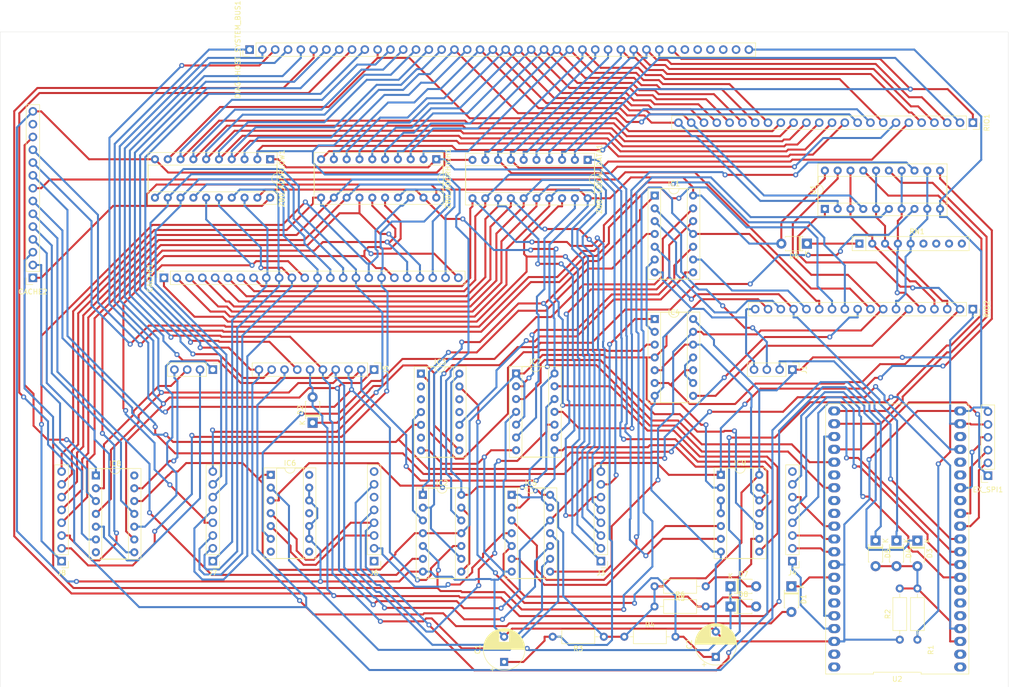
<source format=kicad_pcb>
(kicad_pcb (version 20221018) (generator pcbnew)
  (layers (0 "F.Cu" signal) (31 "B.Cu" signal) (34 "B.Paste" user) (35 "F.Paste" user) (36 "B.SilkS" user "B.Silkscreen") (37 "F.SilkS" user "F.Silkscreen") (38 "B.Mask" user) (39 "F.Mask" user) (44 "Edge.Cuts" user))
  (net 0 "")
  (net 1 "Net-(D1-K)")
  (net 2 "Net-(C1-Pad1)")
  (net 3 "/SPI connector/Z80_CONTROL.RESET")
  (net 4 "/CORE/ESP_INT")
  (net 5 "/CORE/Z80_HARDLOCK_RESET")
  (net 6 "Net-(D2-K)")
  (net 7 "/SPI connector/Z80_CONTROL.WAIT")
  (net 8 "/SPI connector/Z80_CONTROL.BUSACK")
  (net 9 "Net-(D6-K)")
  (net 10 "/SPI connector/Z80_CONTROL.BUSRQ")
  (net 11 "/GLUE/Z80 BUS CONTROL/Z80_ADD_CONNECT")
  (net 12 "/GLUE/Z80 BUS CONTROL/Z80_DATA_CONNECT")
  (net 13 "/SPI connector/Z80_CONTROL.RD")
  (net 14 "/SPI connector/Z80_CONTROL.WR")
  (net 15 "+5V")
  (net 16 "/SPI connector/Z80_CONTROL.IORQ")
  (net 17 "/SPI connector/Z80_CONTROL.MEMRQ")
  (net 18 "/CORE/EX_SS")
  (net 19 "/CORE/EX_SCK")
  (net 20 "/CORE/EX_MISO")
  (net 21 "/CORE/EX_MOSI")
  (net 22 "GND")
  (net 23 "/CORE/ESP_SPI_INT.PL")
  (net 24 "/CORE/ESP_SPI_INT.SCK")
  (net 25 "/CACHE connector/LOCAL_D4")
  (net 26 "/CACHE connector/LOCAL_D5")
  (net 27 "/CACHE connector/LOCAL_D6")
  (net 28 "/CACHE connector/LOCAL_D7")
  (net 29 "/SPI connector/Z80_CONTROL.NMI")
  (net 30 "/SPI connector/Z80_CONTROL.ROMCS")
  (net 31 "/CACHE connector/LOCAL_D0")
  (net 32 "/CACHE connector/LOCAL_D1")
  (net 33 "/CACHE connector/LOCAL_D2")
  (net 34 "/CACHE connector/LOCAL_D3")
  (net 35 "/CORE/ESP_SPI_INT.CE")
  (net 40 "/GLUE/!ESP_HARDLOCK")
  (net 41 "/GLUE/Z80_HARDLOCK_SET")
  (net 42 "Net-(IC1-Pad4)")
  (net 43 "Net-(IC1-Pad6)")
  (net 44 "Net-(IC3B-~{S})")
  (net 45 "/GLUE/WAIT_IO")
  (net 46 "/GLUE/Z80 BUS CONTROL/!CACHE_DATASTATUS")
  (net 47 "Net-(IC1-Pad12)")
  (net 48 "Net-(IC1-Pad13)")
  (net 49 "/GLUE/PRE_Z80_HARDLOCK")
  (net 50 "/GLUE/PERM_Z80_IORQ")
  (net 51 "Net-(IC2-Pad13)")
  (net 52 "/CORE/ESP_SPI_INT.MR")
  (net 53 "/CORE/ESP_SPI_INT.STC")
  (net 54 "/GLUE/CLR_Z80_HARDLOCK")
  (net 55 "/CORE/ESP_SPI_INT.MOSI")
  (net 56 "/CACHE connector/LOCAL_A4")
  (net 57 "/CACHE connector/LOCAL_A5")
  (net 58 "/CACHE connector/LOCAL_A6")
  (net 59 "/CACHE connector/LOCAL_A7")
  (net 60 "/CACHE connector/LOCAL_A0")
  (net 61 "/CACHE connector/LOCAL_A1")
  (net 62 "/CACHE connector/LOCAL_A2")
  (net 63 "/CACHE connector/LOCAL_A3")
  (net 64 "/CORE/ESP_SPI_INT.OE")
  (net 65 "/CORE/ESP_PULSE")
  (net 68 "/CACHE connector/LOCAL_A12")
  (net 69 "/CACHE connector/LOCAL_A13")
  (net 70 "/CACHE connector/LOCAL_A14")
  (net 71 "/CACHE connector/LOCAL_A15")
  (net 72 "/CORE/ESP_SPI_INT.MISO")
  (net 73 "/GLUE/!Z80_HARDLOCK")
  (net 74 "/CACHE connector/LOCAL_A8")
  (net 75 "/CACHE connector/LOCAL_A9")
  (net 76 "/CACHE connector/LOCAL_A10")
  (net 77 "/CACHE connector/LOCAL_A11")
  (net 80 "/RIO connector/Z80_A7")
  (net 81 "/RIO connector/Z80_A6")
  (net 82 "/RIO connector/Z80_A5")
  (net 83 "/RIO connector/Z80_A4")
  (net 84 "/RIO connector/Z80_A3")
  (net 85 "/RIO connector/Z80_A2")
  (net 86 "/RIO connector/Z80_A1")
  (net 87 "/RIO connector/Z80_A0")
  (net 88 "/RIO connector/Z80_A15")
  (net 89 "/RIO connector/Z80_A14")
  (net 90 "/RIO connector/Z80_A13")
  (net 91 "/RIO connector/Z80_A12")
  (net 92 "/RIO connector/Z80_A11")
  (net 93 "/RIO connector/Z80_A10")
  (net 94 "/RIO connector/Z80_A9")
  (net 95 "/RIO connector/Z80_A8")
  (net 96 "/RIO connector/Z80_D7")
  (net 97 "/RIO connector/Z80_D6")
  (net 98 "/RIO connector/Z80_D5")
  (net 99 "/RIO connector/Z80_D4")
  (net 100 "/RIO connector/Z80_D3")
  (net 101 "/RIO connector/Z80_D2")
  (net 102 "/RIO connector/Z80_D1")
  (net 103 "/RIO connector/Z80_D0")
  (net 105 "/GLUE/ESP_IOD_CONFIG")
  (net 106 "/GLUE/RIO_CONTROL.A16")
  (net 107 "/GLUE/RIO_CONTROL.CE")
  (net 108 "/ZX80-BUS/HOST VCC")
  (net 109 "/CACHE connector/CACHE_SEL_0")
  (net 110 "/CACHE connector/CACHE_SEL_1")
  (net 111 "/CACHE connector/CACHE_SEL_2")
  (net 112 "/CACHE connector/CACHE_SEL_3")
  (net 113 "/CACHE connector/CACHE_DATASTATUS")
  (net 114 "Net-(IC4-Pad11)")
  (net 115 "/GLUE/RIO_CONTROL.ROM_RDY")
  (net 116 "/GLUE/RIO CONTROL/Z80_WR+ESP_IOD_CONFIG")
  (net 117 "/CACHE connector/CACHE_CONTROL.A16")
  (net 118 "/CACHE connector/CACHE_CONTROL.WE")
  (net 119 "/CACHE connector/CACHE_CONTROL.OE")
  (net 120 "/CACHE connector/CACHE_CONTROL.CS")
  (net 121 "/CACHE connector/CACHE_CONTROL.DATASTATUS+PERM_Z80_IORQ")
  (net 122 "/CACHE connector/Z80_HARDLOCK")
  (net 123 "/CORE/ESP_WAIT_RESET")
  (net 124 "/SPI connector/ESP_CONTROL.WR")
  (net 125 "Net-(IC5-Pad6)")
  (net 126 "/SPI connector/ESP_CONTROL.ROMCS")
  (net 127 "Net-(IC5-Pad11)")
  (net 128 "/GLUE/RIO CONTROL/Z80_RD+ESP_IOD_CONFIG+PERM_Z80_IORQ")
  (net 129 "/SPI connector/ESP_CONTROL.MEMRQ")
  (net 130 "/SPI connector/ESP_CONTROL.IORQ")
  (net 133 "Net-(IC7-Pad3)")
  (net 134 "/GLUE/Z80_BUS_CONTROL.Z80_DATA_OE")
  (net 135 "/CORE/ESP_ROM_WR_PROTECT")
  (net 136 "/CORE/ESP_ROMSEL_0")
  (net 137 "/CORE/ESP_ROMSEL_1")
  (net 138 "/CORE/ESP_HARDLOCK")
  (net 139 "/SPI connector/ESP_CONTROL.BUSRQ")
  (net 144 "/GLUE/RIO CONTROL/ROM_WR_PROTECT+Z80_WR")
  (net 145 "/CORE/SD_CARD_SS")
  (net 146 "/SPI connector/LOCAL_CONTROL.IORQ")
  (net 147 "/SPI connector/LOCAL_CONTROL.WR")
  (net 148 "/SPI connector/LOCAL_CONTROL.RD")
  (net 149 "/SPI connector/LOCAL_CONTROL.MEMRQ")
  (net 150 "Net-(IC9-Pad3)")
  (net 151 "/GLUE/Z80_BUS_CONTROL.Z80_DATA_DIR")
  (net 152 "/GLUE/Z80_BUS_CONTROL.Z80_ADD_OE")
  (net 153 "/GLUE/Z80_BUS_CONTROL.Z80_ADD_DIR")
  (net 154 "/SPI connector/ESP_CONTROL.RD")
  (net 155 "/SPI connector/ESP_CONTROL.WAIT")
  (net 157 "/SPI connector/ESP_CONTROL.NMI")
  (net 158 "/GLUE/RIO_CONTROL.A15")
  (net 159 "/GLUE/RIO_CONTROL.A14")
  (net 160 "/GLUE/RIO_CONTROL.WE")
  (net 161 "/GLUE/RIO_CONTROL.OE")
  (footprint "Resistor_THT:R_Axial_DIN0207_L6.3mm_D2.5mm_P10.16mm_Horizontal" (layer "F.Cu") (at 165.84 144)
    (fp_text reference "R4")
    (fp_text value "22K")
  )
  (footprint "Resistor_THT:R_Axial_DIN0207_L6.3mm_D2.5mm_P10.16mm_Horizontal" (layer "F.Cu") (at 220.5 144.58 90)
    (fp_text reference "R2")
    (fp_text value "22K")
  )
  (footprint "Connector_PinSocket_2.54mm:PinSocket_1x18_P2.54mm_Vertical" (layer "F.Cu") (at 235 79 -90)
    (fp_text reference "RIO2")
    (fp_text value "Conn_01x18_Socket")
  )
  (footprint "Package_DIP:DIP-20_W7.62mm_Socket" (layer "F.Cu") (at 158.58 49.38 -90)
    (fp_text reference "Z80-LOCAL_DATA1")
    (fp_text value "74HC245N")
  )
  (footprint "Connector_PinSocket_2.54mm:PinSocket_1x24_P2.54mm_Vertical" (layer "F.Cu") (at 74.5 72.78 90)
    (fp_text reference "CACHE1")
    (fp_text value "Conn_01x24_Socket")
  )
  (footprint "Package_DIP:DIP-14_W7.62mm_Socket" (layer "F.Cu") (at 95.7 111.875)
    (fp_text reference "IC6")
    (fp_text value "74HC08N")
  )
  (footprint "Connector_PinSocket_2.54mm:PinSocket_1x06_P2.54mm_Vertical" (layer "F.Cu") (at 238 112.04 180)
    (fp_text reference "EX_SPI1")
    (fp_text value "PinSocket_2.54mm")
  )
  (footprint "Capacitor_THT:CP_Radial_D8.0mm_P5.00mm" (layer "F.Cu") (at 142 149 90)
    (fp_text reference "C1")
    (fp_text value "10UF")
  )
  (footprint "Package_DIP:DIP-14_W7.62mm_Socket" (layer "F.Cu") (at 125.5 91.8)
    (fp_text reference "IC3")
    (fp_text value "7474N")
  )
  (footprint "Diode_THT:D_T-1_P5.08mm_Horizontal" (layer "F.Cu") (at 186.92 134)
    (fp_text reference "D7")
    (fp_text value "1N4148")
  )
  (footprint "Package_DIP:DIP-14_W7.62mm_Socket" (layer "F.Cu") (at 125.88 115.84)
    (fp_text reference "IC2")
    (fp_text value "74HC32N")
  )
  (footprint "Connector_PinSocket_2.54mm:PinSocket_1x14_P2.54mm_Vertical" (layer "F.Cu") (at 48.5 72.78 180)
    (fp_text reference "CACHE2")
    (fp_text value "Conn_01x14_Socket")
  )
  (footprint "Package_DIP:DIP-14_W7.62mm_Socket" (layer "F.Cu") (at 143.5 115.84)
    (fp_text reference "IC5")
    (fp_text value "74HC32N")
  )
  (footprint "Connector_PinHeader_2.54mm:PinHeader_1x08_P2.54mm_Vertical" (layer "F.Cu") (at 161.2012 128.9988 180)
    (fp_text reference "J3")
    (fp_text value "LOCAL_D")
  )
  (footprint "Connector_PinSocket_2.54mm:PinSocket_1x24_P2.54mm_Vertical" (layer "F.Cu") (at 235 42 -90)
    (fp_text reference "RIO1")
    (fp_text value "Conn_01x24_Socket")
  )
  (footprint "Resistor_THT:R_Axial_DIN0207_L6.3mm_D2.5mm_P10.16mm_Horizontal" (layer "F.Cu") (at 161.79 144 180)
    (fp_text reference "R3")
    (fp_text value "22K")
  )
  (footprint "Diode_THT:D_T-1_P5.08mm_Horizontal" (layer "F.Cu") (at 199 134 -90)
    (fp_text reference "D1")
    (fp_text value "1N4148")
  )
  (footprint "Connector_PinHeader_2.54mm:PinHeader_1x10_P2.54mm_Vertical" (layer "F.Cu") (at 116.2012 90.9988 -90)
    (fp_text reference "J5")
    (fp_text value "Z80_CONTROL")
  )
  (footprint "Package_DIP:DIP-20_W7.62mm_Socket" (layer "F.Cu") (at 205.64 59.12 90)
    (fp_text reference "U1")
    (fp_text value "74HC244N")
  )
  (footprint "Resistor_THT:R_Axial_DIN0207_L6.3mm_D2.5mm_P10.16mm_Horizontal" (layer "F.Cu") (at 182 134 180)
    (fp_text reference "R5")
    (fp_text value "10K")
  )
  (footprint "Diode_THT:D_T-1_P5.08mm_Horizontal" (layer "F.Cu") (at 215.7 124.92 -90)
    (fp_text reference "D5")
    (fp_text value "1N4148")
  )
  (footprint "Capacitor_THT:CP_Radial_D8.0mm_P5.00mm" (layer "F.Cu") (at 184 148 90)
    (fp_text reference "C2")
    (fp_text value "10UF")
  )
  (footprint "Connector_PinHeader_2.54mm:PinHeader_1x08_P2.54mm_Vertical" (layer "F.Cu") (at 116.2012 128.9988 180)
    (fp_text reference "J6")
    (fp_text value "ESP_CONTROL")
  )
  (footprint "Resistor_THT:R_Axial_DIN0207_L6.3mm_D2.5mm_P10.16mm_Horizontal" (layer "F.Cu") (at 171.84 138)
    (fp_text reference "R6")
    (fp_text value "10K")
  )
  (footprint "Connector_PinHeader_2.54mm:PinHeader_1x04_P2.54mm_Vertical" (layer "F.Cu") (at 84.2012 90.9988 -90)
    (fp_text reference "LOCAL_CONTROL1" hide)
    (fp_text value "LOCAL_CONTROL")
  )
  (footprint "Diode_THT:D_T-1_P5.08mm_Horizontal" (layer "F.Cu") (at 219.85 124.92 -90)
    (fp_text reference "D4")
    (fp_text value "1N4148")
  )
  (footprint "Diode_THT:D_T-1_P5.08mm_Horizontal" (layer "F.Cu") (at 186.92 138)
    (fp_text reference "D8")
    (fp_text value "1N4148")
  )
  (footprint "Package_DIP:DIP-14_W7.62mm_Socket" (layer "F.Cu") (at 171.88 80.96)
    (fp_text reference "IC4")
    (fp_text value "74HC08N")
  )
  (footprint "Package_DIP:DIP-14_W7.62mm_Socket" (layer "F.Cu") (at 144.38 91.76)
    (fp_text reference "IC7")
    (fp_text value "74HC32N")
  )
  (footprint "Diode_THT:D_T-1_P5.08mm_Horizontal" (layer "F.Cu") (at 224 124.92 -90)
    (fp_text reference "D3")
    (fp_text value "1N4148")
  )
  (footprint "Connector_PinHeader_2.54mm:PinHeader_1x40_P2.54mm_Vertical" (layer "F.Cu") (at 91.5 27.5 90)
    (fp_text reference "DIAG-HOST_SYSTEM_BUS1")
    (fp_text value "DIAG-HOST_SYSTEM_BUS")
  )
  (footprint "Diode_THT:D_T-1_P5.08mm_Horizontal" (layer "F.Cu") (at 202.08 66 180)
    (fp_text reference "D6")
    (fp_text value "1N4148")
  )
  (footprint "Package_DIP:DIP-14_W7.62mm_Socket" (layer "F.Cu") (at 171.88 56.46)
    (fp_text reference "IC1")
    (fp_text value "7404N")
  )
  (footprint "Package_DIP:DIP-14_W7.62mm_Socket" (layer "F.Cu") (at 185 111.875)
    (fp_text reference "IC9")
    (fp_text value "74HC32N")
  )
  (footprint "Connector_PinHeader_2.54mm:PinHeader_1x04_P2.54mm_Vertical" (layer "F.Cu") (at 199.2012 90.9988 -90)
    (fp_text reference "J1")
    (fp_text value "PinHeader_2.54mm")
  )
  (footprint "Connector_PinHeader_2.54mm:PinHeader_1x08_P2.54mm_Vertical" (layer "F.Cu") (at 84.2012 128.9988 180)
    (fp_text reference "J7")
    (fp_text value "LOCAL_A-L")
  )
  (footprint "Resistor_THT:R_Axial_DIN0207_L6.3mm_D2.5mm_P10.16mm_Horizontal" (layer "F.Cu") (at 224 134.42 -90)
    (fp_text reference "R1")
    (fp_text value "22K")
  )
  (footprint "esp32-wrover:FREENOVE_ESP32-WROVER-DEV" (layer "F.Cu") (at 220 125.87 180)
    (fp_text reference "U2")
    (fp_text value "FREENOVE_ESP32-WROVER-DEV")
  )
  (footprint "Connector_PinHeader_2.54mm:PinHeader_1x08_P2.54mm_Vertical" (layer "F.Cu") (at 54.2012 128.9988 180)
    (fp_text reference "J8")
    (fp_text value "LOCAL_A-H")
  )
  (footprint "Package_DIP:DIP-20_W7.62mm_Socket" (layer "F.Cu") (at 95.58 49.26 -90)
    (fp_text reference "Z80_ADDRLOW1")
    (fp_text value "74HC245N")
  )
  (footprint "Package_DIP:DIP-20_W7.62mm_Socket" (layer "F.Cu") (at 128.54 49.26 -90)
    (fp_text reference "Z80_ADDRHIGH1")
    (fp_text value "74HC245N")
  )
  (footprint "Resistor_THT:R_Array_SIP9" (layer "F.Cu") (at 212.5 66)
    (fp_text reference "RN1")
    (fp_text value "4609M-101-103LF")
  )
  (footprint "Package_DIP:DIP-14_W7.62mm_Socket" (layer "F.Cu") (at 61 112)
    (fp_text reference "IC8")
    (fp_text value "74HC08N")
  )
  (footprint "Connector_PinHeader_2.54mm:PinHeader_1x08_P2.54mm_Vertical" (layer "F.Cu") (at 199.2012 128.9988 180)
    (fp_text reference "J4")
    (fp_text value "ESP_SPI_INT")
  )
  (footprint "Diode_THT:D_T-1_P5.08mm_Horizontal" (layer "F.Cu") (at 104 101.54 90)
    (fp_text reference "D2")
    (fp_text value "1N4148")
  )
  (gr_rect (start 42 24) (end 242 154) (stroke (width 0.05)) (fill none) (layer "Edge.Cuts"))
  (segment (start 202.5801 132.22) (end 200.8001 134) (width 0.4) (layer "F.Cu") (net 1))
  (segment (start 199 134) (end 200.8001 134) (width 0.4) (layer "F.Cu") (net 1))
  (segment (start 207.5 132.22) (end 202.5801 132.22) (width 0.4) (layer "F.Cu") (net 1))
  (segment (start 142 149) (end 143.6001 149) (width 0.4) (layer "F.Cu") (net 2))
  (segment (start 145.8004 149) (end 150.0299 144.7705) (width 0.4) (layer "F.Cu") (net 2))
  (segment (start 151.63 144) (end 150.0299 144) (width 0.4) (layer "F.Cu") (net 2))
  (segment (start 150.0299 144.7705) (end 150.0299 144) (width 0.4) (layer "F.Cu") (net 2))
  (segment (start 167.9474 80.96) (end 162.9295 85.9779) (width 0.4) (layer "F.Cu") (net 2))
  (segment (start 171.88 80.96) (end 167.9474 80.96) (width 0.4) (layer "F.Cu") (net 2))
  (segment (start 143.6001 149) (end 145.8004 149) (width 0.4) (layer "F.Cu") (net 2))
  (via (at 162.9295 85.9779) (size 1) (drill 0.5) (layers "F.Cu" "B.Cu") (net 2))
  (segment (start 162.9319 85.9803) (end 162.9295 85.9779) (width 0.4) (layer "B.Cu") (net 2))
  (segment (start 163.411 125.1038) (end 162.9319 124.6247) (width 0.4) (layer "B.Cu") (net 2))
  (segment (start 162.9319 124.6247) (end 162.9319 85.9803) (width 0.4) (layer "B.Cu") (net 2))
  (segment (start 153.2301 144) (end 154.8523 145.6222) (width 0.4) (layer "B.Cu") (net 2))
  (segment (start 163.411 144.651) (end 163.411 125.1038) (width 0.4) (layer "B.Cu") (net 2))
  (segment (start 154.8523 145.6222) (end 162.4398 145.6222) (width 0.4) (layer "B.Cu") (net 2))
  (segment (start 162.4398 145.6222) (end 163.411 144.651) (width 0.4) (layer "B.Cu") (net 2))
  (segment (start 151.63 144) (end 153.2301 144) (width 0.4) (layer "B.Cu") (net 2))
  (segment (start 129.9139 139.3514) (end 126.1284 139.3514) (width 0.4) (layer "F.Cu") (net 3))
  (segment (start 104.1747 139.5721) (end 101.424 136.8214) (width 0.4) (layer "F.Cu") (net 3))
  (segment (start 93.3412 90.9988) (end 91.6911 90.9988) (width 0.4) (layer "F.Cu") (net 3))
  (segment (start 143.019 141.3337) (end 142.4592 141.8935) (width 0.4) (layer "F.Cu") (net 3))
  (segment (start 197.1999 139.08) (end 194.9462 141.3337) (width 0.4) (layer "F.Cu") (net 3))
  (segment (start 142.4592 141.8935) (end 132.456 141.8935) (width 0.4) (layer "F.Cu") (net 3))
  (segment (start 199 139.08) (end 197.1999 139.08) (width 0.4) (layer "F.Cu") (net 3))
  (segment (start 126.1284 139.3514) (end 125.9077 139.5721) (width 0.4) (layer "F.Cu") (net 3))
  (segment (start 125.9077 139.5721) (end 104.1747 139.5721) (width 0.4) (layer "F.Cu") (net 3))
  (segment (start 132.456 141.8935) (end 129.9139 139.3514) (width 0.4) (layer "F.Cu") (net 3))
  (segment (start 194.9462 141.3337) (end 143.019 141.3337) (width 0.4) (layer "F.Cu") (net 3))
  (segment (start 87.3277 86.6354) (end 81.6965 86.6354) (width 0.4) (layer "F.Cu") (net 3))
  (segment (start 91.6911 90.9988) (end 87.3277 86.6354) (width 0.4) (layer "F.Cu") (net 3))
  (via (at 101.424 136.8214) (size 1) (drill 0.5) (layers "F.Cu" "B.Cu") (net 3))
  (via (at 81.6965 86.6354) (size 1) (drill 0.5) (layers "F.Cu" "B.Cu") (net 3))
  (segment (start 93.3412 92.6489) (end 92.0426 93.9475) (width 0.4) (layer "B.Cu") (net 3))
  (segment (start 70.8081 74.7668) (end 81.6965 85.6552) (width 0.4) (layer "B.Cu") (net 3))
  (segment (start 92.0426 127.44) (end 101.424 136.8214) (width 0.4) (layer "B.Cu") (net 3))
  (segment (start 114.36 27.5) (end 105.5748 36.2852) (width 0.4) (layer "B.Cu") (net 3))
  (segment (start 92.0426 93.9475) (end 92.0426 127.44) (width 0.4) (layer "B.Cu") (net 3))
  (segment (start 70.8081 48.8456) (end 70.8081 74.7668) (width 0.4) (layer "B.Cu") (net 3))
  (segment (start 83.3685 36.2852) (end 70.8081 48.8456) (width 0.4) (layer "B.Cu") (net 3))
  (segment (start 93.3412 90.9988) (end 93.3412 92.6489) (width 0.4) (layer "B.Cu") (net 3))
  (segment (start 81.6965 85.6552) (end 81.6965 86.6354) (width 0.4) (layer "B.Cu") (net 3))
  (segment (start 105.5748 36.2852) (end 83.3685 36.2852) (width 0.4) (layer "B.Cu") (net 3))
  (segment (start 230.4999 144.92) (end 230.4999 140.9199) (width 0.4) (layer "F.Cu") (net 4))
  (segment (start 224 130) (end 219.85 130) (width 0.4) (layer "F.Cu") (net 4))
  (segment (start 224 134.42) (end 222.1001 134.42) (width 0.4) (layer "F.Cu") (net 4))
  (segment (start 230.4999 140.9199) (end 224 134.42) (width 0.4) (layer "F.Cu") (net 4))
  (segment (start 232.5 144.92) (end 230.4999 144.92) (width 0.4) (layer "F.Cu") (net 4))
  (segment (start 219.85 130) (end 215.7 130) (width 0.4) (layer "F.Cu") (net 4))
  (segment (start 220.5 134.42) (end 222.1001 134.42) (width 0.4) (layer "F.Cu") (net 4))
  (segment (start 224 130) (end 224 134.42) (width 0.4) (layer "B.Cu") (net 4))
  (segment (start 180.1496 76.0338) (end 196.4738 76.0338) (width 0.4) (layer "F.Cu") (net 5))
  (segment (start 179.1588 77.0246) (end 180.1496 76.0338) (width 0.4) (layer "F.Cu") (net 5))
  (segment (start 196.4738 76.0338) (end 199.44 79) (width 0.4) (layer "F.Cu") (net 5))
  (via (at 179.1588 77.0246) (size 1) (drill 0.5) (layers "F.Cu" "B.Cu") (net 5))
  (segment (start 174.7726 72.6384) (end 179.1588 77.0246) (width 0.4) (layer "B.Cu") (net 5))
  (segment (start 199.44 79) (end 199.44 80.6501) (width 0.4) (layer "B.Cu") (net 5))
  (segment (start 216.4787 97.6888) (end 216.4787 96.9635) (width 0.4) (layer "B.Cu") (net 5))
  (segment (start 219.9691 101.1792) (end 216.4787 97.6888) (width 0.4) (layer "B.Cu") (net 5))
  (segment (start 219.85 123.1199) (end 219.9691 123.0008) (width 0.4) (layer "B.Cu") (net 5))
  (segment (start 219.85 124.92) (end 219.85 123.1199) (width 0.4) (layer "B.Cu") (net 5))
  (segment (start 200.1653 80.6501) (end 199.44 80.6501) (width 0.4) (layer "B.Cu") (net 5))
  (segment (start 219.9691 123.0008) (end 219.9691 101.1792) (width 0.4) (layer "B.Cu") (net 5))
  (segment (start 216.4787 96.9635) (end 200.1653 80.6501) (width 0.4) (layer "B.Cu") (net 5))
  (segment (start 174.7726 69.5126) (end 174.7726 72.6384) (width 0.4) (layer "B.Cu") (net 5))
  (segment (start 171.88 66.62) (end 174.7726 69.5126) (width 0.4) (layer "B.Cu") (net 5))
  (segment (start 121.9559 90.1659) (end 117.8767 94.2451) (width 0.4) (layer "F.Cu") (net 6))
  (segment (start 116.0638 94.2451) (end 115.3022 95.0067) (width 0.4) (layer "F.Cu") (net 6))
  (segment (start 115.3022 95.0067) (end 115.3022 95.0977) (width 0.4) (layer "F.Cu") (net 6))
  (segment (start 133.12 107.04) (end 128.1012 102.0212) (width 0.4) (layer "F.Cu") (net 6))
  (segment (start 126.5974 90.1659) (end 121.9559 90.1659) (width 0.4) (layer "F.Cu") (net 6))
  (segment (start 117.8767 94.2451) (end 116.0638 94.2451) (width 0.4) (layer "F.Cu") (net 6))
  (segment (start 128.1012 91.6697) (end 126.5974 90.1659) (width 0.4) (layer "F.Cu") (net 6))
  (segment (start 128.1012 102.0212) (end 128.1012 91.6697) (width 0.4) (layer "F.Cu") (net 6))
  (segment (start 104 101.54) (end 105.8001 101.54) (width 0.4) (layer "F.Cu") (net 6))
  (segment (start 108.8599 101.54) (end 105.8001 101.54) (width 0.4) (layer "F.Cu") (net 6))
  (segment (start 115.3022 95.0977) (end 108.8599 101.54) (width 0.4) (layer "F.Cu") (net 6))
  (segment (start 193.6498 139.898) (end 196.5612 136.9866) (width 0.4) (layer "F.Cu") (net 7))
  (segment (start 133.2888 136.2152) (end 141.3682 136.2152) (width 0.4) (layer "F.Cu") (net 7))
  (segment (start 104.2 27.5) (end 104.2 29.1501) (width 0.4) (layer "F.Cu") (net 7))
  (segment (start 133.009 135.9354) (end 133.2888 136.2152) (width 0.4) (layer "F.Cu") (net 7))
  (segment (start 44.8002 39.7117) (end 44.8002 124.0488) (width 0.4) (layer "F.Cu") (net 7))
  (segment (start 108.3024 135.9354) (end 133.009 135.9354) (width 0.4) (layer "F.Cu") (net 7))
  (segment (start 108.2106 135.8436) (end 108.3024 135.9354) (width 0.4) (layer "F.Cu") (net 7))
  (segment (start 56.1678 135.4164) (end 107.7834 135.4164) (width 0.4) (layer "F.Cu") (net 7))
  (segment (start 98.2351 35.115) (end 49.3969 35.115) (width 0.4) (layer "F.Cu") (net 7))
  (segment (start 49.3969 35.115) (end 44.8002 39.7117) (width 0.4) (layer "F.Cu") (net 7))
  (segment (start 44.8002 124.0488) (end 56.1678 135.4164) (width 0.4) (layer "F.Cu") (net 7))
  (segment (start 141.3682 136.2152) (end 145.051 139.898) (width 0.4) (layer "F.Cu") (net 7))
  (segment (start 104.2 29.1501) (end 98.2351 35.115) (width 0.4) (layer "F.Cu") (net 7))
  (segment (start 145.051 139.898) (end 193.6498 139.898) (width 0.4) (layer "F.Cu") (net 7))
  (segment (start 107.7834 135.4164) (end 108.2106 135.8436) (width 0.4) (layer "F.Cu") (net 7))
  (via (at 196.5612 136.9866) (size 1) (drill 0.5) (layers "F.Cu" "B.Cu") (net 7))
  (via (at 108.2106 135.8436) (size 1) (drill 0.5) (layers "F.Cu" "B.Cu") (net 7))
  (segment (start 106.9354 134.5684) (end 106.9354 102.6097) (width 0.4) (layer "B.Cu") (net 7))
  (segment (start 106.9354 102.6097) (end 105.9353 101.6096) (width 0.4) (layer "B.Cu") (net 7))
  (segment (start 215.7277 101.8626) (end 213.4784 99.6133) (width 0.4) (layer "B.Cu") (net 7))
  (segment (start 213.4784 99.6133) (end 213.4784 98.2061) (width 0.4) (layer "B.Cu") (net 7))
  (segment (start 213.8854 126.2369) (end 213.8854 118.7439) (width 0.4) (layer "B.Cu") (net 7))
  (segment (start 104 96.46) (end 104 98.2601) (width 0.4) (layer "B.Cu") (net 7))
  (segment (start 209.7514 94.4791) (end 205.208 94.4791) (width 0.4) (layer "B.Cu") (net 7))
  (segment (start 104 94.6599) (end 103.5012 94.1611) (width 0.4) (layer "B.Cu") (net 7))
  (segment (start 105.9353 101.6096) (end 105.9353 100.1954) (width 0.4) (layer "B.Cu") (net 7))
  (segment (start 213.8854 118.7439) (end 215.7277 116.9016) (width 0.4) (layer "B.Cu") (net 7))
  (segment (start 215.7277 116.9016) (end 215.7277 101.8626) (width 0.4) (layer "B.Cu") (net 7))
  (segment (start 103.5012 94.1611) (end 103.5012 90.9988) (width 0.4) (layer "B.Cu") (net 7))
  (segment (start 222.1999 125.7075) (end 221.1496 126.7578) (width 0.4) (layer "B.Cu") (net 7))
  (segment (start 221.1496 126.7578) (end 214.4063 126.7578) (width 0.4) (layer "B.Cu") (net 7))
  (segment (start 214.4063 126.7578) (end 213.8854 126.2369) (width 0.4) (layer "B.Cu") (net 7))
  (segment (start 224 124.92) (end 222.1999 124.92) (width 0.4) (layer "B.Cu") (net 7))
  (segment (start 104 96.46) (end 104 94.6599) (width 0.4) (layer "B.Cu") (net 7))
  (segment (start 205.208 94.4791) (end 196.5612 103.1259) (width 0.4) (layer "B.Cu") (net 7))
  (segment (start 108.2106 135.8436) (end 106.9354 134.5684) (width 0.4) (layer "B.Cu") (net 7))
  (segment (start 105.9353 100.1954) (end 104 98.2601) (width 0.4) (layer "B.Cu") (net 7))
  (segment (start 213.4784 98.2061) (end 209.7514 94.4791) (width 0.4) (layer "B.Cu") (net 7))
  (segment (start 196.5612 103.1259) (end 196.5612 136.9866) (width 0.4) (layer "B.Cu") (net 7))
  (segment (start 222.1999 124.92) (end 222.1999 125.7075) (width 0.4) (layer "B.Cu") (net 7))
  (segment (start 45.8021 95.5654) (end 45.8021 40.1243) (width 0.4) (layer "F.Cu") (net 8))
  (segment (start 45.8021 40.1243) (end 49.8113 36.1151) (width 0.4) (layer "F.Cu") (net 8))
  (segment (start 46.6679 96.4312) (end 45.8021 95.5654) (width 0.4) (layer "F.Cu") (net 8))
  (segment (start 49.8113 36.1151) (end 103.2049 36.1151) (width 0.4) (layer "F.Cu") (net 8))
  (segment (start 103.2049 36.1151) (end 111.82 27.5) (width 0.4) (layer "F.Cu") (net 8))
  (via (at 46.6679 96.4312) (size 1) (drill 0.5) (layers "F.Cu" "B.Cu") (net 8))
  (segment (start 51.5074 105.8814) (end 56.6909 111.0649) (width 0.4) (layer "B.Cu") (net 8))
  (segment (start 204.7938 93.479) (end 210.1656 93.479) (width 0.4) (layer "B.Cu") (net 8))
  (segment (start 93.0428 126.7387) (end 93.0428 98.0273) (width 0.4) (layer "B.Cu") (net 8))
  (segment (start 102.7241 138.0543) (end 102.7241 136.2191) (width 0.4) (layer "B.Cu") (net 8))
  (segment (start 115.27 150.6002) (end 184.9388 150.6002) (width 0.4) (layer "B.Cu") (net 8))
  (segment (start 214.4785 99.1935) (end 216.7346 101.4496) (width 0.4) (layer "B.Cu") (net 8))
  (segment (start 102.6558 138.1226) (end 102.7241 138.0543) (width 0.4) (layer "B.Cu") (net 8))
  (segment (start 210.1656 93.479) (end 214.4785 97.7919) (width 0.4) (layer "B.Cu") (net 8))
  (segment (start 98.4212 90.9988) (end 98.4212 92.6489) (width 0.4) (layer "B.Cu") (net 8))
  (segment (start 56.6909 125.2256) (end 69.5879 138.1226) (width 0.4) (layer "B.Cu") (net 8))
  (segment (start 46.6679 96.4312) (end 51.5074 101.2707) (width 0.4) (layer "B.Cu") (net 8))
  (segment (start 51.5074 101.2707) (end 51.5074 105.8814) (width 0.4) (layer "B.Cu") (net 8))
  (segment (start 56.6909 111.0649) (end 56.6909 125.2256) (width 0.4) (layer "B.Cu") (net 8))
  (segment (start 102.7241 138.0543) (end 115.27 150.6002) (width 0.4) (layer "B.Cu") (net 8))
  (segment (start 184.9388 150.6002) (end 195.2298 140.3092) (width 0.4) (layer "B.Cu") (net 8))
  (segment (start 101.9214 135.4164) (end 101.7205 135.4164) (width 0.4) (layer "B.Cu") (net 8))
  (segment (start 216.7346 122.0853) (end 215.7 123.1199) (width 0.4) (layer "B.Cu") (net 8))
  (segment (start 101.7205 135.4164) (end 93.0428 126.7387) (width 0.4) (layer "B.Cu") (net 8))
  (segment (start 195.2298 103.043) (end 204.7938 93.479) (width 0.4) (layer "B.Cu") (net 8))
  (segment (start 214.4785 97.7919) (end 214.4785 99.1935) (width 0.4) (layer "B.Cu") (net 8))
  (segment (start 195.2298 140.3092) (end 195.2298 103.043) (width 0.4) (layer "B.Cu") (net 8))
  (segment (start 69.5879 138.1226) (end 102.6558 138.1226) (width 0.4) (layer "B.Cu") (net 8))
  (segment (start 102.7241 136.2191) (end 101.9214 135.4164) (width 0.4) (layer "B.Cu") (net 8))
  (segment (start 216.7346 101.4496) (end 216.7346 122.0853) (width 0.4) (layer "B.Cu") (net 8))
  (segment (start 215.7 124.92) (end 215.7 123.1199) (width 0.4) (layer "B.Cu") (net 8))
  (segment (start 93.0428 98.0273) (end 98.4212 92.6489) (width 0.4) (layer "B.Cu") (net 8))
  (segment (start 212.5 66) (end 210.8999 66) (width 0.4) (layer "F.Cu") (net 9))
  (segment (start 202.08 66) (end 203.8801 66) (width 0.4) (layer "F.Cu") (net 9))
  (segment (start 210.8999 66) (end 203.8801 66) (width 0.4) (layer "F.Cu") (net 9))
  (segment (start 127.6197 140.3515) (end 126.5426 140.3515) (width 0.4) (layer "F.Cu") (net 10))
  (segment (start 85.9217 84.4787) (end 99.5211 84.4787) (width 0.4) (layer "F.Cu") (net 10))
  (segment (start 125.949 140.9451) (end 117.4527 140.9451) (width 0.4) (layer "F.Cu") (net 10))
  (segment (start 126.5426 140.3515) (end 125.949 140.9451) (width 0.4) (layer "F.Cu") (net 10))
  (segment (start 85.7086 84.2656) (end 85.9217 84.4787) (width 0.4) (layer "F.Cu") (net 10))
  (segment (start 75.8923 84.5772) (end 76.2039 84.2656) (width 0.4) (layer "F.Cu") (net 10))
  (segment (start 146.571 146.3142) (end 133.5824 146.3142) (width 0.4) (layer "F.Cu") (net 10))
  (segment (start 76.2039 84.2656) (end 85.7086 84.2656) (width 0.4) (layer "F.Cu") (net 10))
  (segment (start 133.5824 146.3142) (end 127.6197 140.3515) (width 0.4) (layer "F.Cu") (net 10))
  (segment (start 99.5211 84.4787) (end 106.0412 90.9988) (width 0.4) (layer "F.Cu") (net 10))
  (via (at 117.4527 140.9451) (size 1) (drill 0.5) (layers "F.Cu" "B.Cu") (net 10))
  (via (at 75.8923 84.5772) (size 1) (drill 0.5) (layers "F.Cu" "B.Cu") (net 10))
  (via (at 146.571 146.3142) (size 1) (drill 0.5) (layers "F.Cu" "B.Cu") (net 10))
  (segment (start 101.66 29.1501) (end 98.0468 32.7633) (width 0.4) (layer "B.Cu") (net 10))
  (segment (start 67.7404 47.539) (end 67.7404 76.2134) (width 0.4) (layer "B.Cu") (net 10))
  (segment (start 67.7404 76.2134) (end 75.8923 84.3653) (width 0.4) (layer "B.Cu") (net 10))
  (segment (start 107.9356 101.4886) (end 107.9356 131.428) (width 0.4) (layer "B.Cu") (net 10))
  (segment (start 146.571 146.3142) (end 146.9013 146.6445) (width 0.4) (layer "B.Cu") (net 10))
  (segment (start 75.8923 84.3653) (end 75.8923 84.5772) (width 0.4) (layer "B.Cu") (net 10))
  (segment (start 101.66 27.5) (end 101.66 29.1501) (width 0.4) (layer "B.Cu") (net 10))
  (segment (start 186.92 138) (end 186.92 134) (width 0.4) (layer "B.Cu") (net 10))
  (segment (start 186.92 142.3431) (end 186.92 138) (width 0.4) (layer "B.Cu") (net 10))
  (segment (start 106.0412 92.6489) (end 107.4354 94.0431) (width 0.4) (layer "B.Cu") (net 10))
  (segment (start 98.0468 32.7633) (end 82.5161 32.7633) (width 0.4) (layer "B.Cu") (net 10))
  (segment (start 146.9013 146.6445) (end 182.6186 146.6445) (width 0.4) (layer "B.Cu") (net 10))
  (segment (start 107.4354 94.0431) (end 107.4354 100.9884) (width 0.4) (layer "B.Cu") (net 10))
  (segment (start 182.6186 146.6445) (end 186.92 142.3431) (width 0.4) (layer "B.Cu") (net 10))
  (segment (start 106.0412 90.9988) (end 106.0412 92.6489) (width 0.4) (layer "B.Cu") (net 10))
  (segment (start 107.4354 100.9884) (end 107.9356 101.4886) (width 0.4) (layer "B.Cu") (net 10))
  (segment (start 107.9356 131.428) (end 117.4527 140.9451) (width 0.4) (layer "B.Cu") (net 10))
  (segment (start 82.5161 32.7633) (end 67.7404 47.539) (width 0.4) (layer "B.Cu") (net 10))
  (segment (start 191.0199 129.5796) (end 191.0199 124.575) (width 0.4) (layer "F.Cu") (net 11))
  (segment (start 192 134) (end 190.1999 134) (width 0.4) (layer "F.Cu") (net 11))
  (segment (start 182 134) (end 183.8002 132.1998) (width 0.4) (layer "F.Cu") (net 11))
  (segment (start 183.8002 132.1998) (end 188.3997 132.1998) (width 0.4) (layer "F.Cu") (net 11))
  (segment (start 188.3997 132.1998) (end 191.0199 129.5796) (width 0.4) (layer "F.Cu") (net 11))
  (segment (start 192.62 124.575) (end 191.0199 124.575) (width 0.4) (layer "F.Cu") (net 11))
  (segment (start 188.3997 132.1998) (end 190.1999 134) (width 0.4) (layer "F.Cu") (net 11))
  (segment (start 146.1859 136.0357) (end 141.886 131.7358) (width 0.4) (layer "F.Cu") (net 12))
  (segment (start 180.3999 138) (end 178.4356 136.0357) (width 0.4) (layer "F.Cu") (net 12))
  (segment (start 182 138) (end 180.3999 138) (width 0.4) (layer "F.Cu") (net 12))
  (segment (start 141.886 127.614) (end 143.5 126) (width 0.4) (layer "F.Cu") (net 12))
  (segment (start 188.3997 136.1998) (end 185.4003 136.1998) (width 0.4) (layer "F.Cu") (net 12))
  (segment (start 190.1999 138) (end 188.3997 136.1998) (width 0.4) (layer "F.Cu") (net 12))
  (segment (start 178.4356 136.0357) (end 146.1859 136.0357) (width 0.4) (layer "F.Cu") (net 12))
  (segment (start 141.886 131.7358) (end 141.886 127.614) (width 0.4) (layer "F.Cu") (net 12))
  (segment (start 182 138) (end 183.6001 138) (width 0.4) (layer "F.Cu") (net 12))
  (segment (start 185.4003 136.1998) (end 183.6001 138) (width 0.4) (layer "F.Cu") (net 12))
  (segment (start 192 138) (end 190.1999 138) (width 0.4) (layer "F.Cu") (net 12))
  (segment (start 143.5 126) (end 141.8998 124.3998) (width 0.4) (layer "B.Cu") (net 12))
  (segment (start 141.8998 113.1001) (end 142.2888 112.7111) (width 0.4) (layer "B.Cu") (net 12))
  (segment (start 142.2888 112.7111) (end 142.2888 101.4712) (width 0.4) (layer "B.Cu") (net 12))
  (segment (start 141.8998 124.3998) (end 141.8998 113.1001) (width 0.4) (layer "B.Cu") (net 12))
  (segment (start 142.2888 101.4712) (end 144.38 99.38) (width 0.4) (layer "B.Cu") (net 12))
  (segment (start 184.5079 111.875) (end 185 111.875) (width 0.4) (layer "F.Cu") (net 13))
  (segment (start 229.4224 90.2771) (end 229.0654 90.2771) (width 0.4) (layer "F.Cu") (net 13))
  (segment (start 238.7688 63.3689) (end 238.7688 80.9307) (width 0.4) (layer "F.Cu") (net 13))
  (segment (start 116.7363 136.9355) (end 132.5947 136.9355) (width 0.4) (layer "F.Cu") (net 13))
  (segment (start 74.3859 97.9353) (end 67.003 105.3182) (width 0.4) (layer "F.Cu") (net 13))
  (segment (start 133.9974 138.3382) (end 141.3907 138.3382) (width 0.4) (layer "F.Cu") (net 13))
  (segment (start 184.5079 111.875) (end 183.3999 111.875) (width 0.4) (layer "F.Cu") (net 13))
  (segment (start 213.4391 94.771) (end 192.8503 94.771) (width 0.4) (layer "F.Cu") (net 13))
  (segment (start 67.003 105.3182) (end 67.003 123.083) (width 0.4) (layer "F.Cu") (net 13))
  (segment (start 228.5 53.1001) (end 238.7688 63.3689) (width 0.4) (layer "F.Cu") (net 13))
  (segment (start 116.2012 90.9988) (end 113.5447 93.6553) (width 0.4) (layer "F.Cu") (net 13))
  (segment (start 116.0311 137.6407) (end 116.7363 136.9355) (width 0.4) (layer "F.Cu") (net 13))
  (segment (start 215.5758 92.6343) (end 213.4391 94.771) (width 0.4) (layer "F.Cu") (net 13))
  (segment (start 172.3216 109.5231) (end 174.6735 111.875) (width 0.4) (layer "F.Cu") (net 13))
  (segment (start 74.3859 97.7674) (end 74.3859 97.9353) (width 0.4) (layer "F.Cu") (net 13))
  (segment (start 216.6588 92.6343) (end 215.5758 92.6343) (width 0.4) (layer "F.Cu") (net 13))
  (segment (start 151.12 120.92) (end 159.1186 112.9214) (width 0.4) (layer "F.Cu") (net 13))
  (segment (start 103.2373 94.6599) (end 101.3538 96.5434) (width 0.4) (layer "F.Cu") (net 13))
  (segment (start 159.1186 110.9136) (end 160.5091 109.5231) (width 0.4) (layer "F.Cu") (net 13))
  (segment (start 75.6099 96.5434) (end 74.3859 97.7674) (width 0.4) (layer "F.Cu") (net 13))
  (segment (start 67.003 123.083) (end 68.62 124.7) (width 0.4) (layer "F.Cu") (net 13))
  (segment (start 228.5 51.5) (end 228.5 53.1001) (width 0.4) (layer "F.Cu") (net 13))
  (segment (start 101.3538 96.5434) (end 75.6099 96.5434) (width 0.4) (layer "F.Cu") (net 13))
  (segment (start 174.6735 111.875) (end 183.3999 111.875) (width 0.4) (layer "F.Cu") (net 13))
  (segment (start 238.7688 80.9307) (end 229.4224 90.2771) (width 0.4) (layer "F.Cu") (net 13))
  (segment (start 159.1186 112.9214) (end 159.1186 110.9136) (width 0.4) (layer "F.Cu") (net 13))
  (segment (start 160.5091 109.5231) (end 172.3216 109.5231) (width 0.4) (layer "F.Cu") (net 13))
  (segment (start 113.5447 93.6553) (end 109.9297 93.6553) (width 0.4) (layer "F.Cu") (net 13))
  (segment (start 109.9297 93.6553) (end 108.9251 94.6599) (width 0.4) (layer "F.Cu") (net 13))
  (segment (start 108.9251 94.6599) (end 103.2373 94.6599) (width 0.4) (layer "F.Cu") (net 13))
  (segment (start 192.8503 94.771) (end 189.7634 97.8579) (width 0.4) (layer "F.Cu") (net 13))
  (segment (start 108.9251 94.6599) (end 108.9251 94.7127) (width 0.4) (layer "F.Cu") (net 13))
  (segment (start 132.5947 136.9355) (end 133.9974 138.3382) (width 0.4) (layer "F.Cu") (net 13))
  (via (at 74.3859 97.7674) (size 1) (drill 0.5) (layers "F.Cu" "B.Cu") (net 13))
  (via (at 116.0311 137.6407) (size 1) (drill 0.5) (layers "F.Cu" "B.Cu") (net 13))
  (via (at 189.7634 97.8579) (size 1) (drill 0.5) (layers "F.Cu" "B.Cu") (net 13))
  (via (at 108.9251 94.7127) (size 1) (drill 0.5) (layers "F.Cu" "B.Cu") (net 13))
  (via (at 229.0654 90.2771) (size 1) (drill 0.5) (layers "F.Cu" "B.Cu") (net 13))
  (via (at 141.3907 138.3382) (size 1) (drill 0.5) (layers "F.Cu" "B.Cu") (net 13))
  (via (at 216.6588 92.6343) (size 1) (drill 0.5) (layers "F.Cu" "B.Cu") (net 13))
  (segment (start 145.1002 126.9398) (end 145.1002 134.6287) (width 0.4) (layer "B.Cu") (net 13))
  (segment (start 64.7398 77.6152) (end 72.3946 85.27) (width 0.4) (layer "B.Cu") (net 13))
  (segment (start 64.7398 46.2153) (end 64.7398 77.6152) (width 0.4) (layer "B.Cu") (net 13))
  (segment (start 72.3946 85.27) (end 72.3946 95.7761) (width 0.4) (layer "B.Cu") (net 13))
  (segment (start 185 102.6213) (end 189.7634 97.8579) (width 0.4) (layer "B.Cu") (net 13))
  (segment (start 72.3946 95.7761) (end 74.3859 97.7674) (width 0.4) (layer "B.Cu") (net 13))
  (segment (start 83.4551 27.5) (end 64.7398 46.2153) (width 0.4) (layer "B.Cu") (net 13))
  (segment (start 145.1002 134.6287) (end 141.3907 138.3382) (width 0.4) (layer "B.Cu") (net 13))
  (segment (start 109.2274 130.837) (end 116.0311 137.6407) (width 0.4) (layer "B.Cu") (net 13))
  (segment (start 219.016 90.2771) (end 216.6588 92.6343) (width 0.4) (layer "B.Cu") (net 13))
  (segment (start 229.0654 90.2771) (end 219.016 90.2771) (width 0.4) (layer "B.Cu") (net 13))
  (segment (start 108.9251 94.7127) (end 109.2274 95.015) (width 0.4) (layer "B.Cu") (net 13))
  (segment (start 151.12 120.92) (end 145.1002 126.9398) (width 0.4) (layer "B.Cu") (net 13))
  (segment (start 109.2274 95.015) (end 109.2274 130.837) (width 0.4) (layer "B.Cu") (net 13))
  (segment (start 185 111.875) (end 185 102.6213) (width 0.4) (layer "B.Cu") (net 13))
  (segment (start 91.5 27.5) (end 83.4551 27.5) (width 0.4) (layer "B.Cu") (net 13))
  (segment (start 113.6612 90.9988) (end 112.0048 92.6552) (width 0.4) (layer "F.Cu") (net 14))
  (segment (start 146.9052 113.0208) (end 148.357 113.0208) (width 0.4) (layer "F.Cu") (net 14))
  (segment (start 125.4083 113.0208) (end 146.9052 113.0208) (width 0.4) (layer "F.Cu") (net 14))
  (segment (start 146.9052 116.5749) (end 145.1001 118.38) (width 0.4) (layer "F.Cu") (net 14))
  (segment (start 69.4771 101.4298) (end 69.4771 100.0665) (width 0.4) (layer "F.Cu") (net 14))
  (segment (start 69.4771 100.0665) (end 74.0004 95.5432) (width 0.4) (layer "F.Cu") (net 14))
  (segment (start 63.9794 116.6406) (end 63.9794 106.9275) (width 0.4) (layer "F.Cu") (net 14))
  (segment (start 108.0827 93.6597) (end 101.1515 93.6597) (width 0.4) (layer "F.Cu") (net 14))
  (segment (start 63.9794 106.9275) (end 69.4771 101.4298) (width 0.4) (layer "F.Cu") (net 14))
  (segment (start 122.5684 110.1809) (end 125.4083 113.0208) (width 0.4) (layer "F.Cu") (net 14))
  (segment (start 146.9052 113.0208) (end 146.9052 116.5749) (width 0.4) (layer "F.Cu") (net 14))
  (segment (start 61 119.62) (end 63.9794 116.6406) (width 0.4) (layer "F.Cu") (net 14))
  (segment (start 109.0872 92.6552) (end 108.0827 93.6597) (width 0.4) (layer "F.Cu") (net 14))
  (segment (start 99.268 95.5432) (end 74.0004 95.5432) (width 0.4) (layer "F.Cu") (net 14))
  (segment (start 101.1515 93.6597) (end 99.268 95.5432) (width 0.4) (layer "F.Cu") (net 14))
  (segment (start 112.0048 92.6552) (end 109.0872 92.6552) (width 0.4) (layer "F.Cu") (net 14))
  (segment (start 143.5 118.38) (end 145.1001 118.38) (width 0.4) (layer "F.Cu") (net 14))
  (via (at 74.0004 95.5432) (size 1) (drill 0.5) (layers "F.Cu" "B.Cu") (net 14))
  (via (at 148.357 113.0208) (size 1) (drill 0.5) (layers "F.Cu" "B.Cu") (net 14))
  (via (at 122.5684 110.1809) (size 1) (drill 0.5) (layers "F.Cu" "B.Cu") (net 14))
  (segment (start 94.04 29.1502) (end 83.2776 29.1502) (width 0.4) (layer "B.Cu") (net 14))
  (segment (start 73.3947 94.9375) (end 74.0004 95.5432) (width 0.4) (layer "B.Cu") (net 14))
  (segment (start 152 96.84) (end 150.3709 98.4691) (width 0.4) (layer "B.Cu") (net 14))
  (segment (start 94.04 27.5) (end 94.04 29.1501) (width 0.4) (layer "B.Cu") (net 14))
  (segment (start 65.74 46.6878) (end 65.74 77.2011) (width 0.4) (layer "B.Cu") (net 14))
  (segment (start 150.3709 98.4691) (end 150.3709 111.0069) (width 0.4) (layer "B.Cu") (net 14))
  (segment (start 73.3947 84.8558) (end 73.3947 94.9375) (width 0.4) (layer "B.Cu") (net 14))
  (segment (start 65.74 77.2011) (end 73.3947 84.8558) (width 0.4) (layer "B.Cu") (net 14))
  (segment (start 113.6612 90.9988) (end 113.6612 95.0758) (width 0.4) (layer "B.Cu") (net 14))
  (segment (start 94.04 29.1501) (end 94.04 29.1502) (width 0.4) (layer "B.Cu") (net 14))
  (segment (start 122.5684 103.983) (end 122.5684 110.1809) (width 0.4) (layer "B.Cu") (net 14))
  (segment (start 83.2776 29.1502) (end 65.74 46.6878) (width 0.4) (layer "B.Cu") (net 14))
  (segment (start 113.6612 95.0758) (end 122.5684 103.983) (width 0.4) (layer "B.Cu") (net 14))
  (segment (start 150.3709 111.0069) (end 148.357 113.0208) (width 0.4) (layer "B.Cu") (net 14))
  (segment (start 151.12 115.84) (end 149.5199 115.84) (width 0.4) (layer "F.Cu") (net 15))
  (segment (start 161.79 144) (end 165.84 144) (width 0.4) (layer "F.Cu") (net 15))
  (segment (start 133.5 115.84) (end 135.1001 115.84) (width 0.4) (layer "F.Cu") (net 15))
  (segment (start 158.58 57) (end 160.1801 57) (width 0.4) (layer "F.Cu") (net 15))
  (segment (start 232.7715 101.74) (end 232.5 101.74) (width 0.4) (layer "F.Cu") (net 15))
  (segment (start 179.5 56.46) (end 179.5 54.8599) (width 0.4) (layer "F.Cu") (net 15))
  (segment (start 50.1501 72.78) (end 64.4174 58.5127) (width 0.4) (layer "F.Cu") (net 15))
  (segment (start 173.4401 134) (end 175.0402 132.3999) (width 0.4) (layer "F.Cu") (net 15))
  (segment (start 230.4999 101.74) (end 230.4999 107.347) (width 0.4) (layer "F.Cu") (net 15))
  (segment (start 71.1175 56.1945) (end 71.1175 58.5127) (width 0.4) (layer "F.Cu") (net 15))
  (segment (start 128.54 56.88) (end 128.54 55.2799) (width 0.4) (layer "F.Cu") (net 15))
  (segment (start 156.8599 55.2799) (end 158.58 57) (width 0.4) (layer "F.Cu") (net 15))
  (segment (start 93.9473 58.5127) (end 95.58 56.88) (width 0.4) (layer "F.Cu") (net 15))
  (segment (start 230.4999 107.347) (end 228.1461 109.7008) (width 0.4) (layer "F.Cu") (net 15))
  (segment (start 148.2113 115.0357) (end 148.7156 115.0357) (width 0.4) (layer "F.Cu") (net 15))
  (segment (start 71.1175 58.5127) (end 93.9473 58.5127) (width 0.4) (layer "F.Cu") (net 15))
  (segment (start 145.4718 114.2398) (end 136.7003 114.2398) (width 0.4) (layer "F.Cu") (net 15))
  (segment (start 128.54 55.2799) (end 156.8599 55.2799) (width 0.4) (layer "F.Cu") (net 15))
  (segment (start 200.8513 90.9988) (end 203.2829 88.5672) (width 0.4) (layer "F.Cu") (net 15))
  (segment (start 182.0068 132.3999) (end 189.0896 125.3171) (width 0.4) (layer "F.Cu") (net 15))
  (segment (start 73.0327 54.2793) (end 71.1175 56.1945) (width 0.4) (layer "F.Cu") (net 15))
  (segment (start 234.5001 101.74) (end 234.6401 101.88) (width 0.4) (layer "F.Cu") (net 15))
  (segment (start 64.4174 58.5127) (end 71.1175 58.5127) (width 0.4) (layer "F.Cu") (net 15))
  (segment (start 203.2829 88.5672) (end 221.0099 88.5672) (width 0.4) (layer "F.Cu") (net 15))
  (segment (start 177.498 52.8579) (end 179.5 54.8599) (width 0.4) (layer "F.Cu") (net 15))
  (segment (start 136.7003 114.2398) (end 135.1001 115.84) (width 0.4) (layer "F.Cu") (net 15))
  (segment (start 234.6401 101.88) (end 238 101.88) (width 0.4) (layer "F.Cu") (net 15))
  (segment (start 197 66) (end 197 61.7401) (width 0.4) (layer "F.Cu") (net 15))
  (segment (start 160.1801 57) (end 163.0085 57) (width 0.4) (layer "F.Cu") (net 15))
  (segment (start 205.64 51.5) (end 205.64 53.1001) (width 0.4) (layer "F.Cu") (net 15))
  (segment (start 232.5 101.74) (end 230.4999 101.74) (width 0.4) (layer "F.Cu") (net 15))
  (segment (start 189.0896 125.3171) (end 189.0896 115.4054) (width 0.4) (layer "F.Cu") (net 15))
  (segment (start 48.5 72.78) (end 50.1501 72.78) (width 0.4) (layer "F.Cu") (net 15))
  (segment (start 163.0085 57) (end 167.1506 52.8579) (width 0.4) (layer "F.Cu") (net 15))
  (segment (start 148.7156 115.0357) (end 149.5199 115.84) (width 0.4) (layer "F.Cu") (net 15))
  (segment (start 197 61.7401) (end 205.64 53.1001) (width 0.4) (layer "F.Cu") (net 15))
  (segment (start 128.54 55.2799) (end 127.5394 54.2793) (width 0.4) (layer "F.Cu") (net 15))
  (segment (start 232.7715 101.74) (end 234.5001 101.74) (width 0.4) (layer "F.Cu") (net 15))
  (segment (start 175.0402 132.3999) (end 182.0068 132.3999) (width 0.4) (layer "F.Cu") (net 15))
  (segment (start 127.5394 54.2793) (end 73.0327 54.2793) (width 0.4) (layer "F.Cu") (net 15))
  (segment (start 171.84 134) (end 173.4401 134) (width 0.4) (layer "F.Cu") (net 15))
  (segment (start 145.6032 114.3712) (end 145.4718 114.2398) (width 0.4) (layer "F.Cu") (net 15))
  (segment (start 199.2012 90.9988) (end 200.8513 90.9988) (width 0.4) (layer "F.Cu") (net 15))
  (segment (start 189.0896 115.4054) (end 192.62 111.875) (width 0.4) (layer "F.Cu") (net 15))
  (segment (start 167.1506 52.8579) (end 177.498 52.8579) (width 0.4) (layer "F.Cu") (net 15))
  (via (at 148.2113 115.0357) (size 1) (drill 0.5) (layers "F.Cu" "B.Cu") (net 15))
  (via (at 221.0099 88.5672) (size 1) (drill 0.5) (layers "F.Cu" "B.Cu") (net 15))
  (via (at 228.1461 109.7008) (size 1) (drill 0.5) (layers "F.Cu" "B.Cu") (net 15))
  (via (at 145.6032 114.3712) (size 1) (drill 0.5) (layers "F.Cu" "B.Cu") (net 15))
  (segment (start 171.84 134) (end 171.84 138) (width 0.4) (layer "B.Cu") (net 15))
  (segment (start 151.8299 78.0324) (end 150.9942 77.1967) (width 0.4) (layer "B.Cu") (net 15))
  (segment (start 145.6032 114.3712) (end 146.1032 113.8712) (width 0.4) (layer "B.Cu") (net 15))
  (segment (start 150.9942 66.1859) (end 158.58 58.6001) (width 0.4) (layer "B.Cu") (net 15))
  (segment (start 230.4999 101.74) (end 230.4999 88.5672) (width 0.4) (layer "B.Cu") (net 15))
  (segment (start 153.7261 135.9361) (end 161.79 144) (width 0.4) (layer "B.Cu") (net 15))
  (segment (start 152 91.76) (end 152 90.1599) (width 0.4) (layer "B.Cu") (net 15))
  (segment (start 179.5 56.46) (end 181.1001 56.46) (width 0.4) (layer "B.Cu") (net 15))
  (segment (start 133.5 115.84) (end 133.5 114.2399) (width 0.4) (layer "B.Cu") (net 15))
  (segment (start 196.0712 95.1025) (end 199.2012 91.9725) (width 0.4) (layer "B.Cu") (net 15))
  (segment (start 151.8299 80.7277) (end 151.8299 78.0324) (width 0.4) (layer "B.Cu") (net 15))
  (segment (start 131.507 111.1558) (end 131.507 93.5951) (width 0.4) (layer "B.Cu") (net 15))
  (segment (start 183.6355 86.118) (end 183.6355 85.0955) (width 0.4) (layer "B.Cu") (net 15))
  (segment (start 158.58 57) (end 158.58 58.6001) (width 0.4) (layer "B.Cu") (net 15))
  (segment (start 147.0468 113.8712) (end 148.2113 115.0357) (width 0.4) (layer "B.Cu") (net 15))
  (segment (start 133.5 113.1488) (end 131.507 111.1558) (width 0.4) (layer "B.Cu") (net 15))
  (segment (start 221.0099 88.5672) (end 230.4999 88.5672) (width 0.4) (layer "B.Cu") (net 15))
  (segment (start 147.0468 110.8859) (end 147.0468 113.8712) (width 0.4) (layer "B.Cu") (net 15))
  (segment (start 181.1001 56.46) (end 190.6401 66) (width 0.4) (layer "B.Cu") (net 15))
  (segment (start 190.6401 66) (end 197 66) (width 0.4) (layer "B.Cu") (net 15))
  (segment (start 228.1461 138.8338) (end 224 142.9799) (width 0.4) (layer "B.Cu") (net 15))
  (segment (start 192.62 95.1025) (end 196.0712 95.1025) (width 0.4) (layer "B.Cu") (net 15))
  (segment (start 152.7202 117.4402) (end 152.7202 122.2888) (width 0.4) (layer "B.Cu") (net 15))
  (segment (start 232.5 101.74) (end 230.4999 101.74) (width 0.4) (layer "B.Cu") (net 15))
  (segment (start 153.7261 123.2947) (end 153.7261 135.9361) (width 0.4) (layer "B.Cu") (net 15))
  (segment (start 230.4999 88.5672) (end 230.4999 85.1502) (width 0.4) (layer "B.Cu") (net 15))
  (segment (start 183.6355 85.0955) (end 179.5 80.96) (width 0.4) (layer "B.Cu") (net 15))
  (segment (start 149.3418 94.4182) (end 149.3418 108.5909) (width 0.4) (layer "B.Cu") (net 15))
  (segment (start 131.507 93.5951) (end 133.12 91.9821) (width 0.4) (layer "B.Cu") (net 15))
  (segment (start 152 90.1599) (end 152 80.8978) (width 0.4) (layer "B.Cu") (net 15))
  (segment (start 224 144.58) (end 224 142.9799) (width 0.4) (layer "B.Cu") (net 15))
  (segment (start 133.5 114.2399) (end 133.5 113.1488) (width 0.4) (layer "B.Cu") (net 15))
  (segment (start 152 80.8978) (end 151.8299 80.7277) (width 0.4) (layer "B.Cu") (net 15))
  (segment (start 192.62 111.875) (end 192.62 95.1025) (width 0.4) (layer "B.Cu") (net 15))
  (segment (start 228.1461 109.7008) (end 228.1461 138.8338) (width 0.4) (layer "B.Cu") (net 15))
  (segment (start 171.84 138) (end 165.84 144) (width 0.4) (layer "B.Cu") (net 15))
  (segment (start 149.3418 108.5909) (end 147.0468 110.8859) (width 0.4) (layer "B.Cu") (net 15))
  (segment (start 192.62 95.1025) (end 183.6355 86.118) (width 0.4) (layer "B.Cu") (net 15))
  (segment (start 133.12 91.9821) (end 133.12 91.8) (width 0.4) (layer "B.Cu") (net 15))
  (segment (start 150.9942 77.1967) (end 150.9942 66.1859) (width 0.4) (layer "B.Cu") (net 15))
  (segment (start 235 79) (end 235 80.6501) (width 0.4) (layer "B.Cu") (net 15))
  (segment (start 230.4999 85.1502) (end 235 80.6501) (width 0.4) (layer "B.Cu") (net 15))
  (segment (start 151.12 115.84) (end 152.7202 117.4402) (width 0.4) (layer "B.Cu") (net 15))
  (segment (start 199.2012 90.9988) (end 199.2012 91.9725) (width 0.4) (layer "B.Cu") (net 15))
  (segment (start 146.1032 113.8712) (end 147.0468 113.8712) (width 0.4) (layer "B.Cu") (net 15))
  (segment (start 152 91.76) (end 149.3418 94.4182) (width 0.4) (layer "B.Cu") (net 15))
  (segment (start 152.7202 122.2888) (end 153.7261 123.2947) (width 0.4) (layer "B.Cu") (net 15))
  (segment (start 126.4966 132.7339) (end 124.7982 132.7339) (width 0.4) (layer "F.Cu") (net 16))
  (segment (start 93.4279 30.6521) (end 78.0432 30.6521) (width 0.4) (layer "F.Cu") (net 16))
  (segment (start 131.8999 126) (end 127.4826 130.4173) (width 0.4) (layer "F.Cu") (net 16))
  (segment (start 133.5 126) (end 131.8999 126) (width 0.4) (layer "F.Cu") (net 16))
  (segment (start 75.81 98.3801) (end 74.7867 99.4034) (width 0.4) (layer "F.Cu") (net 16))
  (segment (start 108.3081 98.3801) (end 75.81 98.3801) (width 0.4) (layer "F.Cu") (net 16))
  (segment (start 96.58 27.5) (end 93.4279 30.6521) (width 0.4) (layer "F.Cu") (net 16))
  (segment (start 111.7328 94.9554) (end 108.3081 98.3801) (width 0.4) (layer "F.Cu") (net 16))
  (segment (start 127.4826 130.4173) (end 127.4826 131.7479) (width 0.4) (layer "F.Cu") (net 16))
  (segment (start 127.4826 131.7479) (end 126.4966 132.7339) (width 0.4) (layer "F.Cu") (net 16))
  (via (at 111.7328 94.9554) (size 1) (drill 0.5) (layers "F.Cu" "B.Cu") (net 16))
  (via (at 74.7867 99.4034) (size 1) (drill 0.5) (layers "F.Cu" "B.Cu") (net 16))
  (via (at 124.7982 132.7339) (size 1) (drill 0.5) (layers "F.Cu" "B.Cu") (net 16))
  (via (at 78.0432 30.6521) (size 1) (drill 0.5) (layers "F.Cu" "B.Cu") (net 16))
  (segment (start 71.3945 96.6261) (end 74.1718 99.4034) (width 0.4) (layer "B.Cu") (net 16))
  (segment (start 71.3945 85.6842) (end 71.3945 96.6261) (width 0.4) (layer "B.Cu") (net 16))
  (segment (start 63.6893 77.979) (end 71.3945 85.6842) (width 0.4) (layer "B.Cu") (net 16))
  (segment (start 63.6893 45.006) (end 63.6893 77.979) (width 0.4) (layer "B.Cu") (net 16))
  (segment (start 119.3305 102.5531) (end 111.7328 94.9554) (width 0.4) (layer "B.Cu") (net 16))
  (segment (start 111.1212 90.9988) (end 111.1212 92.6489) (width 0.4) (layer "B.Cu") (net 16))
  (segment (start 119.3305 127.2662) (end 119.3305 102.5531) (width 0.4) (layer "B.Cu") (net 16))
  (segment (start 111.7328 93.2605) (end 111.1212 92.6489) (width 0.4) (layer "B.Cu") (net 16))
  (segment (start 74.1718 99.4034) (end 74.7867 99.4034) (width 0.4) (layer "B.Cu") (net 16))
  (segment (start 111.7328 94.9554) (end 111.7328 93.2605) (width 0.4) (layer "B.Cu") (net 16))
  (segment (start 124.7982 132.7339) (end 119.3305 127.2662) (width 0.4) (layer "B.Cu") (net 16))
  (segment (start 78.0432 30.6521) (end 63.6893 45.006) (width 0.4) (layer "B.Cu") (net 16))
  (segment (start 108.5812 90.9988) (end 106.9205 92.6595) (width 0.4) (layer "F.Cu") (net 17))
  (segment (start 134.0802 140.5424) (end 131.8098 138.272) (width 0.4) (layer "F.Cu") (net 17))
  (segment (start 106.9205 92.6595) (end 97.6859 92.6595) (width 0.4) (layer "F.Cu") (net 17))
  (segment (start 89.7553 93.6492) (end 85.2988 89.1927) (width 0.4) (layer "F.Cu") (net 17))
  (segment (start 97.6859 92.6595) (end 96.6962 93.6492) (width 0.4) (layer "F.Cu") (net 17))
  (segment (start 85.2988 89.1927) (end 78.2668 89.1927) (width 0.4) (layer "F.Cu") (net 17))
  (segment (start 131.8098 138.272) (end 118.2524 138.272) (width 0.4) (layer "F.Cu") (net 17))
  (segment (start 96.6962 93.6492) (end 89.7553 93.6492) (width 0.4) (layer "F.Cu") (net 17))
  (segment (start 78.2668 89.1927) (end 77.0838 88.0097) (width 0.4) (layer "F.Cu") (net 17))
  (segment (start 141.6621 140.5424) (end 134.0802 140.5424) (width 0.4) (layer "F.Cu") (net 17))
  (via (at 141.6621 140.5424) (size 1) (drill 0.5) (layers "F.Cu" "B.Cu") (net 17))
  (via (at 77.0838 88.0097) (size 1) (drill 0.5) (layers "F.Cu" "B.Cu") (net 17))
  (via (at 118.2524 138.272) (size 1) (drill 0.5) (layers "F.Cu" "B.Cu") (net 17))
  (segment (start 148.1323 128.9877) (end 151.12 126) (width 0.4) (layer "B.Cu") (net 17))
  (segment (start 108.5812 90.9988) (end 108.5812 92.6489) (width 0.4) (layer "B.Cu") (net 17))
  (segment (start 108.7215 92.6489) (end 110.2682 94.1956) (width 0.4) (layer "B.Cu") (net 17))
  (segment (start 116.2031 136.1888) (end 116.4344 136.1888) (width 0.4) (layer "B.Cu") (net 17))
  (segment (start 66.7402 76.6277) (end 74.3949 84.2824) (width 0.4) (layer "B.Cu") (net 17))
  (segment (start 108.5812 92.6489) (end 108.7215 92.6489) (width 0.4) (layer "B.Cu") (net 17))
  (segment (start 66.7402 47.1021) (end 66.7402 76.6277) (width 0.4) (layer "B.Cu") (net 17))
  (segment (start 96.4696 30.1504) (end 83.6919 30.1504) (width 0.4) (layer "B.Cu") (net 17))
  (segment (start 141.6621 140.5424) (end 148.1323 134.0722) (width 0.4) (layer "B.Cu") (net 17))
  (segment (start 74.3949 84.2824) (end 74.3949 85.3208) (width 0.4) (layer "B.Cu") (net 17))
  (segment (start 110.2682 130.2539) (end 116.2031 136.1888) (width 0.4) (layer "B.Cu") (net 17))
  (segment (start 74.3949 85.3208) (end 77.0838 88.0097) (width 0.4) (layer "B.Cu") (net 17))
  (segment (start 148.1323 134.0722) (end 148.1323 128.9877) (width 0.4) (layer "B.Cu") (net 17))
  (segment (start 118.2524 138.0068) (end 118.2524 138.272) (width 0.4) (layer "B.Cu") (net 17))
  (segment (start 99.12 27.5) (end 96.4696 30.1504) (width 0.4) (layer "B.Cu") (net 17))
  (segment (start 116.4344 136.1888) (end 118.2524 138.0068) (width 0.4) (layer "B.Cu") (net 17))
  (segment (start 83.6919 30.1504) (end 66.7402 47.1021) (width 0.4) (layer "B.Cu") (net 17))
  (segment (start 110.2682 94.1956) (end 110.2682 130.2539) (width 0.4) (layer "B.Cu") (net 17))
  (segment (start 222.3723 97.4999) (end 233.5946 97.4999) (width 0.4) (layer "F.Cu") (net 18))
  (segment (start 213.0522 106.82) (end 222.3723 97.4999) (width 0.4) (layer "F.Cu") (net 18))
  (segment (start 233.5946 97.4999) (end 235.9365 99.8418) (width 0.4) (layer "F.Cu") (net 18))
  (segment (start 207.5 106.82) (end 213.0522 106.82) (width 0.4) (layer "F.Cu") (net 18))
  (via (at 235.9365 99.8418) (size 1) (drill 0.5) (layers "F.Cu" "B.Cu") (net 18))
  (segment (start 236.2553 100.1606) (end 235.9365 99.8418) (width 0.4) (layer "B.Cu") (net 18))
  (segment (start 238 112.04) (end 236.2553 110.2953) (width 0.4) (layer "B.Cu") (net 18))
  (segment (start 236.2553 110.2953) (end 236.2553 100.1606) (width 0.4) (layer "B.Cu") (net 18))
  (segment (start 238 109.5) (end 237.6833 109.5) (width 0.4) (layer "F.Cu") (net 19))
  (segment (start 236.2013 110.982) (end 236.2013 120.3588) (width 0.4) (layer "F.Cu") (net 19))
  (segment (start 236.2013 120.3588) (end 234.5001 122.06) (width 0.4) (layer "F.Cu") (net 19))
  (segment (start 232.5 122.06) (end 234.5001 122.06) (width 0.4) (layer "F.Cu") (net 19))
  (segment (start 237.6833 109.5) (end 236.2013 110.982) (width 0.4) (layer "F.Cu") (net 19))
  (segment (start 232.5 119.52) (end 234.5001 119.52) (width 0.4) (layer "F.Cu") (net 20))
  (segment (start 234.5001 110.4599) (end 234.5001 119.52) (width 0.4) (layer "F.Cu") (net 20))
  (segment (start 238 106.96) (end 234.5001 110.4599) (width 0.4) (layer "F.Cu") (net 20))
  (segment (start 236.3499 105.8685) (end 234.832 107.3864) (width 0.4) (layer "F.Cu") (net 21))
  (segment (start 236.3499 104.42) (end 236.3499 105.8685) (width 0.4) (layer "F.Cu") (net 21))
  (segment (start 238 104.42) (end 236.3499 104.42) (width 0.4) (layer "F.Cu") (net 21))
  (via (at 234.832 107.3864) (size 1) (drill 0.5) (layers "F.Cu" "B.Cu") (net 21))
  (segment (start 232.5 114.44) (end 234.5001 114.44) (width 0.4) (layer "B.Cu") (net 21))
  (segment (start 234.832 107.3864) (end 234.832 114.1081) (width 0.4) (layer "B.Cu") (net 21))
  (segment (start 234.832 114.1081) (end 234.5001 114.44) (width 0.4) (layer "B.Cu") (net 21))
  (segment (start 138.0656 108.3489) (end 136.7296 109.6849) (width 0.4) (layer "F.Cu") (net 22))
  (segment (start 72.72 49.26) (end 71.1199 49.26) (width 0.4) (layer "F.Cu") (net 22))
  (segment (start 136.7296 109.6849) (end 129.745 109.6849) (width 0.4) (layer "F.Cu") (net 22))
  (segment (start 130.1522 49.38) (end 130.1522 48.0898) (width 0.4) (layer "F.Cu") (net 22))
  (segment (start 105.5635 133.0264) (end 57.145 133.0264) (width 0.4) (layer "F.Cu") (net 22))
  (segment (start 125.5 107.04) (end 127.1001 107.04) (width 0.4) (layer "F.Cu") (net 22))
  (segment (start 123.1476 131.08) (end 125.88 131.08) (width 0.4) (layer "F.Cu") (net 22))
  (segment (start 135.72 49.38) (end 134.145 49.38) (width 0.4) (layer "F.Cu") (net 22))
  (segment (start 214.3963 108.8423) (end 224.0386 99.2) (width 0.4) (layer "F.Cu") (net 22))
  (segment (start 48.5 39.76) (end 50.1501 39.76) (width 0.4) (layer "F.Cu") (net 22))
  (segment (start 183.3906 142.3906) (end 184 143) (width 0.4) (layer "F.Cu") (net 22))
  (segment (start 107.2802 47.6598) (end 105.68 49.26) (width 0.4) (layer "F.Cu") (net 22))
  (segment (start 105.5635 133.0264) (end 121.2012 133.0264) (width 0.4) (layer "F.Cu") (net 22))
  (segment (start 129.7222 47.6598) (end 107.2802 47.6598) (width 0.4) (layer "F.Cu") (net 22))
  (segment (start 144.38 107) (end 142.7799 107) (width 0.4) (layer "F.Cu") (net 22))
  (segment (start 130.1522 48.0898) (end 129.7222 47.6598) (width 0.4) (layer "F.Cu") (net 22))
  (segment (start 59.6501 49.26) (end 71.1199 49.26) (width 0.4) (layer "F.Cu") (net 22))
  (segment (start 121.2012 133.0264) (end 123.1476 131.08) (width 0.4) (layer "F.Cu") (net 22))
  (segment (start 75.3609 51.9009) (end 128.6387 51.9009) (width 0.4) (layer "F.Cu") (net 22))
  (segment (start 184 143) (end 185.92 144.92) (width 0.4) (layer "F.Cu") (net 22))
  (segment (start 142 144) (end 143.6094 142.3906) (width 0.4) (layer "F.Cu") (net 22))
  (segment (start 139.4145 107) (end 138.0656 108.3489) (width 0.4) (layer "F.Cu") (net 22))
  (segment (start 142.7799 107) (end 139.4145 107) (width 0.4) (layer "F.Cu") (net 22))
  (segment (start 128.6387 51.9009) (end 130.1522 50.3874) (width 0.4) (layer "F.Cu") (net 22))
  (segment (start 50.1501 39.76) (end 59.6501 49.26) (width 0.4) (layer "F.Cu") (net 22))
  (segment (start 129.745 109.6849) (end 127.1001 107.04) (width 0.4) (layer "F.Cu") (net 22))
  (segment (start 130.1522 50.3874) (end 130.1522 49.38) (width 0.4) (layer "F.Cu") (net 22))
  (segment (start 72.72 49.26) (end 75.3609 51.9009) (width 0.4) (layer "F.Cu") (net 22))
  (segment (start 130.1522 49.38) (end 134.145 49.38) (width 0.4) (layer "F.Cu") (net 22))
  (segment (start 143.6094 142.3906) (end 183.3906 142.3906) (width 0.4) (layer "F.Cu") (net 22))
  (segment (start 185.92 144.92) (end 207.5 144.92) (width 0.4) (layer "F.Cu") (net 22))
  (segment (start 224.0386 99.2) (end 232.5 99.2) (width 0.4) (layer "F.Cu") (net 22))
  (via (at 214.3963 108.8423) (size 1) (drill 0.5) (layers "F.Cu" "B.Cu") (net 22))
  (via (at 105.5635 133.0264) (size 1) (drill 0.5) (layers "F.Cu" "B.Cu") (net 22))
  (via (at 138.0656 108.3489) (size 1) (drill 0.5) (layers "F.Cu" "B.Cu") (net 22))
  (via (at 57.145 133.0264) (size 1) (drill 0.5) (layers "F.Cu" "B.Cu") (net 22))
  (segment (start 184 143) (end 184 129.7151) (width 0.4) (layer "B.Cu") (net 22))
  (segment (start 238 98.5149) (end 236.6616 98.5149) (width 0.4) (layer "B.Cu") (net 22))
  (segment (start 45.3365 123.0333) (end 55.3296 133.0264) (width 0.4) (layer "B.Cu") (net 22))
  (segment (start 185 127.115) (end 185 128.7151) (width 0.4) (layer "B.Cu") (net 22))
  (segment (start 214.4877 116.7273) (end 214.4877 108.9337) (width 0.4) (layer "B.Cu") (net 22))
  (segment (start 131.6273 132.0877) (end 132.2198 132.6802) (width 0.4) (layer "B.Cu") (net 22))
  (segment (start 171.88 71.7) (end 173.4801 71.7) (width 0.4) (layer "B.Cu") (net 22))
  (segment (start 105.5635 126.8185) (end 103.32 124.575) (width 0.4) (layer "B.Cu") (net 22))
  (segment (start 236.6616 98.5149) (end 235.1852 98.5149) (width 0.4) (layer "B.Cu") (net 22))
  (segment (start 238 99.34) (end 238 98.5149) (width 0.4) (layer "B.Cu") (net 22))
  (segment (start 179.2286 78.9486) (end 173.5816 84.5956) (width 0.4) (layer "B.Cu") (net 22))
  (segment (start 229.8658 60.7201) (end 228.5 60.7201) (width 0.4) (layer "B.Cu") (net 22))
  (segment (start 207.5 129.68) (end 208.5001 129.68) (width 0.4) (layer "B.Cu") (net 22))
  (segment (start 191.5812 90.9988) (end 191.5812 89.3487) (width 0.4) (layer "B.Cu") (net 22))
  (segment (start 207.5 144.92) (end 209.5001 144.92) (width 0.4) (layer "B.Cu") (net 22))
  (segment (start 209.5001 129.68) (end 209.5001 144.58) (width 0.4) (layer "B.Cu") (net 22))
  (segment (start 181.5762 78.9486) (end 183.2725 80.6449) (width 0.4) (layer "B.Cu") (net 22))
  (segment (start 55.3296 133.0264) (end 57.145 133.0264) (width 0.4) (layer "B.Cu") (net 22))
  (segment (start 140.7969 132.6802) (end 140.0906 132.6802) (width 0.4) (layer "B.Cu") (net 22))
  (segment (start 179.2286 78.9486) (end 181.5762 78.9486) (width 0.4) (layer "B.Cu") (net 22))
  (segment (start 190.1699 79) (end 190.0084 79.1615) (width 0.4) (layer "B.Cu") (net 22))
  (segment (start 235.1852 98.5149) (end 234.5001 99.2) (width 0.4) (layer "B.Cu") (net 22))
  (segment (start 141.8999 131.08) (end 138.0656 127.2457) (width 0.4) (layer "B.Cu") (net 22))
  (segment (start 191.82 79) (end 190.1699 79) (width 0.4) (layer "B.Cu") (net 22))
  (segment (start 209.5001 121.7149) (end 214.4877 116.7273) (width 0.4) (layer "B.Cu") (net 22))
  (segment (start 141.8999 131.5772) (end 140.7969 132.6802) (width 0.4) (layer "B.Cu") (net 22))
  (segment (start 236.6616 67.5159) (end 229.8658 60.7201) (width 0.4) (layer "B.Cu") (net 22))
  (segment (start 190.0084 80.6449) (end 190.0084 87.7759) (width 0.4) (layer "B.Cu") (net 22))
  (segment (start 209.5001 144.58) (end 209.5001 144.92) (width 0.4) (layer "B.Cu") (net 22))
  (segment (start 136.2923 132.6802) (end 136.4271 132.5454) (width 0.4) (layer "B.Cu") (net 22))
  (segment (start 45.3365 42.9235) (end 45.3365 123.0333) (width 0.4) (layer "B.Cu") (net 22))
  (segment (start 232.5 99.2) (end 234.5001 99.2) (width 0.4) (layer "B.Cu") (net 22))
  (segment (start 125.88 131.08) (end 127.4801 131.08) (width 0.4) (layer "B.Cu") (net 22))
  (segment (start 214.4877 108.9337) (end 214.3963 108.8423) (width 0.4) (layer "B.Cu") (net 22))
  (segment (start 208.5001 129.68) (end 209.5001 129.68) (width 0.4) (layer "B.Cu") (net 22))
  (segment (start 190.0084 87.7759) (end 191.5812 89.3487) (width 0.4) (layer "B.Cu") (net 22))
  (segment (start 183.2725 80.6449) (end 190.0084 80.6449) (width 0.4) (layer "B.Cu") (net 22))
  (segment (start 179.2286 78.9486) (end 173.4801 73.2001) (width 0.4) (layer "B.Cu") (net 22))
  (segment (start 236.6668 40.7841) (end 236.6668 49.3531) (width 0.4) (layer "B.Cu") (net 22))
  (segment (start 48.5 39.76) (end 45.3365 42.9235) (width 0.4) (layer "B.Cu") (net 22))
  (segment (start 209.5001 144.58) (end 220.5 144.58) (width 0.4) (layer "B.Cu") (net 22))
  (segment (start 185 127.115) (end 183.3999 127.115) (width 0.4) (layer "B.Cu") (net 22))
  (segment (start 138.0656 127.2457) (end 138.0656 108.3489) (width 0.4) (layer "B.Cu") (net 22))
  (segment (start 236.6616 98.5149) (end 236.6616 67.5159) (width 0.4) (layer "B.Cu") (net 22))
  (segment (start 173.5816 84.5956) (end 173.5816 94.4984) (width 0.4) (layer "B.Cu") (net 22))
  (segment (start 171.88 96.2) (end 171.88 97.8001) (width 0.4) (layer "B.Cu") (net 22))
  (segment (start 183.3999 127.115) (end 171.2172 114.9323) (width 0.4) (layer "B.Cu") (net 22))
  (segment (start 103.32 122.035) (end 104.9256 120.4294) (width 0.4) (layer "B.Cu") (net 22))
  (segment (start 192.2101 27.5) (end 223.3827 27.5) (width 0.4) (layer "B.Cu") (net 22))
  (segment (start 105.5635 133.0264) (end 105.5635 126.8185) (width 0.4) (layer "B.Cu") (net 22))
  (segment (start 127.4801 131.1451) (end 128.4227 132.0877) (width 0.4) (layer "B.Cu") (net 22))
  (segment (start 184 129.7151) (end 185 128.7151) (width 0.4) (layer "B.Cu") (net 22))
  (segment (start 143.5 131.08) (end 141.8999 131.08) (width 0.4) (layer "B.Cu") (net 22))
  (segment (start 228.5 59.12) (end 228.5 60.7201) (width 0.4) (layer "B.Cu") (net 22))
  (segment (start 173.4801 73.2001) (end 173.4801 71.7) (width 0.4) (layer "B.Cu") (net 22))
  (segment (start 141.8999 131.08) (end 141.8999 131.5772) (width 0.4) (layer "B.Cu") (net 22))
  (segment (start 140.0906 132.6802) (end 140.0906 142.0906) (width 0.4) (layer "B.Cu") (net 22))
  (segment (start 209.5001 129.68) (end 209.5001 121.7149) (width 0.4) (layer "B.Cu") (net 22))
  (segment (start 223.3827 27.5) (end 236.6668 40.7841) (width 0.4) (layer "B.Cu") (net 22))
  (segment (start 190.56 27.5) (end 192.2101 27.5) (width 0.4) (layer "B.Cu") (net 22))
  (segment (start 236.6668 49.3531) (end 228.5 57.5199) (width 0.4) (layer "B.Cu") (net 22))
  (segment (start 171.2172 98.4629) (end 171.88 97.8001) (width 0.4) (layer "B.Cu") (net 22))
  (segment (start 136.4271 132.5454) (end 139.3193 132.5454) (width 0.4) (layer "B.Cu") (net 22))
  (segment (start 128.4227 132.0877) (end 131.6273 132.0877) (width 0.4) (layer "B.Cu") (net 22))
  (segment (start 140.0906 142.0906) (end 142 144) (width 0.4) (layer "B.Cu") (net 22))
  (segment (start 190.0084 79.1615) (end 190.0084 80.6449) (width 0.4) (layer "B.Cu") (net 22))
  (segment (start 127.4801 131.08) (end 127.4801 131.1451) (width 0.4) (layer "B.Cu") (net 22))
  (segment (start 139.4541 132.6802) (end 140.0906 132.6802) (width 0.4) (layer "B.Cu") (net 22))
  (segment (start 139.3193 132.5454) (end 139.4541 132.6802) (width 0.4) (layer "B.Cu") (net 22))
  (segment (start 171.2172 114.9323) (end 171.2172 98.4629) (width 0.4) (layer "B.Cu") (net 22))
  (segment (start 228.5 59.12) (end 228.5 57.5199) (width 0.4) (layer "B.Cu") (net 22))
  (segment (start 103.32 124.575) (end 103.32 122.035) (width 0.4) (layer "B.Cu") (net 22))
  (segment (start 104.9256 120.4294) (end 104.9256 118.5606) (width 0.4) (layer "B.Cu") (net 22))
  (segment (start 104.9256 118.5606) (end 103.32 116.955) (width 0.4) (layer "B.Cu") (net 22))
  (segment (start 173.5816 94.4984) (end 171.88 96.2) (width 0.4) (layer "B.Cu") (net 22))
  (segment (start 103.32 116.955) (end 103.32 114.415) (width 0.4) (layer "B.Cu") (net 22))
  (segment (start 132.2198 132.6802) (end 136.2923 132.6802) (width 0.4) (layer "B.Cu") (net 22))
  (segment (start 211.4985 110.2049) (end 212.5041 110.2049) (width 0.4) (layer "F.Cu") (net 23))
  (segment (start 232.5 129.68) (end 230.4999 129.68) (width 0.4) (layer "F.Cu") (net 23))
  (segment (start 212.5041 110.2049) (end 226.0163 123.7171) (width 0.4) (layer "F.Cu") (net 23))
  (segment (start 226.0163 125.1964) (end 230.4999 129.68) (width 0.4) (layer "F.Cu") (net 23))
  (segment (start 226.0163 123.7171) (end 226.0163 125.1964) (width 0.4) (layer "F.Cu") (net 23))
  (via (at 211.4985 110.2049) (size 1) (drill 0.5) (layers "F.Cu" "B.Cu") (net 23))
  (segment (start 201.9409 116.0991) (end 199.2012 118.8388) (width 0.4) (layer "B.Cu") (net 23))
  (segment (start 201.9409 100.5748) (end 201.9409 116.0991) (width 0.4) (layer "B.Cu") (net 23))
  (segment (start 211.348 110.0544) (end 211.348 98.9043) (width 0.4) (layer "B.Cu") (net 23))
  (segment (start 211.348 98.9043) (end 208.923 96.4793) (width 0.4) (layer "B.Cu") (net 23))
  (segment (start 206.0364 96.4793) (end 201.9409 100.5748) (width 0.4) (layer "B.Cu") (net 23))
  (segment (start 208.923 96.4793) (end 206.0364 96.4793) (width 0.4) (layer "B.Cu") (net 23))
  (segment (start 211.4985 110.2049) (end 211.348 110.0544) (width 0.4) (layer "B.Cu") (net 23))
  (segment (start 207.5 124.6) (end 205.4999 124.6) (width 0.4) (layer "F.Cu") (net 24))
  (segment (start 204.8187 123.9188) (end 205.4999 124.6) (width 0.4) (layer "F.Cu") (net 24))
  (segment (start 199.2012 123.9188) (end 204.8187 123.9188) (width 0.4) (layer "F.Cu") (net 24))
  (segment (start 89.358 77.478) (end 134.8896 77.478) (width 0.4) (layer "F.Cu") (net 25))
  (segment (start 150.0834 63.1011) (end 156.8386 63.1011) (width 0.4) (layer "F.Cu") (net 25))
  (segment (start 143.34 57) (end 143.34 58.6001) (width 0.4) (layer "F.Cu") (net 25))
  (segment (start 156.8386 63.1011) (end 158.8889 65.1514) (width 0.4) (layer "F.Cu") (net 25))
  (segment (start 84.66 72.78) (end 89.358 77.478) (width 0.4) (layer "F.Cu") (net 25))
  (segment (start 139.2794 73.0882) (end 139.2794 62.6607) (width 0.4) (layer "F.Cu") (net 25))
  (segment (start 139.2794 62.6607) (end 143.34 58.6001) (width 0.4) (layer "F.Cu") (net 25))
  (segment (start 134.8896 77.478) (end 139.2794 73.0882) (width 0.4) (layer "F.Cu") (net 25))
  (via (at 158.8889 65.1514) (size 1) (drill 0.5) (layers "F.Cu" "B.Cu") (net 25))
  (via (at 150.0834 63.1011) (size 1) (drill 0.5) (layers "F.Cu" "B.Cu") (net 25))
  (segment (start 160.6293 85.0252) (end 160.6293 86.9306) (width 0.4) (layer "B.Cu") (net 25))
  (segment (start 149.4411 63.1011) (end 150.0834 63.1011) (width 0.4) (layer "B.Cu") (net 25))
  (segment (start 143.34 57) (end 149.4411 63.1011) (width 0.4) (layer "B.Cu") (net 25))
  (segment (start 160.7167 84.9378) (end 160.6293 85.0252) (width 0.4) (layer "B.Cu") (net 25))
  (segment (start 160.6293 86.9306) (end 160.9317 87.233) (width 0.4) (layer "B.Cu") (net 25))
  (segment (start 159.5398 117.1774) (end 161.2012 118.8388) (width 0.4) (layer "B.Cu") (net 25))
  (segment (start 160.7167 66.9792) (end 160.7167 84.9378) (width 0.4) (layer "B.Cu") (net 25))
  (segment (start 160.9317 87.233) (end 160.9317 106.4681) (width 0.4) (layer "B.Cu") (net 25))
  (segment (start 160.9317 106.4681) (end 159.5398 107.86) (width 0.4) (layer "B.Cu") (net 25))
  (segment (start 159.5398 107.86) (end 159.5398 117.1774) (width 0.4) (layer "B.Cu") (net 25))
  (segment (start 158.8889 65.1514) (end 160.7167 66.9792) (width 0.4) (layer "B.Cu") (net 25))
  (segment (start 138.2792 72.6523) (end 134.4904 76.4411) (width 0.4) (layer "F.Cu") (net 26))
  (segment (start 161.2012 116.2988) (end 159.5511 116.2988) (width 0.4) (layer "F.Cu") (net 26))
  (segment (start 155.9139 119.936) (end 154.2277 119.936) (width 0.4) (layer "F.Cu") (net 26))
  (segment (start 140.8 57) (end 140.8 58.6001) (width 0.4) (layer "F.Cu") (net 26))
  (segment (start 138.2792 61.1209) (end 138.2792 72.6523) (width 0.4) (layer "F.Cu") (net 26))
  (segment (start 159.5511 116.2988) (end 155.9139 119.936) (width 0.4) (layer "F.Cu") (net 26))
  (segment (start 134.4904 76.4411) (end 90.8611 76.4411) (width 0.4) (layer "F.Cu") (net 26))
  (segment (start 153.3114 70.0105) (end 148.6626 70.0105) (width 0.4) (layer "F.Cu") (net 26))
  (segment (start 140.8 58.6001) (end 138.2792 61.1209) (width 0.4) (layer "F.Cu") (net 26))
  (segment (start 90.8611 76.4411) (end 87.2 72.78) (width 0.4) (layer "F.Cu") (net 26))
  (via (at 148.6626 70.0105) (size 1) (drill 0.5) (layers "F.Cu" "B.Cu") (net 26))
  (via (at 153.3114 70.0105) (size 1) (drill 0.5) (layers "F.Cu" "B.Cu") (net 26))
  (via (at 154.2277 119.936) (size 1) (drill 0.5) (layers "F.Cu" "B.Cu") (net 26))
  (segment (start 155.9312 89.304) (end 155.9312 103.0476) (width 0.4) (layer "B.Cu") (net 26))
  (segment (start 142.298 58.6001) (end 140.8 58.6001) (width 0.4) (layer "B.Cu") (net 26))
  (segment (start 148.8168 65.1189) (end 142.298 58.6001) (width 0.4) (layer "B.Cu") (net 26))
  (segment (start 140.8 57) (end 140.8 58.6001) (width 0.4) (layer "B.Cu") (net 26))
  (segment (start 148.6626 70.0105) (end 148.8168 69.8563) (width 0.4) (layer "B.Cu") (net 26))
  (segment (start 155.6377 72.3368) (end 155.6377 82.9453) (width 0.4) (layer "B.Cu") (net 26))
  (segment (start 155.9312 103.0476) (end 154.2277 104.7511) (width 0.4) (layer "B.Cu") (net 26))
  (segment (start 155.6288 89.0016) (end 155.9312 89.304) (width 0.4) (layer "B.Cu") (net 26))
  (segment (start 154.2277 104.7511) (end 154.2277 119.936) (width 0.4) (layer "B.Cu") (net 26))
  (segment (start 155.6377 82.9453) (end 155.6288 82.9542) (width 0.4) (layer "B.Cu") (net 26))
  (segment (start 153.3114 70.0105) (end 155.6377 72.3368) (width 0.4) (layer "B.Cu") (net 26))
  (segment (start 155.6288 82.9542) (end 155.6288 89.0016) (width 0.4) (layer "B.Cu") (net 26))
  (segment (start 148.8168 69.8563) (end 148.8168 65.1189) (width 0.4) (layer "B.Cu") (net 26))
  (segment (start 138.26 58.6001) (end 136.279 60.5811) (width 0.4) (layer "F.Cu") (net 27))
  (segment (start 138.26 57) (end 138.26 58.6001) (width 0.4) (layer "F.Cu") (net 27))
  (segment (start 164.2356 112.3745) (end 164.2356 111.9163) (width 0.4) (layer "F.Cu") (net 27))
  (segment (start 161.2012 113.7588) (end 162.8513 113.7588) (width 0.4) (layer "F.Cu") (net 27))
  (segment (start 162.8513 113.7588) (end 164.2356 112.3745) (width 0.4) (layer "F.Cu") (net 27))
  (segment (start 92.3977 75.4377) (end 89.74 72.78) (width 0.4) (layer "F.Cu") (net 27))
  (segment (start 134.0565 75.4377) (end 92.3977 75.4377) (width 0.4) (layer "F.Cu") (net 27))
  (segment (start 136.279 60.5811) (end 136.279 73.2152) (width 0.4) (layer "F.Cu") (net 27))
  (segment (start 136.279 73.2152) (end 134.0565 75.4377) (width 0.4) (layer "F.Cu") (net 27))
  (via (at 164.2356 111.9163) (size 1) (drill 0.5) (layers "F.Cu" "B.Cu") (net 27))
  (segment (start 160.5717 52.3467) (end 163.9043 55.6793) (width 0.4) (layer "B.Cu") (net 27))
  (segment (start 142.9133 52.3467) (end 160.5717 52.3467) (width 0.4) (layer "B.Cu") (net 27))
  (segment (start 164.2415 85.4512) (end 164.2415 93.7339) (width 0.4) (layer "B.Cu") (net 27))
  (segment (start 163.9043 85.114) (end 164.2415 85.4512) (width 0.4) (layer "B.Cu") (net 27))
  (segment (start 163.9043 55.6793) (end 163.9043 85.114) (width 0.4) (layer "B.Cu") (net 27))
  (segment (start 164.2415 93.7339) (end 164.0585 93.9169) (width 0.4) (layer "B.Cu") (net 27))
  (segment (start 164.0585 93.9169) (end 164.0585 111.7392) (width 0.4) (layer "B.Cu") (net 27))
  (segment (start 138.26 57) (end 142.9133 52.3467) (width 0.4) (layer "B.Cu") (net 27))
  (segment (start 164.0585 111.7392) (end 164.2356 111.9163) (width 0.4) (layer "B.Cu") (net 27))
  (segment (start 155.247 66.4516) (end 159.4431 66.4516) (width 0.4) (layer "F.Cu") (net 28))
  (segment (start 135.72 57) (end 135.72 58.6001) (width 0.4) (layer "F.Cu") (net 28))
  (segment (start 135.2789 59.0412) (end 135.2789 72.7794) (width 0.4) (layer "F.Cu") (net 28))
  (segment (start 135.72 58.6001) (end 135.2789 59.0412) (width 0.4) (layer "F.Cu") (net 28))
  (segment (start 159.4431 66.4516) (end 160.4891 65.4056) (width 0.4) (layer "F.Cu") (net 28))
  (segment (start 160.4891 65.4056) (end 160.4891 64.8687) (width 0.4) (layer "F.Cu") (net 28))
  (segment (start 154.4631 65.6677) (end 155.247 66.4516) (width 0.4) (layer "F.Cu") (net 28))
  (segment (start 133.6244 74.4339) (end 93.9339 74.4339) (width 0.4) (layer "F.Cu") (net 28))
  (segment (start 147.5167 65.6677) (end 154.4631 65.6677) (width 0.4) (layer "F.Cu") (net 28))
  (segment (start 135.2789 72.7794) (end 133.6244 74.4339) (width 0.4) (layer "F.Cu") (net 28))
  (segment (start 93.9339 74.4339) (end 92.28 72.78) (width 0.4) (layer "F.Cu") (net 28))
  (via (at 160.4891 64.8687) (size 1) (drill 0.5) (layers "F.Cu" "B.Cu") (net 28))
  (via (at 147.5167 65.6677) (size 1) (drill 0.5) (layers "F.Cu" "B.Cu") (net 28))
  (segment (start 160.4891 64.8687) (end 161.7168 66.0964) (width 0.4) (layer "B.Cu") (net 28))
  (segment (start 161.7168 85.352) (end 161.6294 85.4394) (width 0.4) (layer "B.Cu") (net 28))
  (segment (start 161.9318 108.8381) (end 161.2012 109.5687) (width 0.4) (layer "B.Cu") (net 28))
  (segment (start 135.72 57) (end 144.3877 65.6677) (width 0.4) (layer "B.Cu") (net 28))
  (segment (start 161.6294 86.5164) (end 161.9318 86.8188) (width 0.4) (layer "B.Cu") (net 28))
  (segment (start 161.9318 86.8188) (end 161.9318 108.8381) (width 0.4) (layer "B.Cu") (net 28))
  (segment (start 161.6294 85.4394) (end 161.6294 86.5164) (width 0.4) (layer "B.Cu") (net 28))
  (segment (start 144.3877 65.6677) (end 147.5167 65.6677) (width 0.4) (layer "B.Cu") (net 28))
  (segment (start 161.2012 111.2188) (end 161.2012 109.5687) (width 0.4) (layer "B.Cu") (net 28))
  (segment (start 161.7168 66.0964) (end 161.7168 85.352) (width 0.4) (layer "B.Cu") (net 28))
  (segment (start 85.4561 87.9355) (end 90.1696 92.649) (width 0.4) (layer "F.Cu") (net 29))
  (segment (start 90.1696 92.649) (end 94.231 92.649) (width 0.4) (layer "F.Cu") (net 29))
  (segment (start 80.2492 87.8926) (end 80.2921 87.9355) (width 0.4) (layer "F.Cu") (net 29))
  (segment (start 80.2921 87.9355) (end 85.4561 87.9355) (width 0.4) (layer "F.Cu") (net 29))
  (segment (start 94.231 92.649) (end 95.8812 90.9988) (width 0.4) (layer "F.Cu") (net 29))
  (via (at 80.2492 87.8926) (size 1) (drill 0.5) (layers "F.Cu" "B.Cu") (net 29))
  (segment (start 82.8094 33.8846) (end 68.7406 47.9534) (width 0.4) (layer "B.Cu") (net 29))
  (segment (start 68.7406 47.9534) (end 68.7406 75.5282) (width 0.4) (layer "B.Cu") (net 29))
  (segment (start 100.3554 33.8846) (end 82.8094 33.8846) (width 0.4) (layer "B.Cu") (net 29))
  (segment (start 77.7841 85.4275) (end 80.2492 87.8926) (width 0.4) (layer "B.Cu") (net 29))
  (segment (start 68.7406 75.5282) (end 77.7841 84.5717) (width 0.4) (layer "B.Cu") (net 29))
  (segment (start 106.74 27.5) (end 100.3554 33.8846) (width 0.4) (layer "B.Cu") (net 29))
  (segment (start 77.7841 84.5717) (end 77.7841 85.4275) (width 0.4) (layer "B.Cu") (net 29))
  (segment (start 85.5075 85.4788) (end 95.4412 85.4788) (width 0.4) (layer "F.Cu") (net 30))
  (segment (start 80.0535 85.2853) (end 85.314 85.2853) (width 0.4) (layer "F.Cu") (net 30))
  (segment (start 95.4412 85.4788) (end 100.9612 90.9988) (width 0.4) (layer "F.Cu") (net 30))
  (segment (start 85.314 85.2853) (end 85.5075 85.4788) (width 0.4) (layer "F.Cu") (net 30))
  (segment (start 79.7679 85.5709) (end 80.0535 85.2853) (width 0.4) (layer "F.Cu") (net 30))
  (via (at 79.7679 85.5709) (size 1) (drill 0.5) (layers "F.Cu" "B.Cu") (net 30))
  (segment (start 83.0752 35.1639) (end 69.7777 48.4614) (width 0.4) (layer "B.Cu") (net 30))
  (segment (start 69.7777 75.1509) (end 79.7679 85.1411) (width 0.4) (layer "B.Cu") (net 30))
  (segment (start 79.7679 85.1411) (end 79.7679 85.5709) (width 0.4) (layer "B.Cu") (net 30))
  (segment (start 101.6161 35.1639) (end 83.0752 35.1639) (width 0.4) (layer "B.Cu") (net 30))
  (segment (start 69.7777 48.4614) (end 69.7777 75.1509) (width 0.4) (layer "B.Cu") (net 30))
  (segment (start 109.28 27.5) (end 101.6161 35.1639) (width 0.4) (layer "B.Cu") (net 30))
  (segment (start 152.7455 58.6001) (end 153.5 58.6001) (width 0.4) (layer "F.Cu") (net 31))
  (segment (start 87.1643 81.4784) (end 136.5464 81.4784) (width 0.4) (layer "F.Cu") (net 31))
  (segment (start 146.4563 71.5685) (end 146.4563 68.568) (width 0.4) (layer "F.Cu") (net 31))
  (segment (start 153.5 57) (end 153.5 58.6001) (width 0.4) (layer "F.Cu") (net 31))
  (segment (start 86.1964 80.5105) (end 87.1643 81.4784) (width 0.4) (layer "F.Cu") (net 31))
  (segment (start 80.5804 80.5105) (end 86.1964 80.5105) (width 0.4) (layer "F.Cu") (net 31))
  (segment (start 136.5464 81.4784) (end 146.4563 71.5685) (width 0.4) (layer "F.Cu") (net 31))
  (segment (start 146.4563 68.568) (end 154.1654 68.568) (width 0.4) (layer "F.Cu") (net 31))
  (segment (start 74.5 72.78) (end 74.5 74.4301) (width 0.4) (layer "F.Cu") (net 31))
  (segment (start 74.5 74.4301) (end 80.5804 80.5105) (width 0.4) (layer "F.Cu") (net 31))
  (segment (start 145.9648 65.3808) (end 152.7455 58.6001) (width 0.4) (layer "F.Cu") (net 31))
  (segment (start 146.4563 68.568) (end 145.9648 68.0765) (width 0.4) (layer "F.Cu") (net 31))
  (segment (start 145.9648 68.0765) (end 145.9648 65.3808) (width 0.4) (layer "F.Cu") (net 31))
  (via (at 154.1654 68.568) (size 1) (drill 0.5) (layers "F.Cu" "B.Cu") (net 31))
  (segment (start 156.6378 71.0404) (end 156.6378 83.3595) (width 0.4) (layer "B.Cu") (net 31))
  (segment (start 156.6289 88.5874) (end 156.9313 88.8898) (width 0.4) (layer "B.Cu") (net 31))
  (segment (start 156.9313 88.8898) (end 156.9313 104.8113) (width 0.4) (layer "B.Cu") (net 31))
  (segment (start 155.5279 106.2147) (end 155.5279 123.3255) (width 0.4) (layer "B.Cu") (net 31))
  (segment (start 154.1654 68.568) (end 156.6378 71.0404) (width 0.4) (layer "B.Cu") (net 31))
  (segment (start 156.9313 104.8113) (end 155.5279 106.2147) (width 0.4) (layer "B.Cu") (net 31))
  (segment (start 155.5279 123.3255) (end 161.2012 128.9988) (width 0.4) (layer "B.Cu") (net 31))
  (segment (start 156.6378 83.3595) (end 156.6289 83.3684) (width 0.4) (layer "B.Cu") (net 31))
  (segment (start 156.6289 83.3684) (end 156.6289 88.5874) (width 0.4) (layer "B.Cu") (net 31))
  (segment (start 142.4652 74.1453) (end 142.4652 67.0949) (width 0.4) (layer "F.Cu") (net 32))
  (segment (start 77.04 72.78) (end 83.7439 79.4839) (width 0.4) (layer "F.Cu") (net 32))
  (segment (start 83.7439 79.4839) (end 86.5841 79.4839) (width 0.4) (layer "F.Cu") (net 32))
  (segment (start 136.1322 80.4783) (end 142.4652 74.1453) (width 0.4) (layer "F.Cu") (net 32))
  (segment (start 86.5841 79.4839) (end 87.5785 80.4783) (width 0.4) (layer "F.Cu") (net 32))
  (segment (start 150.96 57) (end 150.96 58.6001) (width 0.4) (layer "F.Cu") (net 32))
  (segment (start 142.4652 67.0949) (end 150.96 58.6001) (width 0.4) (layer "F.Cu") (net 32))
  (segment (start 87.5785 80.4783) (end 136.1322 80.4783) (width 0.4) (layer "F.Cu") (net 32))
  (segment (start 157.6379 83.7737) (end 157.629 83.7826) (width 0.4) (layer "B.Cu") (net 32))
  (segment (start 157.629 88.1732) (end 157.9314 88.4756) (width 0.4) (layer "B.Cu") (net 32))
  (segment (start 157.9314 88.4756) (end 157.9314 105.2255) (width 0.4) (layer "B.Cu") (net 32))
  (segment (start 150.96 57) (end 152.5602 55.3998) (width 0.4) (layer "B.Cu") (net 32))
  (segment (start 157.629 83.7826) (end 157.629 88.1732) (width 0.4) (layer "B.Cu") (net 32))
  (segment (start 160.1958 56.2812) (end 160.1958 58.4119) (width 0.4) (layer "B.Cu") (net 32))
  (segment (start 156.528 121.7856) (end 161.2012 126.4588) (width 0.4) (layer "B.Cu") (net 32))
  (segment (start 157.6379 69.1644) (end 157.6379 83.7737) (width 0.4) (layer "B.Cu") (net 32))
  (segment (start 159.3144 55.3998) (end 160.1958 56.2812) (width 0.4) (layer "B.Cu") (net 32))
  (segment (start 160.1958 58.4119) (end 155.5051 63.1026) (width 0.4) (layer "B.Cu") (net 32))
  (segment (start 155.5051 63.1026) (end 155.5051 67.0316) (width 0.4) (layer "B.Cu") (net 32))
  (segment (start 152.5602 55.3998) (end 159.3144 55.3998) (width 0.4) (layer "B.Cu") (net 32))
  (segment (start 157.9314 105.2255) (end 156.528 106.6289) (width 0.4) (layer "B.Cu") (net 32))
  (segment (start 155.5051 67.0316) (end 157.6379 69.1644) (width 0.4) (layer "B.Cu") (net 32))
  (segment (start 156.528 106.6289) (end 156.528 121.7856) (width 0.4) (layer "B.Cu") (net 32))
  (segment (start 141.4651 73.7311) (end 141.4651 65.555) (width 0.4) (layer "F.Cu") (net 33))
  (segment (start 87.9927 79.4782) (end 135.718 79.4782) (width 0.4) (layer "F.Cu") (net 33))
  (segment (start 79.58 72.78) (end 85.2826 78.4826) (width 0.4) (layer "F.Cu") (net 33))
  (segment (start 86.9971 78.4826) (end 87.9927 79.4782) (width 0.4) (layer "F.Cu") (net 33))
  (segment (start 148.42 57) (end 148.42 58.6001) (width 0.4) (layer "F.Cu") (net 33))
  (segment (start 85.2826 78.4826) (end 86.9971 78.4826) (width 0.4) (layer "F.Cu") (net 33))
  (segment (start 135.718 79.4782) (end 141.4651 73.7311) (width 0.4) (layer "F.Cu") (net 33))
  (segment (start 141.4651 65.555) (end 148.42 58.6001) (width 0.4) (layer "F.Cu") (net 33))
  (segment (start 151.0398 54.3802) (end 159.7091 54.3802) (width 0.4) (layer "B.Cu") (net 33))
  (segment (start 156.5478 63.4742) (end 156.5478 66.66) (width 0.4) (layer "B.Cu") (net 33))
  (segment (start 161.1982 58.8238) (end 156.5478 63.4742) (width 0.4) (layer "B.Cu") (net 33))
  (segment (start 158.638 84.1879) (end 158.6291 84.1968) (width 0.4) (layer "B.Cu") (net 33))
  (segment (start 158.6291 87.759) (end 158.9315 88.0614) (width 0.4) (layer "B.Cu") (net 33))
  (segment (start 161.1982 55.8693) (end 161.1982 58.8238) (width 0.4) (layer "B.Cu") (net 33))
  (segment (start 148.42 57) (end 151.0398 54.3802) (width 0.4) (layer "B.Cu") (net 33))
  (segment (start 157.5282 120.2458) (end 161.2012 123.9188) (width 0.4) (layer "B.Cu") (net 33))
  (segment (start 158.638 68.7502) (end 158.638 84.1879) (width 0.4) (layer "B.Cu") (net 33))
  (segment (start 158.6291 84.1968) (end 158.6291 87.759) (width 0.4) (layer "B.Cu") (net 33))
  (segment (start 158.9315 105.6397) (end 157.5282 107.043) (width 0.4) (layer "B.Cu") (net 33))
  (segment (start 157.5282 107.043) (end 157.5282 120.2458) (width 0.4) (layer "B.Cu") (net 33))
  (segment (start 158.9315 88.0614) (end 158.9315 105.6397) (width 0.4) (layer "B.Cu") (net 33))
  (segment (start 159.7091 54.3802) (end 161.1982 55.8693) (width 0.4) (layer "B.Cu") (net 33))
  (segment (start 156.5478 66.66) (end 158.638 68.7502) (width 0.4) (layer "B.Cu") (net 33))
  (segment (start 86.818 77.478) (end 87.4068 77.478) (width 0.4) (layer "F.Cu") (net 34))
  (segment (start 140.465 64.0151) (end 145.88 58.6001) (width 0.4) (layer "F.Cu") (net 34))
  (segment (start 145.88 57) (end 145.88 58.6001) (width 0.4) (layer "F.Cu") (net 34))
  (segment (start 140.465 73.3169) (end 140.465 64.0151) (width 0.4) (layer "F.Cu") (net 34))
  (segment (start 88.4069 78.4781) (end 135.3038 78.4781) (width 0.4) (layer "F.Cu") (net 34))
  (segment (start 87.4068 77.478) (end 88.4069 78.4781) (width 0.4) (layer "F.Cu") (net 34))
  (segment (start 82.12 72.78) (end 86.818 77.478) (width 0.4) (layer "F.Cu") (net 34))
  (segment (start 135.3038 78.4781) (end 140.465 73.3169) (width 0.4) (layer "F.Cu") (net 34))
  (segment (start 159.6381 68.336) (end 159.6381 84.6021) (width 0.4) (layer "B.Cu") (net 34))
  (segment (start 157.5888 64.6129) (end 157.5888 66.2867) (width 0.4) (layer "B.Cu") (net 34))
  (segment (start 159.9316 106.0539) (end 158.5283 107.4572) (width 0.4) (layer "B.Cu") (net 34))
  (segment (start 145.88 57) (end 149.5184 53.3616) (width 0.4) (layer "B.Cu") (net 34))
  (segment (start 158.5283 107.4572) (end 158.5283 118.7059) (width 0.4) (layer "B.Cu") (net 34))
  (segment (start 149.5184 53.3616) (end 160.1395 53.3616) (width 0.4) (layer "B.Cu") (net 34))
  (segment (start 158.5283 118.7059) (end 161.2012 121.3788) (width 0.4) (layer "B.Cu") (net 34))
  (segment (start 162.1991 60.0026) (end 157.5888 64.6129) (width 0.4) (layer "B.Cu") (net 34))
  (segment (start 162.1991 55.4212) (end 162.1991 60.0026) (width 0.4) (layer "B.Cu") (net 34))
  (segment (start 159.6292 87.3448) (end 159.9316 87.6472) (width 0.4) (layer "B.Cu") (net 34))
  (segment (start 159.6381 84.6021) (end 159.6292 84.611) (width 0.4) (layer "B.Cu") (net 34))
  (segment (start 160.1395 53.3616) (end 162.1991 55.4212) (width 0.4) (layer "B.Cu") (net 34))
  (segment (start 159.6292 84.611) (end 159.6292 87.3448) (width 0.4) (layer "B.Cu") (net 34))
  (segment (start 159.9316 87.6472) (end 159.9316 106.0539) (width 0.4) (layer "B.Cu") (net 34))
  (segment (start 157.5888 66.2867) (end 159.6381 68.336) (width 0.4) (layer "B.Cu") (net 34))
  (segment (start 199.2012 116.2988) (end 200.8513 116.2988) (width 0.4) (layer "F.Cu") (net 35))
  (segment (start 200.8513 116.2988) (end 200.8513 117.4114) (width 0.4) (layer "F.Cu") (net 35))
  (segment (start 207.5 122.06) (end 205.4999 122.06) (width 0.4) (layer "F.Cu") (net 35))
  (segment (start 200.8513 117.4114) (end 205.4999 122.06) (width 0.4) (layer "F.Cu") (net 35))
  (segment (start 189.7331 82.6991) (end 185.368 78.334) (width 0.4) (layer "F.Cu") (net 40))
  (segment (start 191.3085 82.6991) (end 189.7331 82.6991) (width 0.4) (layer "F.Cu") (net 40))
  (via (at 191.3085 82.6991) (size 1) (drill 0.5) (layers "F.Cu" "B.Cu") (net 40))
  (via (at 185.368 78.334) (size 1) (drill 0.5) (layers "F.Cu" "B.Cu") (net 40))
  (segment (start 182.1446 75.1106) (end 182.1446 75.1105) (width 0.4) (layer "B.Cu") (net 40))
  (segment (start 177.1212 71.596) (end 177.1212 64.2412) (width 0.4) (layer "B.Cu") (net 40))
  (segment (start 194.1212 90.9988) (end 194.1212 85.5118) (width 0.4) (layer "B.Cu") (net 40))
  (segment (start 177.1212 64.2412) (end 171.88 59) (width 0.4) (layer "B.Cu") (net 40))
  (segment (start 194.1212 85.5118) (end 191.3085 82.6991) (width 0.4) (layer "B.Cu") (net 40))
  (segment (start 182.1446 75.1105) (end 180.6357 75.1105) (width 0.4) (layer "B.Cu") (net 40))
  (segment (start 185.368 78.334) (end 182.1446 75.1106) (width 0.4) (layer "B.Cu") (net 40))
  (segment (start 180.6357 75.1105) (end 177.1212 71.596) (width 0.4) (layer "B.Cu") (net 40))
  (segment (start 188.0064 79.6447) (end 183.7554 79.6447) (width 0.4) (layer "B.Cu") (net 41))
  (segment (start 183.7554 79.6447) (end 176.121 72.0103) (width 0.4) (layer "B.Cu") (net 41))
  (segment (start 176.121 72.0103) (end 176.121 65.781) (width 0.4) (layer "B.Cu") (net 41))
  (segment (start 190.3068 77.3443) (end 188.0064 79.6447) (width 0.4) (layer "B.Cu") (net 41))
  (segment (start 176.121 65.781) (end 171.88 61.54) (width 0.4) (layer "B.Cu") (net 41))
  (segment (start 196.9 79) (end 195.2443 77.3443) (width 0.4) (layer "B.Cu") (net 41))
  (segment (start 195.2443 77.3443) (end 190.3068 77.3443) (width 0.4) (layer "B.Cu") (net 41))
  (segment (start 144.8274 79.3122) (end 136.5588 87.5808) (width 0.4) (layer "F.Cu") (net 42))
  (segment (start 150.2771 79.3122) (end 144.8274 79.3122) (width 0.4) (layer "F.Cu") (net 42))
  (segment (start 163.4079 70.952) (end 158.6373 70.952) (width 0.4) (layer "F.Cu") (net 42))
  (segment (start 170.2799 64.08) (end 163.4079 70.952) (width 0.4) (layer "F.Cu") (net 42))
  (segment (start 171.88 64.08) (end 170.2799 64.08) (width 0.4) (layer "F.Cu") (net 42))
  (segment (start 136.5588 87.5808) (end 130.9503 87.5808) (width 0.4) (layer "F.Cu") (net 42))
  (segment (start 158.6373 70.952) (end 150.2771 79.3122) (width 0.4) (layer "F.Cu") (net 42))
  (via (at 130.9503 87.5808) (size 1) (drill 0.5) (layers "F.Cu" "B.Cu") (net 42))
  (segment (start 125.88 114.2399) (end 127.1002 113.0197) (width 0.4) (layer "B.Cu") (net 42))
  (segment (start 127.1002 113.0197) (end 127.1002 91.4309) (width 0.4) (layer "B.Cu") (net 42))
  (segment (start 125.88 115.84) (end 125.88 114.2399) (width 0.4) (layer "B.Cu") (net 42))
  (segment (start 127.1002 91.4309) (end 130.9503 87.5808) (width 0.4) (layer "B.Cu") (net 42))
  (segment (start 170.2698 82.1575) (end 170.2698 70.7702) (width 0.4) (layer "B.Cu") (net 43))
  (segment (start 171.6123 83.5) (end 170.2698 82.1575) (width 0.4) (layer "B.Cu") (net 43))
  (segment (start 171.88 83.5) (end 171.6123 83.5) (width 0.4) (layer "B.Cu") (net 43))
  (segment (start 170.2698 70.7702) (end 171.88 69.16) (width 0.4) (layer "B.Cu") (net 43))
  (segment (start 177.8999 72.2585) (end 177.8999 71.7) (width 0.4) (layer "F.Cu") (net 44))
  (segment (start 146.5666 85.4059) (end 148.0681 85.4059) (width 0.4) (layer "F.Cu") (net 44))
  (segment (start 146.3979 85.2372) (end 146.5666 85.4059) (width 0.4) (layer "F.Cu") (net 44))
  (segment (start 163.7579 77.0817) (end 173.0767 77.0817) (width 0.4) (layer "F.Cu") (net 44))
  (segment (start 148.0681 85.4059) (end 149.0592 84.4148) (width 0.4) (layer "F.Cu") (net 44))
  (segment (start 156.4248 84.4148) (end 163.7579 77.0817) (width 0.4) (layer "F.Cu") (net 44))
  (segment (start 179.5 71.7) (end 177.8999 71.7) (width 0.4) (layer "F.Cu") (net 44))
  (segment (start 149.0592 84.4148) (end 156.4248 84.4148) (width 0.4) (layer "F.Cu") (net 44))
  (segment (start 173.0767 77.0817) (end 177.8999 72.2585) (width 0.4) (layer "F.Cu") (net 44))
  (via (at 146.3979 85.2372) (size 1) (drill 0.5) (layers "F.Cu" "B.Cu") (net 44))
  (segment (start 140.4773 91.1578) (end 146.3979 85.2372) (width 0.4) (layer "B.Cu") (net 44))
  (segment (start 133.12 101.96) (end 133.12 101.8389) (width 0.4) (layer "B.Cu") (net 44))
  (segment (start 133.12 101.8389) (end 140.4773 94.4816) (width 0.4) (layer "B.Cu") (net 44))
  (segment (start 140.4773 94.4816) (end 140.4773 91.1578) (width 0.4) (layer "B.Cu") (net 44))
  (segment (start 179.5 69.16) (end 181.1001 69.16) (width 0.4) (layer "B.Cu") (net 45))
  (segment (start 198.2863 75.3063) (end 187.2464 75.3063) (width 0.4) (layer "B.Cu") (net 45))
  (segment (start 187.2464 75.3063) (end 181.1001 69.16) (width 0.4) (layer "B.Cu") (net 45))
  (segment (start 201.98 79) (end 198.2863 75.3063) (width 0.4) (layer "B.Cu") (net 45))
  (segment (start 175.7569 70.3631) (end 175.7569 72.9872) (width 0.4) (layer "F.Cu") (net 46))
  (segment (start 145.9801 93.6054) (end 146.9272 92.6583) (width 0.4) (layer "F.Cu") (net 46))
  (segment (start 144.38 94.3) (end 145.9801 94.3) (width 0.4) (layer "F.Cu") (net 46))
  (segment (start 172.6625 76.0816) (end 163.3437 76.0816) (width 0.4) (layer "F.Cu") (net 46))
  (segment (start 175.7569 72.9872) (end 172.6625 76.0816) (width 0.4) (layer "F.Cu") (net 46))
  (segment (start 145.9801 94.3) (end 145.9801 93.6054) (width 0.4) (layer "F.Cu") (net 46))
  (segment (start 156.3106 83.1147) (end 148.5206 83.1147) (width 0.4) (layer "F.Cu") (net 46))
  (segment (start 148.5206 83.1147) (end 147.5295 84.1058) (width 0.4) (layer "F.Cu") (net 46))
  (segment (start 179.5 66.62) (end 175.7569 70.3631) (width 0.4) (layer "F.Cu") (net 46))
  (segment (start 163.3437 76.0816) (end 156.3106 83.1147) (width 0.4) (layer "F.Cu") (net 46))
  (via (at 147.5295 84.1058) (size 1) (drill 0.5) (layers "F.Cu" "B.Cu") (net 46))
  (via (at 146.9272 92.6583) (size 1) (drill 0.5) (layers "F.Cu" "B.Cu") (net 46))
  (segment (start 147.7455 91.84) (end 147.7455 84.3218) (width 0.4) (layer "B.Cu") (net 46))
  (segment (start 146.9272 92.6583) (end 147.7455 91.84) (width 0.4) (layer "B.Cu") (net 46))
  (segment (start 147.7455 84.3218) (end 147.5295 84.1058) (width 0.4) (layer "B.Cu") (net 46))
  (segment (start 172.2483 75.0815) (end 159.2226 75.0815) (width 0.4) (layer "F.Cu") (net 47))
  (segment (start 159.2226 75.0815) (end 154.3296 79.9745) (width 0.4) (layer "F.Cu") (net 47))
  (segment (start 174.7568 72.573) (end 172.2483 75.0815) (width 0.4) (layer "F.Cu") (net 47))
  (segment (start 174.7568 66.2832) (end 174.7568 72.573) (width 0.4) (layer "F.Cu") (net 47))
  (segment (start 179.5 61.54) (end 174.7568 66.2832) (width 0.4) (layer "F.Cu") (net 47))
  (via (at 154.3296 79.9745) (size 1) (drill 0.5) (layers "F.Cu" "B.Cu") (net 47))
  (segment (start 154.3296 79.9745) (end 154.6287 80.2736) (width 0.4) (layer "B.Cu") (net 47))
  (segment (start 154.6287 96.9986) (end 154.9311 97.301) (width 0.4) (layer "B.Cu") (net 47))
  (segment (start 154.6287 80.2736) (end 154.6287 96.9986) (width 0.4) (layer "B.Cu") (net 47))
  (segment (start 154.9311 101.5289) (end 152 104.46) (width 0.4) (layer "B.Cu") (net 47))
  (segment (start 154.9311 97.301) (end 154.9311 101.5289) (width 0.4) (layer "B.Cu") (net 47))
  (segment (start 115.6496 93.245) (end 109.1548 99.7398) (width 0.4) (layer "F.Cu") (net 48))
  (segment (start 121.8266 88.8809) (end 117.4625 93.245) (width 0.4) (layer "F.Cu") (net 48))
  (segment (start 157.7724 74.0814) (end 151.2832 80.5706) (width 0.4) (layer "F.Cu") (net 48))
  (segment (start 173.4802 65.0198) (end 173.4802 72.4353) (width 0.4) (layer "F.Cu") (net 48))
  (segment (start 171.8341 74.0814) (end 157.7724 74.0814) (width 0.4) (layer "F.Cu") (net 48))
  (segment (start 179.5 59) (end 173.4802 65.0198) (width 0.4) (layer "F.Cu") (net 48))
  (segment (start 140.0869 88.8809) (end 121.8266 88.8809) (width 0.4) (layer "F.Cu") (net 48))
  (segment (start 109.1548 99.7399) (end 101.8255 99.7399) (width 0.4) (layer "F.Cu") (net 48))
  (segment (start 148.3972 80.5706) (end 140.0869 88.8809) (width 0.4) (layer "F.Cu") (net 48))
  (segment (start 109.1548 99.7398) (end 109.1548 99.7399) (width 0.4) (layer "F.Cu") (net 48))
  (segment (start 117.4625 93.245) (end 115.6496 93.245) (width 0.4) (layer "F.Cu") (net 48))
  (segment (start 151.2832 80.5706) (end 148.3972 80.5706) (width 0.4) (layer "F.Cu") (net 48))
  (segment (start 173.4802 72.4353) (end 171.8341 74.0814) (width 0.4) (layer "F.Cu") (net 48))
  (via (at 101.8255 99.7399) (size 1) (drill 0.5) (layers "F.Cu" "B.Cu") (net 48))
  (segment (start 94.0998 122.9748) (end 94.0998 107.4656) (width 0.4) (layer "B.Cu") (net 48))
  (segment (start 95.7 124.575) (end 94.0998 122.9748) (width 0.4) (layer "B.Cu") (net 48))
  (segment (start 94.0998 107.4656) (end 101.8255 99.7399) (width 0.4) (layer "B.Cu") (net 48))
  (segment (start 123.8998 118.9398) (end 123.8998 101.0202) (width 0.4) (layer "B.Cu") (net 49))
  (segment (start 123.8998 101.0202) (end 125.5 99.42) (width 0.4) (layer "B.Cu") (net 49))
  (segment (start 125.88 120.92) (end 123.8998 118.9398) (width 0.4) (layer "B.Cu") (net 49))
  (segment (start 131.8999 123.46) (end 127.4801 123.46) (width 0.4) (layer "F.Cu") (net 50))
  (segment (start 176.9552 97.8002) (end 181.097 101.942) (width 0.4) (layer "F.Cu") (net 50))
  (segment (start 94.0825 127.8042) (end 94.0825 113.4925) (width 0.4) (layer "F.Cu") (net 50))
  (segment (start 77.2323 111.2215) (end 76.1336 111.2215) (width 0.4) (layer "F.Cu") (net 50))
  (segment (start 161.7859 88.0872) (end 162.2787 88.58) (width 0.4) (layer "F.Cu") (net 50))
  (segment (start 181.163 77.0339) (end 192.3939 77.0339) (width 0.4) (layer "F.Cu") (net 50))
  (segment (start 174.2143 86.2457) (end 174.2143 83.9826) (width 0.4) (layer "F.Cu") (net 50))
  (segment (start 171.88 88.58) (end 170.2799 88.58) (width 0.4) (layer "F.Cu") (net 50))
  (segment (start 105.1045 130.6848) (end 105.0631 130.7262) (width 0.4) (layer "F.Cu") (net 50))
  (segment (start 192.3939 77.0339) (end 194.36 79) (width 0.4) (layer "F.Cu") (net 50))
  (segment (start 93.2825 112.6924) (end 94.0999 111.875) (width 0.4) (layer "F.Cu") (net 50))
  (segment (start 126.3722 123.46) (end 127.4801 123.46) (width 0.4) (layer "F.Cu") (net 50))
  (segment (start 90.1275 109.5375) (end 78.9163 109.5375) (width 0.4) (layer "F.Cu") (net 50))
  (segment (start 145.9801 91.76) (end 145.9801 91.7368) (width 0.4) (layer "F.Cu") (net 50))
  (segment (start 181.097 101.942) (end 182.0429 101.942) (width 0.4) (layer "F.Cu") (net 50))
  (segment (start 126.3722 123.46) (end 125.88 123.46) (width 0.4) (layer "F.Cu") (net 50))
  (segment (start 93.2825 112.6924) (end 90.1275 109.5375) (width 0.4) (layer "F.Cu") (net 50))
  (segment (start 145.9801 91.7368) (end 149.6297 88.0872) (width 0.4) (layer "F.Cu") (net 50))
  (segment (start 170.2799 88.58) (end 170.2799 96.8628) (width 0.4) (layer "F.Cu") (net 50))
  (segment (start 171.2173 97.8002) (end 176.9552 97.8002) (width 0.4) (layer "F.Cu") (net 50))
  (segment (start 171.88 88.58) (end 174.2143 86.2457) (width 0.4) (layer "F.Cu") (net 50))
  (segment (start 124.2799 123.46) (end 120.4292 127.3107) (width 0.4) (layer "F.Cu") (net 50))
  (segment (start 97.0045 130.7262) (end 94.0825 127.8042) (width 0.4) (layer "F.Cu") (net 50))
  (segment (start 120.4292 127.6321) (end 117.3765 130.6848) (width 0.4) (layer "F.Cu") (net 50))
  (segment (start 125.88 123.46) (end 124.2799 123.46) (width 0.4) (layer "F.Cu") (net 50))
  (segment (start 149.6297 88.0872) (end 161.7859 88.0872) (width 0.4) (layer "F.Cu") (net 50))
  (segment (start 170.2799 96.8628) (end 171.2173 97.8002) (width 0.4) (layer "F.Cu") (net 50))
  (segment (start 105.0631 130.7262) (end 97.0045 130.7262) (width 0.4) (layer "F.Cu") (net 50))
  (segment (start 133.5 123.46) (end 131.8999 123.46) (width 0.4) (layer "F.Cu") (net 50))
  (segment (start 162.2787 88.58) (end 170.2799 88.58) (width 0.4) (layer "F.Cu") (net 50))
  (segment (start 174.2143 83.9826) (end 181.163 77.0339) (width 0.4) (layer "F.Cu") (net 50))
  (segment (start 75.3852 111.9699) (end 75.3302 111.9699) (width 0.4) (layer "F.Cu") (net 50))
  (segment (start 95.7 111.875) (end 94.0999 111.875) (width 0.4) (layer "F.Cu") (net 50))
  (segment (start 94.0825 113.4925) (end 93.2825 112.6924) (width 0.4) (layer "F.Cu") (net 50))
  (segment (start 68.62 117.08) (end 70.2201 117.08) (width 0.4) (layer "F.Cu") (net 50))
  (segment (start 76.1336 111.2215) (end 75.3852 111.9699) (width 0.4) (layer "F.Cu") (net 50))
  (segment (start 117.3765 130.6848) (end 105.1045 130.6848) (width 0.4) (layer "F.Cu") (net 50))
  (segment (start 78.9163 109.5375) (end 77.2323 111.2215) (width 0.4) (layer "F.Cu") (net 50))
  (segment (start 120.4292 127.3107) (end 120.4292 127.6321) (width 0.4) (layer "F.Cu") (net 50))
  (segment (start 75.3302 111.9699) (end 70.2201 117.08) (width 0.4) (layer "F.Cu") (net 50))
  (segment (start 144.38 91.76) (end 145.9801 91.76) (width 0.4) (layer "F.Cu") (net 50))
  (via (at 182.0429 101.942) (size 1) (drill 0.5) (layers "F.Cu" "B.Cu") (net 50))
  (segment (start 182.0429 113.058) (end 183.3999 114.415) (width 0.4) (layer "B.Cu") (net 50))
  (segment (start 146.0132 100.2868) (end 144.38 101.92) (width 0.4) (layer "B.Cu") (net 50))
  (segment (start 135.1445 101.2289) (end 144.38 91.9934) (width 0.4) (layer "B.Cu") (net 50))
  (segment (start 135.1445 121.8155) (end 135.1445 101.2289) (width 0.4) (layer "B.Cu") (net 50))
  (segment (start 144.38 91.76) (end 144.38 91.9934) (width 0.4) (layer "B.Cu") (net 50))
  (segment (start 146.0132 93.6266) (end 146.0132 100.2868) (width 0.4) (layer "B.Cu") (net 50))
  (segment (start 185 114.415) (end 183.3999 114.415) (width 0.4) (layer "B.Cu") (net 50))
  (segment (start 182.0429 101.942) (end 182.0429 113.058) (width 0.4) (layer "B.Cu") (net 50))
  (segment (start 133.5 123.46) (end 135.1445 121.8155) (width 0.4) (layer "B.Cu") (net 50))
  (segment (start 144.38 91.9934) (end 146.0132 93.6266) (width 0.4) (layer "B.Cu") (net 50))
  (segment (start 135.1002 119.9802) (end 133.5 118.38) (width 0.4) (layer "F.Cu") (net 51))
  (segment (start 133.5 131.08) (end 135.1002 129.4798) (width 0.4) (layer "F.Cu") (net 51))
  (segment (start 135.1002 129.4798) (end 135.1002 119.9802) (width 0.4) (layer "F.Cu") (net 51))
  (segment (start 209.924 108.5205) (end 212.2341 108.5205) (width 0.4) (layer "F.Cu") (net 53))
  (segment (start 230.4999 126.7863) (end 230.4999 127.14) (width 0.4) (layer "F.Cu") (net 53))
  (segment (start 232.5 127.14) (end 230.4999 127.14) (width 0.4) (layer "F.Cu") (net 53))
  (segment (start 212.2341 108.5205) (end 230.4999 126.7863) (width 0.4) (layer "F.Cu") (net 53))
  (via (at 209.924 108.5205) (size 1) (drill 0.5) (layers "F.Cu" "B.Cu") (net 53))
  (segment (start 206.4507 97.4795) (end 208.5087 97.4795) (width 0.4) (layer "B.Cu") (net 53))
  (segment (start 199.2012 121.3788) (end 204.3337 116.2463) (width 0.4) (layer "B.Cu") (net 53))
  (segment (start 204.3337 116.2463) (end 204.3337 99.5965) (width 0.4) (layer "B.Cu") (net 53))
  (segment (start 208.5087 97.4795) (end 209.924 98.8948) (width 0.4) (layer "B.Cu") (net 53))
  (segment (start 204.3337 99.5965) (end 206.4507 97.4795) (width 0.4) (layer "B.Cu") (net 53))
  (segment (start 209.924 98.8948) (end 209.924 108.5205) (width 0.4) (layer "B.Cu") (net 53))
  (segment (start 125.5 91.8) (end 127.1002 93.4002) (width 0.4) (layer "F.Cu") (net 54))
  (segment (start 127.1002 93.4002) (end 127.1002 103.3412) (width 0.4) (layer "F.Cu") (net 54))
  (segment (start 133.8338 108.6624) (end 142.759 99.7372) (width 0.4) (layer "F.Cu") (net 54))
  (segment (start 127.1002 103.3412) (end 132.4214 108.6624) (width 0.4) (layer "F.Cu") (net 54))
  (segment (start 142.759 99.7372) (end 142.759 90.6375) (width 0.4) (layer "F.Cu") (net 54))
  (segment (start 162.391 87.278) (end 169.0419 87.278) (width 0.4) (layer "F.Cu") (net 54))
  (segment (start 145.8591 87.5374) (end 148.7652 87.5374) (width 0.4) (layer "F.Cu") (net 54))
  (segment (start 171.88 86.04) (end 170.2799 86.04) (width 0.4) (layer "F.Cu") (net 54))
  (segment (start 132.4214 108.6624) (end 133.8338 108.6624) (width 0.4) (layer "F.Cu") (net 54))
  (segment (start 142.759 90.6375) (end 145.8591 87.5374) (width 0.4) (layer "F.Cu") (net 54))
  (segment (start 148.7652 87.5374) (end 149.2155 87.0871) (width 0.4) (layer "F.Cu") (net 54))
  (segment (start 149.2155 87.0871) (end 162.2001 87.0871) (width 0.4) (layer "F.Cu") (net 54))
  (segment (start 162.2001 87.0871) (end 162.391 87.278) (width 0.4) (layer "F.Cu") (net 54))
  (segment (start 169.0419 87.278) (end 170.2799 86.04) (width 0.4) (layer "F.Cu") (net 54))
  (segment (start 200.8513 137.7314) (end 205.4999 142.38) (width 0.4) (layer "B.Cu") (net 55))
  (segment (start 199.2012 128.9988) (end 199.2012 130.6489) (width 0.4) (layer "B.Cu") (net 55))
  (segment (start 199.2012 130.6489) (end 200.8513 132.299) (width 0.4) (layer "B.Cu") (net 55))
  (segment (start 200.8513 132.299) (end 200.8513 137.7314) (width 0.4) (layer "B.Cu") (net 55))
  (segment (start 207.5 142.38) (end 205.4999 142.38) (width 0.4) (layer "B.Cu") (net 55))
  (segment (start 82.1272 132.6492) (end 86.3357 132.6492) (width 0.4) (layer "B.Cu") (net 56))
  (segment (start 96.6199 54.2366) (end 98.233 55.8497) (width 0.4) (layer "B.Cu") (net 56))
  (segment (start 91.0424 127.9425) (end 91.0424 88.3677) (width 0.4) (layer "B.Cu") (net 56))
  (segment (start 104.98 72.78) (end 104.98 74.4301) (width 0.4) (layer "B.Cu") (net 56))
  (segment (start 80.5425 131.0645) (end 82.1272 132.6492) (width 0.4) (layer "B.Cu") (net 56))
  (segment (start 104.98 72.3232) (end 104.98 72.78) (width 0.4) (layer "B.Cu") (net 56))
  (segment (start 98.233 64.3829) (end 104.98 71.1299) (width 0.4) (layer "B.Cu") (net 56))
  (segment (start 91.0424 88.3677) (end 104.98 74.4301) (width 0.4) (layer "B.Cu") (net 56))
  (segment (start 82.9834 54.2366) (end 96.6199 54.2366) (width 0.4) (layer "B.Cu") (net 56))
  (segment (start 86.3357 132.6492) (end 91.0424 127.9425) (width 0.4) (layer "B.Cu") (net 56))
  (segment (start 80.5425 122.4975) (end 80.5425 131.0645) (width 0.4) (layer "B.Cu") (net 56))
  (segment (start 84.2012 118.8388) (end 80.5425 122.4975) (width 0.4) (layer "B.Cu") (net 56))
  (segment (start 80.34 56.88) (end 82.9834 54.2366) (width 0.4) (layer "B.Cu") (net 56))
  (segment (start 98.233 55.8497) (end 98.233 64.3829) (width 0.4) (layer "B.Cu") (net 56))
  (segment (start 104.98 72.3232) (end 104.98 71.1299) (width 0.4) (layer "B.Cu") (net 56))
  (segment (start 72.8477 73.9777) (end 72.8477 63.4324) (width 0.4) (layer "B.Cu") (net 57))
  (segment (start 77.8 56.88) (end 81.4435 53.2365) (width 0.4) (layer "B.Cu") (net 57))
  (segment (start 99.2331 61.4287) (end 102.3842 64.5798) (width 0.4) (layer "B.Cu") (net 57))
  (segment (start 102.3842 64.5798) (end 102.3843 64.5798) (width 0.4) (layer "B.Cu") (net 57))
  (segment (start 84.2012 116.2988) (end 86.8863 113.6137) (width 0.4) (layer "B.Cu") (net 57))
  (segment (start 102.3843 65.9942) (end 107.52 71.1299) (width 0.4) (layer "B.Cu") (net 57))
  (segment (start 72.8477 63.4324) (end 77.8 58.4801) (width 0.4) (layer "B.Cu") (net 57))
  (segment (start 86.8863 88.0163) (end 72.8477 73.9777) (width 0.4) (layer "B.Cu") (net 57))
  (segment (start 97.0341 53.2365) (end 99.2331 55.4355) (width 0.4) (layer "B.Cu") (net 57))
  (segment (start 99.2331 55.4355) (end 99.2331 61.4287) (width 0.4) (layer "B.Cu") (net 57))
  (segment (start 77.8 56.88) (end 77.8 58.4801) (width 0.4) (layer "B.Cu") (net 57))
  (segment (start 102.3843 64.5798) (end 102.3843 65.9942) (width 0.4) (layer "B.Cu") (net 57))
  (segment (start 81.4435 53.2365) (end 97.0341 53.2365) (width 0.4) (layer "B.Cu") (net 57))
  (segment (start 86.8863 113.6137) (end 86.8863 88.0163) (width 0.4) (layer "B.Cu") (net 57))
  (segment (start 107.52 72.78) (end 107.52 71.1299) (width 0.4) (layer "B.Cu") (net 57))
  (segment (start 71.8385 74.3828) (end 71.8385 61.9016) (width 0.4) (layer "B.Cu") (net 58))
  (segment (start 84.2012 113.7588) (end 85.8544 112.1056) (width 0.4) (layer "B.Cu") (net 58))
  (segment (start 100.2332 61.0145) (end 100.2333 61.0145) (width 0.4) (layer "B.Cu") (net 58))
  (segment (start 100.2332 55.0213) (end 100.2332 61.0145) (width 0.4) (layer "B.Cu") (net 58))
  (segment (start 75.26 56.88) (end 79.9036 52.2364) (width 0.4) (layer "B.Cu") (net 58))
  (segment (start 71.8385 61.9016) (end 75.26 58.4801) (width 0.4) (layer "B.Cu") (net 58))
  (segment (start 85.8544 88.3987) (end 71.8385 74.3828) (width 0.4) (layer "B.Cu") (net 58))
  (segment (start 79.9036 52.2364) (end 97.4483 52.2364) (width 0.4) (layer "B.Cu") (net 58))
  (segment (start 110.06 70.8412) (end 110.06 71.1299) (width 0.4) (layer "B.Cu") (net 58))
  (segment (start 110.06 72.78) (end 110.06 71.1299) (width 0.4) (layer "B.Cu") (net 58))
  (segment (start 97.4483 52.2364) (end 100.2332 55.0213) (width 0.4) (layer "B.Cu") (net 58))
  (segment (start 75.26 56.88) (end 75.26 58.4801) (width 0.4) (layer "B.Cu") (net 58))
  (segment (start 85.8544 112.1056) (end 85.8544 88.3987) (width 0.4) (layer "B.Cu") (net 58))
  (segment (start 100.2333 61.0145) (end 110.06 70.8412) (width 0.4) (layer "B.Cu") (net 58))
  (segment (start 84.5004 103.3401) (end 84.1458 102.9855) (width 0.4) (layer "F.Cu") (net 59))
  (segment (start 108.8074 103.3401) (end 84.5004 103.3401) (width 0.4) (layer "F.Cu") (net 59))
  (segment (start 116.6023 95.5452) (end 108.8074 103.3401) (width 0.4) (layer "F.Cu") (net 59))
  (via (at 84.1458 102.9855) (size 1) (drill 0.5) (layers "F.Cu" "B.Cu") (net 59))
  (via (at 116.6023 95.5452) (size 1) (drill 0.5) (layers "F.Cu" "B.Cu") (net 59))
  (segment (start 84.1458 102.9855) (end 84.2012 103.0409) (width 0.4) (layer "B.Cu") (net 59))
  (segment (start 112.6 72.3232) (end 112.6 72.78) (width 0.4) (layer "B.Cu") (net 59))
  (segment (start 112.6 74.4301) (end 117.8514 79.6815) (width 0.4) (layer "B.Cu") (net 59))
  (segment (start 78.3945 51.2055) (end 72.72 56.88) (width 0.4) (layer "B.Cu") (net 59))
  (segment (start 117.8514 79.6815) (end 117.8514 94.2704) (width 0.4) (layer "B.Cu") (net 59))
  (segment (start 84.2012 103.0409) (end 84.2012 111.2188) (width 0.4) (layer "B.Cu") (net 59))
  (segment (start 112.6 72.3232) (end 112.6 71.1299) (width 0.4) (layer "B.Cu") (net 59))
  (segment (start 116.6023 95.5195) (end 116.6023 95.5452) (width 0.4) (layer "B.Cu") (net 59))
  (segment (start 97.8738 51.2055) (end 78.3945 51.2055) (width 0.4) (layer "B.Cu") (net 59))
  (segment (start 112.6 72.78) (end 112.6 74.4301) (width 0.4) (layer "B.Cu") (net 59))
  (segment (start 101.2646 59.7945) (end 101.2646 54.5963) (width 0.4) (layer "B.Cu") (net 59))
  (segment (start 101.2646 54.5963) (end 97.8738 51.2055) (width 0.4) (layer "B.Cu") (net 59))
  (segment (start 112.6 71.1299) (end 101.2646 59.7945) (width 0.4) (layer "B.Cu") (net 59))
  (segment (start 117.8514 94.2704) (end 116.6023 95.5195) (width 0.4) (layer "B.Cu") (net 59))
  (segment (start 90.5 56.88) (end 90.5 58.4801) (width 0.4) (layer "B.Cu") (net 60))
  (segment (start 88.0418 125.1582) (end 84.2012 128.9988) (width 0.4) (layer "B.Cu") (net 60))
  (segment (start 95.0379 63.018) (end 90.5 58.4801) (width 0.4) (layer "B.Cu") (net 60))
  (segment (start 88.0418 81.2083) (end 88.0418 125.1582) (width 0.4) (layer "B.Cu") (net 60))
  (segment (start 94.82 72.78) (end 94.82 74.4301) (width 0.4) (layer "B.Cu") (net 60))
  (segment (start 94.82 74.4301) (end 88.0418 81.2083) (width 0.4) (layer "B.Cu") (net 60))
  (segment (start 94.82 72.78) (end 95.0379 72.5621) (width 0.4) (layer "B.Cu") (net 60))
  (segment (start 95.0379 72.5621) (end 95.0379 63.018) (width 0.4) (layer "B.Cu") (net 60))
  (segment (start 89.5602 55.2798) (end 96.2488 55.2798) (width 0.4) (layer "B.Cu") (net 61))
  (segment (start 85.4462 130.649) (end 89.042 127.0532) (width 0.4) (layer "B.Cu") (net 61))
  (segment (start 82.5511 130.2279) (end 82.9722 130.649) (width 0.4) (layer "B.Cu") (net 61))
  (segment (start 97.2329 71.0028) (end 97.36 71.1299) (width 0.4) (layer "B.Cu") (net 61))
  (segment (start 97.36 72.6886) (end 97.36 71.1299) (width 0.4) (layer "B.Cu") (net 61))
  (segment (start 96.2488 55.2798) (end 97.2329 56.2639) (width 0.4) (layer "B.Cu") (net 61))
  (segment (start 97.36 72.6886) (end 97.36 72.78) (width 0.4) (layer "B.Cu") (net 61))
  (segment (start 83.9097 126.4588) (end 82.5511 127.8174) (width 0.4) (layer "B.Cu") (net 61))
  (segment (start 84.2012 126.4588) (end 83.9097 126.4588) (width 0.4) (layer "B.Cu") (net 61))
  (segment (start 89.042 127.0532) (end 89.042 82.7481) (width 0.4) (layer "B.Cu") (net 61))
  (segment (start 97.36 72.78) (end 97.36 74.4301) (width 0.4) (layer "B.Cu") (net 61))
  (segment (start 82.5511 127.8174) (end 82.5511 130.2279) (width 0.4) (layer "B.Cu") (net 61))
  (segment (start 97.2329 56.2639) (end 97.2329 71.0028) (width 0.4) (layer "B.Cu") (net 61))
  (segment (start 87.96 56.88) (end 89.5602 55.2798) (width 0.4) (layer "B.Cu") (net 61))
  (segment (start 82.9722 130.649) (end 85.4462 130.649) (width 0.4) (layer "B.Cu") (net 61))
  (segment (start 89.042 82.7481) (end 97.36 74.4301) (width 0.4) (layer "B.Cu") (net 61))
  (segment (start 97.913 70.793) (end 93.7378 70.793) (width 0.4) (layer "F.Cu") (net 62))
  (segment (start 99.9 72.78) (end 97.913 70.793) (width 0.4) (layer "F.Cu") (net 62))
  (via (at 93.7378 70.793) (size 1) (drill 0.5) (layers "F.Cu" "B.Cu") (net 62))
  (segment (start 85.8651 131.6491) (end 90.0422 127.472) (width 0.4) (layer "B.Cu") (net 62))
  (segment (start 90.0422 84.2879) (end 99.9 74.4301) (width 0.4) (layer "B.Cu") (net 62))
  (segment (start 93.7378 70.793) (end 93.7378 66.7979) (width 0.4) (layer "B.Cu") (net 62))
  (segment (start 90.0422 127.472) (end 90.0422 84.2879) (width 0.4) (layer "B.Cu") (net 62))
  (segment (start 82.5414 131.6491) (end 85.8651 131.6491) (width 0.4) (layer "B.Cu") (net 62))
  (segment (start 99.9 72.78) (end 99.9 74.4301) (width 0.4) (layer "B.Cu") (net 62))
  (segment (start 81.551 130.6587) (end 82.5414 131.6491) (width 0.4) (layer "B.Cu") (net 62))
  (segment (start 81.551 126.569) (end 81.551 130.6587) (width 0.4) (layer "B.Cu") (net 62))
  (segment (start 85.42 56.88) (end 85.42 58.4801) (width 0.4) (layer "B.Cu") (net 62))
  (segment (start 84.2012 123.9188) (end 81.551 126.569) (width 0.4) (layer "B.Cu") (net 62))
  (segment (start 93.7378 66.7979) (end 85.42 58.4801) (width 0.4) (layer "B.Cu") (net 62))
  (segment (start 84.2012 121.3788) (end 82.5511 121.3788) (width 0.4) (layer "F.Cu") (net 63))
  (segment (start 99.1425 69.4825) (end 92.8024 69.4825) (width 0.4) (layer "F.Cu") (net 63))
  (segment (start 66.4602 77.9316) (end 66.4602 98.675) (width 0.4) (layer "F.Cu") (net 63))
  (segment (start 92.8024 69.4825) (end 91.9839 70.301) (width 0.4) (layer "F.Cu") (net 63))
  (segment (start 91.9839 70.301) (end 74.0908 70.301) (width 0.4) (layer "F.Cu") (net 63))
  (segment (start 102.44 72.78) (end 99.1425 69.4825) (width 0.4) (layer "F.Cu") (net 63))
  (segment (start 75.6766 113.8457) (end 82.5511 120.7202) (width 0.4) (layer "F.Cu") (net 63))
  (segment (start 74.0908 70.301) (end 66.4602 77.9316) (width 0.4) (layer "F.Cu") (net 63))
  (segment (start 82.5511 120.7202) (end 82.5511 121.3788) (width 0.4) (layer "F.Cu") (net 63))
  (segment (start 66.4602 98.675) (end 66.9013 99.1161) (width 0.4) (layer "F.Cu") (net 63))
  (via (at 75.6766 113.8457) (size 1) (drill 0.5) (layers "F.Cu" "B.Cu") (net 63))
  (via (at 66.9013 99.1161) (size 1) (drill 0.5) (layers "F.Cu" "B.Cu") (net 63))
  (via (at 91.9839 70.301) (size 1) (drill 0.5) (layers "F.Cu" "B.Cu") (net 63))
  (segment (start 66.9013 99.1161) (end 66.9013 99.7975) (width 0.4) (layer "B.Cu") (net 63))
  (segment (start 66.9013 99.7975) (end 72.6454 105.5416) (width 0.4) (layer "B.Cu") (net 63))
  (segment (start 72.6454 110.8145) (end 75.6766 113.8457) (width 0.4) (layer "B.Cu") (net 63))
  (segment (start 82.88 61.1971) (end 82.88 56.88) (width 0.4) (layer "B.Cu") (net 63))
  (segment (start 72.6454 105.5416) (end 72.6454 110.8145) (width 0.4) (layer "B.Cu") (net 63))
  (segment (start 91.9839 70.301) (end 82.88 61.1971) (width 0.4) (layer "B.Cu") (net 63))
  (segment (start 223.0547 127.1062) (end 224.0567 127.1062) (width 0.4) (layer "F.Cu") (net 64))
  (segment (start 222.1999 126.2514) (end 223.0547 127.1062) (width 0.4) (layer "F.Cu") (net 64))
  (segment (start 213.1876 116.1887) (end 214.294 116.1887) (width 0.4) (layer "F.Cu") (net 64))
  (segment (start 224.0567 127.1062) (end 229.1705 132.22) (width 0.4) (layer "F.Cu") (net 64))
  (segment (start 222.1999 124.0946) (end 222.1999 126.2514) (width 0.4) (layer "F.Cu") (net 64))
  (segment (start 229.1705 132.22) (end 232.5 132.22) (width 0.4) (layer "F.Cu") (net 64))
  (segment (start 214.294 116.1887) (end 222.1999 124.0946) (width 0.4) (layer "F.Cu") (net 64))
  (via (at 213.1876 116.1887) (size 1) (drill 0.5) (layers "F.Cu" "B.Cu") (net 64))
  (segment (start 213.1876 116.1887) (end 212.8299 115.831) (width 0.4) (layer "B.Cu") (net 64))
  (segment (start 200.9407 112.0193) (end 199.2012 113.7588) (width 0.4) (layer "B.Cu") (net 64))
  (segment (start 212.8299 100.3862) (end 212.4783 100.0346) (width 0.4) (layer "B.Cu") (net 64))
  (segment (start 205.6222 95.4792) (end 200.9407 100.1607) (width 0.4) (layer "B.Cu") (net 64))
  (segment (start 212.8299 115.831) (end 212.8299 100.3862) (width 0.4) (layer "B.Cu") (net 64))
  (segment (start 200.9407 100.1607) (end 200.9407 112.0193) (width 0.4) (layer "B.Cu") (net 64))
  (segment (start 212.4783 100.0346) (end 212.4783 98.6203) (width 0.4) (layer "B.Cu") (net 64))
  (segment (start 212.4783 98.6203) (end 209.3372 95.4792) (width 0.4) (layer "B.Cu") (net 64))
  (segment (start 209.3372 95.4792) (end 205.6222 95.4792) (width 0.4) (layer "B.Cu") (net 64))
  (segment (start 230.4999 124.6) (end 230.4999 124.5324) (width 0.4) (layer "F.Cu") (net 65))
  (segment (start 232.5 124.6) (end 230.4999 124.6) (width 0.4) (layer "F.Cu") (net 65))
  (segment (start 230.4999 124.5324) (end 218.669 112.7015) (width 0.4) (layer "F.Cu") (net 65))
  (via (at 218.669 112.7015) (size 1) (drill 0.5) (layers "F.Cu" "B.Cu") (net 65))
  (segment (start 218.669 101.9182) (end 215.4786 98.7278) (width 0.4) (layer "B.Cu") (net 65))
  (segment (start 218.669 112.7015) (end 218.669 101.9182) (width 0.4) (layer "B.Cu") (net 65))
  (segment (start 215.4786 98.7278) (end 215.4786 97.3777) (width 0.4) (layer "B.Cu") (net 65))
  (segment (start 207.4496 89.3487) (end 196.6612 89.3487) (width 0.4) (layer "B.Cu") (net 65))
  (segment (start 196.6612 90.9988) (end 196.6612 89.3487) (width 0.4) (layer "B.Cu") (net 65))
  (segment (start 215.4786 97.3777) (end 207.4496 89.3487) (width 0.4) (layer "B.Cu") (net 65))
  (segment (start 109.3402 59.9735) (end 103.0253 66.2884) (width 0.4) (layer "F.Cu") (net 68))
  (segment (start 113.3 59.9735) (end 109.3402 59.9735) (width 0.4) (layer "F.Cu") (net 68))
  (segment (start 117.4072 64.0807) (end 113.3 59.9735) (width 0.4) (layer "F.Cu") (net 68))
  (segment (start 59.4932 80.6557) (end 59.4932 107.5582) (width 0.4) (layer "F.Cu") (net 68))
  (segment (start 58.2833 108.7681) (end 58.2833 114.7567) (width 0.4) (layer "F.Cu") (net 68))
  (segment (start 119.1111 64.0807) (end 117.4072 64.0807) (width 0.4) (layer "F.Cu") (net 68))
  (segment (start 58.2833 114.7567) (end 54.2012 118.8388) (width 0.4) (layer "F.Cu") (net 68))
  (segment (start 59.4932 107.5582) (end 58.2833 108.7681) (width 0.4) (layer "F.Cu") (net 68))
  (segment (start 73.8605 66.2884) (end 59.4932 80.6557) (width 0.4) (layer "F.Cu") (net 68))
  (segment (start 113.3 56.88) (end 113.3 59.9735) (width 0.4) (layer "F.Cu") (net 68))
  (segment (start 103.0253 66.2884) (end 73.8605 66.2884) (width 0.4) (layer "F.Cu") (net 68))
  (via (at 119.1111 64.0807) (size 1) (drill 0.5) (layers "F.Cu" "B.Cu") (net 68))
  (segment (start 119.1111 64.0807) (end 125.3 70.2696) (width 0.4) (layer "B.Cu") (net 68))
  (segment (start 125.3 72.78) (end 125.3 71.1299) (width 0.4) (layer "B.Cu") (net 68))
  (segment (start 125.3 70.2696) (end 125.3 71.1299) (width 0.4) (layer "B.Cu") (net 68))
  (segment (start 57.2612 113.2388) (end 54.2012 116.2988) (width 0.4) (layer "F.Cu") (net 69))
  (segment (start 102.3517 65.2883) (end 73.4463 65.2883) (width 0.4) (layer "F.Cu") (net 69))
  (segment (start 110.76 56.88) (end 102.3517 65.2883) (width 0.4) (layer "F.Cu") (net 69))
  (segment (start 73.4463 65.2883) (end 58.4931 80.2415) (width 0.4) (layer "F.Cu") (net 69))
  (segment (start 57.2612 107.4985) (end 57.2612 113.2388) (width 0.4) (layer "F.Cu") (net 69))
  (segment (start 58.4931 80.2415) (end 58.4931 106.2666) (width 0.4) (layer "F.Cu") (net 69))
  (segment (start 58.4931 106.2666) (end 57.2612 107.4985) (width 0.4) (layer "F.Cu") (net 69))
  (segment (start 129.6188 54.2778) (end 131.1523 55.8113) (width 0.4) (layer "B.Cu") (net 69))
  (segment (start 113.3622 54.2778) (end 129.6188 54.2778) (width 0.4) (layer "B.Cu") (net 69))
  (segment (start 110.76 56.88) (end 113.3622 54.2778) (width 0.4) (layer "B.Cu") (net 69))
  (segment (start 127.84 61.5835) (end 127.84 71.1299) (width 0.4) (layer "B.Cu") (net 69))
  (segment (start 131.1523 58.2712) (end 127.84 61.5835) (width 0.4) (layer "B.Cu") (net 69))
  (segment (start 131.1523 55.8113) (end 131.1523 58.2712) (width 0.4) (layer "B.Cu") (net 69))
  (segment (start 127.84 72.78) (end 127.84 71.1299) (width 0.4) (layer "B.Cu") (net 69))
  (segment (start 57.493 79.8273) (end 57.493 105.8524) (width 0.4) (layer "F.Cu") (net 70))
  (segment (start 73.0321 64.2882) (end 57.493 79.8273) (width 0.4) (layer "F.Cu") (net 70))
  (segment (start 56.2331 107.1123) (end 56.2331 111.7269) (width 0.4) (layer "F.Cu") (net 70))
  (segment (start 108.22 56.88) (end 100.8118 64.2882) (width 0.4) (layer "F.Cu") (net 70))
  (segment (start 57.493 105.8524) (end 56.2331 107.1123) (width 0.4) (layer "F.Cu") (net 70))
  (segment (start 56.2331 111.7269) (end 54.2012 113.7588) (width 0.4) (layer "F.Cu") (net 70))
  (segment (start 100.8118 64.2882) (end 73.0321 64.2882) (width 0.4) (layer "F.Cu") (net 70))
  (segment (start 111.8223 53.2777) (end 130.033 53.2777) (width 0.4) (layer "B.Cu") (net 70))
  (segment (start 130.38 72.78) (end 130.38 71.1299) (width 0.4) (layer "B.Cu") (net 70))
  (segment (start 130.38 60.4578) (end 130.38 71.1299) (width 0.4) (layer "B.Cu") (net 70))
  (segment (start 130.033 53.2777) (end 132.1524 55.3971) (width 0.4) (layer "B.Cu") (net 70))
  (segment (start 132.1524 55.3971) (end 132.1524 58.6854) (width 0.4) (layer "B.Cu") (net 70))
  (segment (start 108.22 56.88) (end 111.8223 53.2777) (width 0.4) (layer "B.Cu") (net 70))
  (segment (start 132.1524 58.6854) (end 130.38 60.4578) (width 0.4) (layer "B.Cu") (net 70))
  (segment (start 56.4929 105.4382) (end 54.2012 107.7299) (width 0.4) (layer "F.Cu") (net 71))
  (segment (start 104.0799 58.0562) (end 98.848 63.2881) (width 0.4) (layer "F.Cu") (net 71))
  (segment (start 105.68 56.88) (end 104.0799 56.88) (width 0.4) (layer "F.Cu") (net 71))
  (segment (start 104.0799 56.88) (end 104.0799 58.0562) (width 0.4) (layer "F.Cu") (net 71))
  (segment (start 128.1399 67.9999) (end 132.92 72.78) (width 0.4) (layer "F.Cu") (net 71))
  (segment (start 98.848 63.2881) (end 72.6179 63.2881) (width 0.4) (layer "F.Cu") (net 71))
  (segment (start 115.5917 67.9999) (end 128.1399 67.9999) (width 0.4) (layer "F.Cu") (net 71))
  (segment (start 54.2012 107.7299) (end 54.2012 109.5687) (width 0.4) (layer "F.Cu") (net 71))
  (segment (start 72.6179 63.2881) (end 56.4929 79.4131) (width 0.4) (layer "F.Cu") (net 71))
  (segment (start 54.2012 111.2188) (end 54.2012 109.5687) (width 0.4) (layer "F.Cu") (net 71))
  (segment (start 56.4929 79.4131) (end 56.4929 105.4382) (width 0.4) (layer "F.Cu") (net 71))
  (via (at 115.5917 67.9999) (size 1) (drill 0.5) (layers "F.Cu" "B.Cu") (net 71))
  (segment (start 105.68 58.4801) (end 106.0719 58.4801) (width 0.4) (layer "B.Cu") (net 71))
  (segment (start 105.68 56.88) (end 105.68 58.4801) (width 0.4) (layer "B.Cu") (net 71))
  (segment (start 106.0719 58.4801) (end 115.5917 67.9999) (width 0.4) (layer "B.Cu") (net 71))
  (segment (start 204.8187 126.4588) (end 205.4999 127.14) (width 0.4) (layer "F.Cu") (net 72))
  (segment (start 207.5 127.14) (end 205.4999 127.14) (width 0.4) (layer "F.Cu") (net 72))
  (segment (start 199.2012 126.4588) (end 204.8187 126.4588) (width 0.4) (layer "F.Cu") (net 72))
  (segment (start 72.2038 62.2879) (end 50.2073 84.2844) (width 0.4) (layer "F.Cu") (net 74))
  (segment (start 102.5647 57.7327) (end 98.0095 62.2879) (width 0.4) (layer "F.Cu") (net 74))
  (segment (start 98.0095 62.2879) (end 72.2038 62.2879) (width 0.4) (layer "F.Cu") (net 74))
  (segment (start 50.2073 84.2844) (end 50.2073 101.8535) (width 0.4) (layer "F.Cu") (net 74))
  (via (at 50.2073 101.8535) (size 1) (drill 0.5) (layers "F.Cu" "B.Cu") (net 74))
  (via (at 102.5647 57.7327) (size 1) (drill 0.5) (layers "F.Cu" "B.Cu") (net 74))
  (segment (start 116.8918 68.561) (end 115.5067 69.9461) (width 0.4) (layer "B.Cu") (net 74))
  (segment (start 114.7781 69.9461) (end 102.5647 57.7327) (width 0.4) (layer "B.Cu") (net 74))
  (segment (start 50.2073 125.0049) (end 50.2073 101.8535) (width 0.4) (layer "B.Cu") (net 74))
  (segment (start 115.14 69.9461) (end 115.14 71.7265) (width 0.4) (layer "B.Cu") (net 74))
  (segment (start 121.8598 58.4802) (end 121.4442 58.4802) (width 0.4) (layer "B.Cu") (net 74))
  (segment (start 115.14 72.3232) (end 115.14 72.78) (width 0.4) (layer "B.Cu") (net 74))
  (segment (start 115.14 69.9461) (end 114.7781 69.9461) (width 0.4) (layer "B.Cu") (net 74))
  (segment (start 115.5067 69.9461) (end 115.14 69.9461) (width 0.4) (layer "B.Cu") (net 74))
  (segment (start 121.4442 58.4802) (end 116.4834 63.441) (width 0.4) (layer "B.Cu") (net 74))
  (segment (start 54.2012 128.9988) (end 50.2073 125.0049) (width 0.4) (layer "B.Cu") (net 74))
  (segment (start 116.4834 63.441) (end 116.4834 67.0529) (width 0.4) (layer "B.Cu") (net 74))
  (segment (start 116.8918 67.4613) (end 116.8918 68.561) (width 0.4) (layer "B.Cu") (net 74))
  (segment (start 115.14 72.3232) (end 115.14 71.7265) (width 0.4) (layer "B.Cu") (net 74))
  (segment (start 116.4834 67.0529) (end 116.8918 67.4613) (width 0.4) (layer "B.Cu") (net 74))
  (segment (start 123.46 56.88) (end 121.8598 58.4802) (width 0.4) (layer "B.Cu") (net 74))
  (segment (start 56.0737 126.4588) (end 54.2012 126.4588) (width 0.4) (layer "F.Cu") (net 75))
  (segment (start 59.4705 129.8556) (end 56.0737 126.4588) (width 0.4) (layer "F.Cu") (net 75))
  (segment (start 80.3439 104.3403) (end 80.0411 104.0375) (width 0.4) (layer "F.Cu") (net 75))
  (segment (start 72.6707 125.4777) (end 68.2928 129.8556) (width 0.4) (layer "F.Cu") (net 75))
  (segment (start 72.6707 123.0762) (end 72.6707 125.4777) (width 0.4) (layer "F.Cu") (net 75))
  (segment (start 68.2928 129.8556) (end 59.4705 129.8556) (width 0.4) (layer "F.Cu") (net 75))
  (segment (start 118.7066 95.3541) (end 109.7204 104.3403) (width 0.4) (layer "F.Cu") (net 75))
  (segment (start 118.7066 95.2538) (end 118.7066 95.3541) (width 0.4) (layer "F.Cu") (net 75))
  (segment (start 109.7204 104.3403) (end 80.3439 104.3403) (width 0.4) (layer "F.Cu") (net 75))
  (via (at 72.6707 123.0762) (size 1) (drill 0.5) (layers "F.Cu" "B.Cu") (net 75))
  (via (at 118.7066 95.2538) (size 1) (drill 0.5) (layers "F.Cu" "B.Cu") (net 75))
  (via (at 80.0411 104.0375) (size 1) (drill 0.5) (layers "F.Cu" "B.Cu") (net 75))
  (segment (start 117.4998 66.655) (end 117.4998 63.8532) (width 0.4) (layer "B.Cu") (net 75))
  (segment (start 117.4998 63.8532) (end 119.7307 61.6223) (width 0.4) (layer "B.Cu") (net 75))
  (segment (start 130.1522 56.2255) (end 129.2046 55.2779) (width 0.4) (layer "B.Cu") (net 75))
  (segment (start 122.5221 55.2779) (end 120.92 56.88) (width 0.4) (layer "B.Cu") (net 75))
  (segment (start 118.8623 95.0981) (end 118.7066 95.2538) (width 0.4) (layer "B.Cu") (net 75))
  (segment (start 129.2046 55.2779) (end 122.5221 55.2779) (width 0.4) (layer "B.Cu") (net 75))
  (segment (start 117.68 71.1299) (end 117.8919 70.918) (width 0.4) (layer "B.Cu") (net 75))
  (segment (start 126.1349 61.6223) (end 130.1522 57.605) (width 0.4) (layer "B.Cu") (net 75))
  (segment (start 117.68 72.78) (end 117.68 74.4301) (width 0.4) (layer "B.Cu") (net 75))
  (segment (start 80.0411 115.7058) (end 80.0411 104.0375) (width 0.4) (layer "B.Cu") (net 75))
  (segment (start 117.68 72.3232) (end 117.68 71.1299) (width 0.4) (layer "B.Cu") (net 75))
  (segment (start 118.8623 75.6124) (end 118.8623 95.0981) (width 0.4) (layer "B.Cu") (net 75))
  (segment (start 130.1522 57.605) (end 130.1522 56.2255) (width 0.4) (layer "B.Cu") (net 75))
  (segment (start 117.8919 67.0471) (end 117.4998 66.655) (width 0.4) (layer "B.Cu") (net 75))
  (segment (start 72.6707 123.0762) (end 80.0411 115.7058) (width 0.4) (layer "B.Cu") (net 75))
  (segment (start 117.8919 70.918) (end 117.8919 67.0471) (width 0.4) (layer "B.Cu") (net 75))
  (segment (start 117.68 72.3232) (end 117.68 72.78) (width 0.4) (layer "B.Cu") (net 75))
  (segment (start 117.68 74.4301) (end 118.8623 75.6124) (width 0.4) (layer "B.Cu") (net 75))
  (segment (start 119.7307 61.6223) (end 126.1349 61.6223) (width 0.4) (layer "B.Cu") (net 75))
  (segment (start 114.2789 68.472) (end 114.2789 68.5549) (width 0.4) (layer "F.Cu") (net 76))
  (segment (start 114.2789 68.472) (end 74.5055 68.472) (width 0.4) (layer "F.Cu") (net 76))
  (segment (start 61.669 128.8502) (end 60.2843 128.8502) (width 0.4) (layer "F.Cu") (net 76))
  (segment (start 118.3029 70.8629) (end 120.22 72.78) (width 0.4) (layer "F.Cu") (net 76))
  (segment (start 54.2012 123.9188) (end 55.8513 123.9188) (width 0.4) (layer "F.Cu") (net 76))
  (segment (start 116.5869 70.8629) (end 118.3029 70.8629) (width 0.4) (layer "F.Cu") (net 76))
  (segment (start 118.38 58.4801) (end 121.4713 61.5714) (width 0.4) (layer "F.Cu") (net 76))
  (segment (start 62.2944 80.6831) (end 62.2944 103.6431) (width 0.4) (layer "F.Cu") (net 76))
  (segment (start 117.3373 66.6811) (end 115.0717 66.6811) (width 0.4) (layer "F.Cu") (net 76))
  (segment (start 114.2789 68.5549) (end 116.5869 70.8629) (width 0.4) (layer "F.Cu") (net 76))
  (segment (start 55.8513 124.4172) (end 55.8513 123.9188) (width 0.4) (layer "F.Cu") (net 76))
  (segment (start 115.0717 66.6811) (end 114.2789 67.4739) (width 0.4) (layer "F.Cu") (net 76))
  (segment (start 65.0834 125.4358) (end 61.669 128.8502) (width 0.4) (layer "F.Cu") (net 76))
  (segment (start 119.506 66.9811) (end 117.6373 66.9811) (width 0.4) (layer "F.Cu") (net 76))
  (segment (start 117.6373 66.9811) (end 117.3373 66.6811) (width 0.4) (layer "F.Cu") (net 76))
  (segment (start 114.2789 67.4739) (end 114.2789 68.472) (width 0.4) (layer "F.Cu") (net 76))
  (segment (start 121.4713 65.0158) (end 119.506 66.9811) (width 0.4) (layer "F.Cu") (net 76))
  (segment (start 65.0834 123.4206) (end 65.0834 125.4358) (width 0.4) (layer "F.Cu") (net 76))
  (segment (start 121.4713 61.5714) (end 121.4713 65.0158) (width 0.4) (layer "F.Cu") (net 76))
  (segment (start 118.38 56.88) (end 118.38 58.4801) (width 0.4) (layer "F.Cu") (net 76))
  (segment (start 74.5055 68.472) (end 62.2944 80.6831) (width 0.4) (layer "F.Cu") (net 76))
  (segment (start 60.2843 128.8502) (end 55.8513 124.4172) (width 0.4) (layer "F.Cu") (net 76))
  (via (at 65.0834 123.4206) (size 1) (drill 0.5) (layers "F.Cu" "B.Cu") (net 76))
  (via (at 62.2944 103.6431) (size 1) (drill 0.5) (layers "F.Cu" "B.Cu") (net 76))
  (segment (start 64.6519 122.9891) (end 64.6519 106.0006) (width 0.4) (layer "B.Cu") (net 76))
  (segment (start 64.6519 106.0006) (end 62.2944 103.6431) (width 0.4) (layer "B.Cu") (net 76))
  (segment (start 65.0834 123.4206) (end 64.6519 122.9891) (width 0.4) (layer "B.Cu") (net 76))
  (segment (start 118.8012 65.6809) (end 119.3496 65.6809) (width 0.4) (layer "F.Cu") (net 77))
  (segment (start 119.3496 65.6809) (end 120.4112 64.6193) (width 0.4) (layer "F.Cu") (net 77))
  (segment (start 60.7415 80.8217) (end 60.7415 107.7242) (width 0.4) (layer "F.Cu") (net 77))
  (segment (start 59.2834 116.2966) (end 54.2012 121.3788) (width 0.4) (layer "F.Cu") (net 77))
  (segment (start 118.8012 65.6809) (end 106.0335 65.6809) (width 0.4) (layer "F.Cu") (net 77))
  (segment (start 60.7415 107.7242) (end 59.2834 109.1823) (width 0.4) (layer "F.Cu") (net 77))
  (segment (start 106.0335 65.6809) (end 104.3256 67.3888) (width 0.4) (layer "F.Cu") (net 77))
  (segment (start 104.3256 67.3888) (end 74.1744 67.3888) (width 0.4) (layer "F.Cu") (net 77))
  (segment (start 115.84 56.88) (end 115.84 58.4801) (width 0.4) (layer "F.Cu") (net 77))
  (segment (start 120.4112 64.6193) (end 120.4112 63.0513) (width 0.4) (layer "F.Cu") (net 77))
  (segment (start 59.2834 109.1823) (end 59.2834 116.2966) (width 0.4) (layer "F.Cu") (net 77))
  (segment (start 74.1744 67.3888) (end 60.7415 80.8217) (width 0.4) (layer "F.Cu") (net 77))
  (segment (start 120.4112 63.0513) (end 115.84 58.4801) (width 0.4) (layer "F.Cu") (net 77))
  (via (at 118.8012 65.6809) (size 1) (drill 0.5) (layers "F.Cu" "B.Cu") (net 77))
  (segment (start 122.76 72.78) (end 122.76 71.1299) (width 0.4) (layer "B.Cu") (net 77))
  (segment (start 122.76 71.1299) (end 122.76 69.6397) (width 0.4) (layer "B.Cu") (net 77))
  (segment (start 122.76 69.6397) (end 118.8012 65.6809) (width 0.4) (layer "B.Cu") (net 77))
  (segment (start 164.1676 41.1185) (end 135.1622 41.1185) (width 0.4) (layer "F.Cu") (net 80))
  (segment (start 85.6322 38.8878) (end 75.26 49.26) (width 0.4) (layer "F.Cu") (net 80))
  (segment (start 116.9 29.1501) (end 107.1623 38.8878) (width 0.4) (layer "F.Cu") (net 80))
  (segment (start 196.9 42) (end 195.2181 43.6819) (width 0.4) (layer "F.Cu") (net 80))
  (segment (start 166.731 43.6819) (end 164.1676 41.1185) (width 0.4) (layer "F.Cu") (net 80))
  (segment (start 116.9 27.5) (end 116.9 29.1501) (width 0.4) (layer "F.Cu") (net 80))
  (segment (start 123.1938 29.1501) (end 116.9 29.1501) (width 0.4) (layer "F.Cu") (net 80))
  (segment (start 195.2181 43.6819) (end 166.731 43.6819) (width 0.4) (layer "F.Cu") (net 80))
  (segment (start 135.1622 41.1185) (end 123.1938 29.1501) (width 0.4) (layer "F.Cu") (net 80))
  (segment (start 107.1623 38.8878) (end 85.6322 38.8878) (width 0.4) (layer "F.Cu") (net 80))
  (segment (start 163.7534 42.1186) (end 134.748 42.1186) (width 0.4) (layer "F.Cu") (net 81))
  (segment (start 196.758 44.682) (end 166.3168 44.682) (width 0.4) (layer "F.Cu") (net 81))
  (segment (start 134.748 42.1186) (end 134.237 41.6076) (width 0.4) (layer "F.Cu") (net 81))
  (segment (start 85.4524 41.6076) (end 77.8 49.26) (width 0.4) (layer "F.Cu") (net 81))
  (segment (start 199.44 42) (end 196.758 44.682) (width 0.4) (layer "F.Cu") (net 81))
  (segment (start 166.3168 44.682) (end 163.7534 42.1186) (width 0.4) (layer "F.Cu") (net 81))
  (segment (start 134.237 41.6076) (end 85.4524 41.6076) (width 0.4) (layer "F.Cu") (net 81))
  (segment (start 87.9892 37.4707) (end 105.8784 37.4707) (width 0.4) (layer "B.Cu") (net 81))
  (segment (start 77.8 49.26) (end 77.8 47.6599) (width 0.4) (layer "B.Cu") (net 81))
  (segment (start 77.8 47.6599) (end 87.9892 37.4707) (width 0.4) (layer "B.Cu") (net 81))
  (segment (start 112.8707 30.4784) (end 116.4616 30.4784) (width 0.4) (layer "B.Cu") (net 81))
  (segment (start 116.4616 30.4784) (end 119.44 27.5) (width 0.4) (layer "B.Cu") (net 81))
  (segment (start 105.8784 37.4707) (end 112.8707 30.4784) (width 0.4) (layer "B.Cu") (net 81))
  (segment (start 197.1882 45.6821) (end 165.9026 45.6821) (width 0.4) (layer "F.Cu") (net 82))
  (segment (start 134.3338 43.1187) (end 133.8228 42.6077) (width 0.4) (layer "F.Cu") (net 82))
  (segment (start 133.8228 42.6077) (end 86.9923 42.6077) (width 0.4) (layer "F.Cu") (net 82))
  (segment (start 86.9923 42.6077) (end 80.34 49.26) (width 0.4) (layer "F.Cu") (net 82))
  (segment (start 165.9026 45.6821) (end 163.3392 43.1187) (width 0.4) (layer "F.Cu") (net 82))
  (segment (start 201.98 42) (end 198.636 45.344) (width 0.4) (layer "F.Cu") (net 82))
  (segment (start 198.636 45.344) (end 197.5263 45.344) (width 0.4) (layer "F.Cu") (net 82))
  (segment (start 163.3392 43.1187) (end 134.3338 43.1187) (width 0.4) (layer "F.Cu") (net 82))
  (segment (start 197.5263 45.344) (end 197.1882 45.6821) (width 0.4) (layer "F.Cu") (net 82))
  (segment (start 80.34 47.6599) (end 88.5814 39.4185) (width 0.4) (layer "B.Cu") (net 82))
  (segment (start 105.762 39.4185) (end 113.7019 31.4786) (width 0.4) (layer "B.Cu") (net 82))
  (segment (start 118.0014 31.4786) (end 121.98 27.5) (width 0.4) (layer "B.Cu") (net 82))
  (segment (start 88.5814 39.4185) (end 105.762 39.4185) (width 0.4) (layer "B.Cu") (net 82))
  (segment (start 80.34 49.26) (end 80.34 47.6599) (width 0.4) (layer "B.Cu") (net 82))
  (segment (start 113.7019 31.4786) (end 118.0014 31.4786) (width 0.4) (layer "B.Cu") (net 82))
  (segment (start 88.5322 43.6078) (end 82.88 49.26) (width 0.4) (layer "F.Cu") (net 83))
  (segment (start 162.925 44.1188) (end 133.9196 44.1188) (width 0.4) (layer "F.Cu") (net 83))
  (segment (start 204.52 42) (end 200.1759 46.3441) (width 0.4) (layer "F.Cu") (net 83))
  (segment (start 133.4086 43.6078) (end 88.5322 43.6078) (width 0.4) (layer "F.Cu") (net 83))
  (segment (start 197.5964 46.6882) (end 165.4944 46.6882) (width 0.4) (layer "F.Cu") (net 83))
  (segment (start 165.4944 46.6882) (end 162.925 44.1188) (width 0.4) (layer "F.Cu") (net 83))
  (segment (start 197.9405 46.3441) (end 197.5964 46.6882) (width 0.4) (layer "F.Cu") (net 83))
  (segment (start 133.9196 44.1188) (end 133.4086 43.6078) (width 0.4) (layer "F.Cu") (net 83))
  (segment (start 200.1759 46.3441) (end 197.9405 46.3441) (width 0.4) (layer "F.Cu") (net 83))
  (segment (start 106.3477 40.4186) (end 114.2722 32.4941) (width 0.4) (layer "B.Cu") (net 83))
  (segment (start 119.5259 32.4941) (end 124.52 27.5) (width 0.4) (layer "B.Cu") (net 83))
  (segment (start 82.88 49.26) (end 82.88 47.6599) (width 0.4) (layer "B.Cu") (net 83))
  (segment (start 90.1213 40.4186) (end 106.3477 40.4186) (width 0.4) (layer "B.Cu") (net 83))
  (segment (start 82.88 47.6599) (end 90.1213 40.4186) (width 0.4) (layer "B.Cu") (net 83))
  (segment (start 114.2722 32.4941) (end 119.5259 32.4941) (width 0.4) (layer "B.Cu") (net 83))
  (segment (start 132.9966 44.6101) (end 90.0699 44.6101) (width 0.4) (layer "F.Cu") (net 84))
  (segment (start 90.0699 44.6101) (end 85.42 49.26) (width 0.4) (layer "F.Cu") (net 84))
  (segment (start 198.0106 47.6883) (end 165.0802 47.6883) (width 0.4) (layer "F.Cu") (net 84))
  (segment (start 165.0802 47.6883) (end 162.5108 45.1189) (width 0.4) (layer "F.Cu") (net 84))
  (segment (start 201.7158 47.3442) (end 198.3547 47.3442) (width 0.4) (layer "F.Cu") (net 84))
  (segment (start 162.5108 45.1189) (end 133.5054 45.1189) (width 0.4) (layer "F.Cu") (net 84))
  (segment (start 207.06 42) (end 201.7158 47.3442) (width 0.4) (layer "F.Cu") (net 84))
  (segment (start 133.5054 45.1189) (end 132.9966 44.6101) (width 0.4) (layer "F.Cu") (net 84))
  (segment (start 198.3547 47.3442) (end 198.0106 47.6883) (width 0.4) (layer "F.Cu") (net 84))
  (segment (start 121.0657 33.4943) (end 114.7527 33.4943) (width 0.4) (layer "B.Cu") (net 84))
  (segment (start 127.06 27.5) (end 121.0657 33.4943) (width 0.4) (layer "B.Cu") (net 84))
  (segment (start 106.3282 41.9188) (end 91.1611 41.9188) (width 0.4) (layer "B.Cu") (net 84))
  (segment (start 85.42 49.26) (end 85.42 47.6599) (width 0.4) (layer "B.Cu") (net 84))
  (segment (start 114.7527 33.4943) (end 106.3282 41.9188) (width 0.4) (layer "B.Cu") (net 84))
  (segment (start 91.1611 41.9188) (end 85.42 47.6599) (width 0.4) (layer "B.Cu") (net 84))
  (segment (start 133.0912 46.119) (end 132.5824 45.6102) (width 0.4) (layer "F.Cu") (net 85))
  (segment (start 164.666 48.6884) (end 162.0966 46.119) (width 0.4) (layer "F.Cu") (net 85))
  (segment (start 209.6 42) (end 203.2557 48.3443) (width 0.4) (layer "F.Cu") (net 85))
  (segment (start 198.4248 48.6884) (end 164.666 48.6884) (width 0.4) (layer "F.Cu") (net 85))
  (segment (start 198.7689 48.3443) (end 198.4248 48.6884) (width 0.4) (layer "F.Cu") (net 85))
  (segment (start 203.2557 48.3443) (end 198.7689 48.3443) (width 0.4) (layer "F.Cu") (net 85))
  (segment (start 91.6098 45.6102) (end 87.96 49.26) (width 0.4) (layer "F.Cu") (net 85))
  (segment (start 132.5824 45.6102) (end 91.6098 45.6102) (width 0.4) (layer "F.Cu") (net 85))
  (segment (start 162.0966 46.119) (end 133.0912 46.119) (width 0.4) (layer "F.Cu") (net 85))
  (segment (start 124.6848 31.3647) (end 121.5551 34.4944) (width 0.4) (layer "B.Cu") (net 85))
  (segment (start 92.701 42.9189) (end 87.96 47.6599) (width 0.4) (layer "B.Cu") (net 85))
  (segment (start 125.7353 31.3647) (end 124.6848 31.3647) (width 0.4) (layer "B.Cu") (net 85))
  (segment (start 116.713 34.4944) (end 108.2885 42.9189) (width 0.4) (layer "B.Cu") (net 85))
  (segment (start 87.96 49.26) (end 87.96 47.6599) (width 0.4) (layer "B.Cu") (net 85))
  (segment (start 108.2885 42.9189) (end 92.701 42.9189) (width 0.4) (layer "B.Cu") (net 85))
  (segment (start 129.6 27.5) (end 125.7353 31.3647) (width 0.4) (layer "B.Cu") (net 85))
  (segment (start 121.5551 34.4944) (end 116.713 34.4944) (width 0.4) (layer "B.Cu") (net 85))
  (segment (start 164.5818 40.1184) (end 144.7584 40.1184) (width 0.4) (layer "F.Cu") (net 86))
  (segment (start 144.7584 40.1184) (end 132.14 27.5) (width 0.4) (layer "F.Cu") (net 86))
  (segment (start 166.322 41.8586) (end 164.5818 40.1184) (width 0.4) (layer "F.Cu") (net 86))
  (segment (start 169.2732 41.8586) (end 166.322 41.8586) (width 0.4) (layer "F.Cu") (net 86))
  (via (at 169.2732 41.8586) (size 1) (drill 0.5) (layers "F.Cu" "B.Cu") (net 86))
  (segment (start 127.2752 32.3648) (end 125.0994 32.3648) (width 0.4) (layer "B.Cu") (net 86))
  (segment (start 93.2242 44.9357) (end 90.5 47.6599) (width 0.4) (layer "B.Cu") (net 86))
  (segment (start 121.9697 35.4945) (end 117.1273 35.4945) (width 0.4) (layer "B.Cu") (net 86))
  (segment (start 107.6861 44.9357) (end 93.2242 44.9357) (width 0.4) (layer "B.Cu") (net 86))
  (segment (start 132.14 27.5) (end 127.2752 32.3648) (width 0.4) (layer "B.Cu") (net 86))
  (segment (start 210.4842 40.3442) (end 170.7876 40.3442) (width 0.4) (layer "B.Cu") (net 86))
  (segment (start 90.5 49.26) (end 90.5 47.6599) (width 0.4) (layer "B.Cu") (net 86))
  (segment (start 170.7876 40.3442) (end 169.2732 41.8586) (width 0.4) (layer "B.Cu") (net 86))
  (segment (start 125.0994 32.3648) (end 121.9697 35.4945) (width 0.4) (layer "B.Cu") (net 86))
  (segment (start 212.14 42) (end 210.4842 40.3442) (width 0.4) (layer "B.Cu") (net 86))
  (segment (start 117.1273 35.4945) (end 107.6861 44.9357) (width 0.4) (layer "B.Cu") (net 86))
  (segment (start 161.558 47.4191) (end 132.4771 47.4191) (width 0.4) (layer "F.Cu") (net 87))
  (segment (start 131.6683 46.6103) (end 94.0896 46.6103) (width 0.4) (layer "F.Cu") (net 87))
  (segment (start 132.4771 47.4191) (end 131.6683 46.6103) (width 0.4) (layer "F.Cu") (net 87))
  (segment (start 93.04 49.26) (end 93.04 47.6599) (width 0.4) (layer "F.Cu") (net 87))
  (segment (start 94.0896 46.6103) (end 93.04 47.6599) (width 0.4) (layer "F.Cu") (net 87))
  (via (at 161.558 47.4191) (size 1) (drill 0.5) (layers "F.Cu" "B.Cu") (net 87))
  (segment (start 128.1082 34.0718) (end 125.5135 34.0718) (width 0.4) (layer "B.Cu") (net 87))
  (segment (start 131.388 92.2998) (end 131.388 91.2378) (width 0.4) (layer "B.Cu") (net 87))
  (segment (start 130.494 111.5571) (end 130.494 93.1938) (width 0.4) (layer "B.Cu") (net 87))
  (segment (start 133.1741 54.9967) (end 130.455 52.2776) (width 0.4) (layer "B.Cu") (net 87))
  (segment (start 132.5012 60.5629) (end 133.1741 59.89) (width 0.4) (layer "B.Cu") (net 87))
  (segment (start 132.5012 62.6827) (end 132.5012 60.5629) (width 0.4) (layer "B.Cu") (net 87))
  (segment (start 134.9271 87.6987) (end 134.9271 65.1086) (width 0.4) (layer "B.Cu") (net 87))
  (segment (start 131.4891 118.9091) (end 131.4891 112.5522) (width 0.4) (layer "B.Cu") (net 87))
  (segment (start 108.2269 46.5161) (end 105.2017 46.5161) (width 0.4) (layer "B.Cu") (net 87))
  (segment (start 169.635 39.3421) (end 161.558 47.4191) (width 0.4) (layer "B.Cu") (net 87))
  (segment (start 125.5135 34.0718) (end 123.0906 36.4947) (width 0.4) (layer "B.Cu") (net 87))
  (segment (start 212.0221 39.3421) (end 169.635 39.3421) (width 0.4) (layer "B.Cu") (net 87))
  (segment (start 105.2017 46.5161) (end 104.0579 47.6599) (width 0.4) (layer "B.Cu") (net 87))
  (segment (start 123.0906 36.4947) (end 118.2483 36.4947) (width 0.4) (layer "B.Cu") (net 87))
  (segment (start 104.0579 47.6599) (end 93.04 47.6599) (width 0.4) (layer "B.Cu") (net 87))
  (segment (start 104.0579 49.9367) (end 104.0579 47.6599) (width 0.4) (layer "B.Cu") (net 87))
  (segment (start 131.388 91.2378) (end 134.9271 87.6987) (width 0.4) (layer "B.Cu") (net 87))
  (segment (start 130.494 93.1938) (end 131.388 92.2998) (width 0.4) (layer "B.Cu") (net 87))
  (segment (start 93.04 49.26) (end 93.04 47.6599) (width 0.4) (layer "B.Cu") (net 87))
  (segment (start 131.4891 112.5522) (end 130.494 111.5571) (width 0.4) (layer "B.Cu") (net 87))
  (segment (start 133.1741 59.89) (end 133.1741 54.9967) (width 0.4) (layer "B.Cu") (net 87))
  (segment (start 106.3988 52.2776) (end 104.0579 49.9367) (width 0.4) (layer "B.Cu") (net 87))
  (segment (start 134.68 27.5) (end 128.1082 34.0718) (width 0.4) (layer "B.Cu") (net 87))
  (segment (start 214.68 42) (end 212.0221 39.3421) (width 0.4) (layer "B.Cu") (net 87))
  (segment (start 133.5 120.92) (end 131.4891 118.9091) (width 0.4) (layer "B.Cu") (net 87))
  (segment (start 130.455 52.2776) (end 106.3988 52.2776) (width 0.4) (layer "B.Cu") (net 87))
  (segment (start 118.2483 36.4947) (end 108.2269 46.5161) (width 0.4) (layer "B.Cu") (net 87))
  (segment (start 134.9271 65.1086) (end 132.5012 62.6827) (width 0.4) (layer "B.Cu") (net 87))
  (segment (start 166.4362 40.5585) (end 164.996 39.1183) (width 0.4) (layer "F.Cu") (net 88))
  (segment (start 171.2533 42) (end 169.8118 40.5585) (width 0.4) (layer "F.Cu") (net 88))
  (segment (start 148.8383 39.1183) (end 137.22 27.5) (width 0.4) (layer "F.Cu") (net 88))
  (segment (start 169.8118 40.5585) (end 166.4362 40.5585) (width 0.4) (layer "F.Cu") (net 88))
  (segment (start 164.996 39.1183) (end 148.8383 39.1183) (width 0.4) (layer "F.Cu") (net 88))
  (segment (start 176.58 42) (end 174.9299 42) (width 0.4) (layer "F.Cu") (net 88))
  (segment (start 174.9299 42) (end 171.2533 42) (width 0.4) (layer "F.Cu") (net 88))
  (segment (start 109.3242 47.6599) (end 118.9894 37.9947) (width 0.4) (layer "B.Cu") (net 88))
  (segment (start 192.8448 57.5199) (end 208.18 57.5199) (width 0.4) (layer "B.Cu") (net 88))
  (segment (start 126.8554 35.3246) (end 129.3954 35.3246) (width 0.4) (layer "B.Cu") (net 88))
  (segment (start 129.3954 35.3246) (end 137.22 27.5) (width 0.4) (layer "B.Cu") (net 88))
  (segment (start 108.22 49.26) (end 108.22 47.6599) (width 0.4) (layer "B.Cu") (net 88))
  (segment (start 124.1853 37.9947) (end 126.8554 35.3246) (width 0.4) (layer "B.Cu") (net 88))
  (segment (start 208.18 59.12) (end 208.18 57.5199) (width 0.4) (layer "B.Cu") (net 88))
  (segment (start 179.2303 44.6503) (end 179.9752 44.6503) (width 0.4) (layer "B.Cu") (net 88))
  (segment (start 118.9894 37.9947) (end 124.1853 37.9947) (width 0.4) (layer "B.Cu") (net 88))
  (segment (start 179.9752 44.6503) (end 192.8448 57.5199) (width 0.4) (layer "B.Cu") (net 88))
  (segment (start 176.58 42) (end 179.2303 44.6503) (width 0.4) (layer "B.Cu") (net 88))
  (segment (start 108.22 47.6599) (end 109.3242 47.6599) (width 0.4) (layer "B.Cu") (net 88))
  (segment (start 170.226 39.5584) (end 166.8504 39.5584) (width 0.4) (layer "F.Cu") (net 89))
  (segment (start 171.0128 40.3452) (end 170.226 39.5584) (width 0.4) (layer "F.Cu") (net 89))
  (segment (start 179.12 42) (end 177.4652 40.3452) (width 0.4) (layer "F.Cu") (net 89))
  (segment (start 165.4102 38.1182) (end 150.3782 38.1182) (width 0.4) (layer "F.Cu") (net 89))
  (segment (start 177.4652 40.3452) (end 171.0128 40.3452) (width 0.4) (layer "F.Cu") (net 89))
  (segment (start 150.3782 38.1182) (end 139.76 27.5) (width 0.4) (layer "F.Cu") (net 89))
  (segment (start 166.8504 39.5584) (end 165.4102 38.1182) (width 0.4) (layer "F.Cu") (net 89))
  (segment (start 193.5689 56.4489) (end 210.5889 56.4489) (width 0.4) (layer "B.Cu") (net 89))
  (segment (start 110.76 47.6599) (end 117.4252 40.9947) (width 0.4) (layer "B.Cu") (net 89))
  (segment (start 179.12 42) (end 193.5689 56.4489) (width 0.4) (layer "B.Cu") (net 89))
  (segment (start 117.4252 40.9947) (end 122.8337 40.9947) (width 0.4) (layer "B.Cu") (net 89))
  (segment (start 210.5889 56.4489) (end 213.26 59.12) (width 0.4) (layer "B.Cu") (net 89))
  (segment (start 110.76 49.26) (end 110.76 47.6599) (width 0.4) (layer "B.Cu") (net 89))
  (segment (start 126.6702 37.1582) (end 130.1018 37.1582) (width 0.4) (layer "B.Cu") (net 89))
  (segment (start 122.8337 40.9947) (end 126.6702 37.1582) (width 0.4) (layer "B.Cu") (net 89))
  (segment (start 130.1018 37.1582) (end 139.76 27.5) (width 0.4) (layer "B.Cu") (net 89))
  (segment (start 170.6402 38.5583) (end 167.2646 38.5583) (width 0.4) (layer "F.Cu") (net 90))
  (segment (start 151.9181 37.1181) (end 142.3 27.5) (width 0.4) (layer "F.Cu") (net 90))
  (segment (start 179.0051 39.3451) (end 171.427 39.3451) (width 0.4) (layer "F.Cu") (net 90))
  (segment (start 167.2646 38.5583) (end 165.8244 37.1181) (width 0.4) (layer "F.Cu") (net 90))
  (segment (start 171.427 39.3451) (end 170.6402 38.5583) (width 0.4) (layer "F.Cu") (net 90))
  (segment (start 165.8244 37.1181) (end 151.9181 37.1181) (width 0.4) (layer "F.Cu") (net 90))
  (segment (start 181.66 42) (end 179.0051 39.3451) (width 0.4) (layer "F.Cu") (net 90))
  (segment (start 113.3 49.26) (end 113.3 47.6599) (width 0.4) (layer "B.Cu") (net 90))
  (segment (start 127.0843 38.1584) (end 131.6416 38.1584) (width 0.4) (layer "B.Cu") (net 90))
  (segment (start 118.965 41.9949) (end 123.2478 41.9949) (width 0.4) (layer "B.Cu") (net 90))
  (segment (start 113.3 47.6599) (end 118.965 41.9949) (width 0.4) (layer "B.Cu") (net 90))
  (segment (start 131.6416 38.1584) (end 142.3 27.5) (width 0.4) (layer "B.Cu") (net 90))
  (segment (start 123.2478 41.9949) (end 127.0843 38.1584) (width 0.4) (layer "B.Cu") (net 90))
  (segment (start 180.545 38.345) (end 171.8412 38.345) (width 0.4) (layer "F.Cu") (net 91))
  (segment (start 184.2 42) (end 180.545 38.345) (width 0.4) (layer "F.Cu") (net 91))
  (segment (start 171.0544 37.5582) (end 167.6788 37.5582) (width 0.4) (layer "F.Cu") (net 91))
  (segment (start 171.8412 38.345) (end 171.0544 37.5582) (width 0.4) (layer "F.Cu") (net 91))
  (segment (start 153.458 36.118) (end 144.84 27.5) (width 0.4) (layer "F.Cu") (net 91))
  (segment (start 166.2386 36.118) (end 153.458 36.118) (width 0.4) (layer "F.Cu") (net 91))
  (segment (start 167.6788 37.5582) (end 166.2386 36.118) (width 0.4) (layer "F.Cu") (net 91))
  (segment (start 133.1815 39.1585) (end 144.84 27.5) (width 0.4) (layer "B.Cu") (net 91))
  (segment (start 120.5049 42.995) (end 123.662 42.995) (width 0.4) (layer "B.Cu") (net 91))
  (segment (start 115.84 49.26) (end 115.84 47.6599) (width 0.4) (layer "B.Cu") (net 91))
  (segment (start 115.84 47.6599) (end 120.5049 42.995) (width 0.4) (layer "B.Cu") (net 91))
  (segment (start 123.662 42.995) (end 127.4985 39.1585) (width 0.4) (layer "B.Cu") (net 91))
  (segment (start 127.4985 39.1585) (end 133.1815 39.1585) (width 0.4) (layer "B.Cu") (net 91))
  (segment (start 171.4686 36.5581) (end 168.4035 36.5581) (width 0.4) (layer "F.Cu") (net 92))
  (segment (start 186.74 42) (end 182.0849 37.3449) (width 0.4) (layer "F.Cu") (net 92))
  (segment (start 166.9633 35.1179) (end 154.9979 35.1179) (width 0.4) (layer "F.Cu") (net 92))
  (segment (start 168.4035 36.5581) (end 166.9633 35.1179) (width 0.4) (layer "F.Cu") (net 92))
  (segment (start 182.0849 37.3449) (end 172.2554 37.3449) (width 0.4) (layer "F.Cu") (net 92))
  (segment (start 172.2554 37.3449) (end 171.4686 36.5581) (width 0.4) (layer "F.Cu") (net 92))
  (segment (start 154.9979 35.1179) (end 147.38 27.5) (width 0.4) (layer "F.Cu") (net 92))
  (segment (start 118.38 49.26) (end 118.38 47.6599) (width 0.4) (layer "B.Cu") (net 92))
  (segment (start 118.38 47.6599) (end 122.0448 43.9951) (width 0.4) (layer "B.Cu") (net 92))
  (segment (start 122.0448 43.9951) (end 124.0762 43.9951) (width 0.4) (layer "B.Cu") (net 92))
  (segment (start 127.9127 40.1586) (end 134.7214 40.1586) (width 0.4) (layer "B.Cu") (net 92))
  (segment (start 124.0762 43.9951) (end 127.9127 40.1586) (width 0.4) (layer "B.Cu") (net 92))
  (segment (start 134.7214 40.1586) (end 147.38 27.5) (width 0.4) (layer "B.Cu") (net 92))
  (segment (start 168.8177 35.558) (end 167.3775 34.1178) (width 0.4) (layer "F.Cu") (net 93))
  (segment (start 183.6248 36.3448) (end 172.6696 36.3448) (width 0.4) (layer "F.Cu") (net 93))
  (segment (start 167.3775 34.1178) (end 156.5378 34.1178) (width 0.4) (layer "F.Cu") (net 93))
  (segment (start 172.6696 36.3448) (end 171.8828 35.558) (width 0.4) (layer "F.Cu") (net 93))
  (segment (start 171.8828 35.558) (end 168.8177 35.558) (width 0.4) (layer "F.Cu") (net 93))
  (segment (start 189.28 42) (end 183.6248 36.3448) (width 0.4) (layer "F.Cu") (net 93))
  (segment (start 156.5378 34.1178) (end 149.92 27.5) (width 0.4) (layer "F.Cu") (net 93))
  (segment (start 120.92 49.26) (end 120.92 47.6599) (width 0.4) (layer "B.Cu") (net 93))
  (segment (start 135.2613 42.1587) (end 149.92 27.5) (width 0.4) (layer "B.Cu") (net 93))
  (segment (start 127.5007 42.1587) (end 135.2613 42.1587) (width 0.4) (layer "B.Cu") (net 93))
  (segment (start 120.92 47.6599) (end 121.9995 47.6599) (width 0.4) (layer "B.Cu") (net 93))
  (segment (start 121.9995 47.6599) (end 127.5007 42.1587) (width 0.4) (layer "B.Cu") (net 93))
  (segment (start 191.82 42) (end 185.1647 35.3447) (width 0.4) (layer "F.Cu") (net 94))
  (segment (start 173.0838 35.3447) (end 172.297 34.5579) (width 0.4) (layer "F.Cu") (net 94))
  (segment (start 172.297 34.5579) (end 169.2319 34.5579) (width 0.4) (layer "F.Cu") (net 94))
  (segment (start 167.7917 33.1177) (end 158.0777 33.1177) (width 0.4) (layer "F.Cu") (net 94))
  (segment (start 169.2319 34.5579) (end 167.7917 33.1177) (width 0.4) (layer "F.Cu") (net 94))
  (segment (start 158.0777 33.1177) (end 152.46 27.5) (width 0.4) (layer "F.Cu") (net 94))
  (segment (start 185.1647 35.3447) (end 173.0838 35.3447) (width 0.4) (layer "F.Cu") (net 94))
  (segment (start 127.961 43.1589) (end 136.8011 43.1589) (width 0.4) (layer "B.Cu") (net 94))
  (segment (start 123.46 49.26) (end 123.46 47.6599) (width 0.4) (layer "B.Cu") (net 94))
  (segment (start 123.46 47.6599) (end 127.961 43.1589) (width 0.4) (layer "B.Cu") (net 94))
  (segment (start 136.8011 43.1589) (end 152.46 27.5) (width 0.4) (layer "B.Cu") (net 94))
  (segment (start 172.7112 33.5578) (end 169.6461 33.5578) (width 0.4) (layer "F.Cu") (net 95))
  (segment (start 159.6176 32.1176) (end 155 27.5) (width 0.4) (layer "F.Cu") (net 95))
  (segment (start 194.36 42) (end 186.7046 34.3446) (width 0.4) (layer "F.Cu") (net 95))
  (segment (start 169.6461 33.5578) (end 168.2059 32.1176) (width 0.4) (layer "F.Cu") (net 95))
  (segment (start 173.498 34.3446) (end 172.7112 33.5578) (width 0.4) (layer "F.Cu") (net 95))
  (segment (start 168.2059 32.1176) (end 159.6176 32.1176) (width 0.4) (layer "F.Cu") (net 95))
  (segment (start 186.7046 34.3446) (end 173.498 34.3446) (width 0.4) (layer "F.Cu") (net 95))
  (segment (start 126 49.26) (end 126 47.6599) (width 0.4) (layer "B.Cu") (net 95))
  (segment (start 134.8401 47.6599) (end 126 47.6599) (width 0.4) (layer "B.Cu") (net 95))
  (segment (start 155 27.5) (end 134.8401 47.6599) (width 0.4) (layer "B.Cu") (net 95))
  (segment (start 168.6201 31.1175) (end 161.1575 31.1175) (width 0.4) (layer "F.Cu") (net 96))
  (segment (start 173.1254 32.5577) (end 170.0603 32.5577) (width 0.4) (layer "F.Cu") (net 96))
  (segment (start 217.22 42) (end 208.5645 33.3445) (width 0.4) (layer "F.Cu") (net 96))
  (segment (start 170.0603 32.5577) (end 168.6201 31.1175) (width 0.4) (layer "F.Cu") (net 96))
  (segment (start 208.5645 33.3445) (end 173.9122 33.3445) (width 0.4) (layer "F.Cu") (net 96))
  (segment (start 161.1575 31.1175) (end 157.54 27.5) (width 0.4) (layer "F.Cu") (net 96))
  (segment (start 173.9122 33.3445) (end 173.1254 32.5577) (width 0.4) (layer "F.Cu") (net 96))
  (segment (start 157.54 27.5) (end 157.54 29.1501) (width 0.4) (layer "B.Cu") (net 96))
  (segment (start 138.26 47.7799) (end 138.9102 47.7799) (width 0.4) (layer "B.Cu") (net 96))
  (segment (start 138.26 49.38) (end 138.26 47.7799) (width 0.4) (layer "B.Cu") (net 96))
  (segment (start 138.9102 47.7799) (end 157.54 29.1501) (width 0.4) (layer "B.Cu") (net 96))
  (segment (start 140.8 49.38) (end 143.4468 52.0268) (width 0.4) (layer "F.Cu") (net 97))
  (segment (start 163.1752 52.0268) (end 164.4549 50.7471) (width 0.4) (layer "F.Cu") (net 97))
  (segment (start 143.4468 52.0268) (end 163.1752 52.0268) (width 0.4) (layer "F.Cu") (net 97))
  (segment (start 164.4549 50.7471) (end 199.619 50.7471) (width 0.4) (layer "F.Cu") (net 97))
  (via (at 199.619 50.7471) (size 1) (drill 0.5) (layers "F.Cu" "B.Cu") (net 97))
  (segment (start 205.3237 45.0424) (end 199.619 50.7471) (width 0.4) (layer "B.Cu") (net 97))
  (segment (start 140.8 49.38) (end 140.8 47.7799) (width 0.4) (layer "B.Cu") (net 97))
  (segment (start 141.4502 47.7799) (end 160.08 29.1501) (width 0.4) (layer "B.Cu") (net 97))
  (segment (start 216.7176 45.0424) (end 205.3237 45.0424) (width 0.4) (layer "B.Cu") (net 97))
  (segment (start 219.76 42) (end 216.7176 45.0424) (width 0.4) (layer "B.Cu") (net 97))
  (segment (start 140.8 47.7799) (end 141.4502 47.7799) (width 0.4) (layer "B.Cu") (net 97))
  (segment (start 160.08 27.5) (end 160.08 29.1501) (width 0.4) (layer "B.Cu") (net 97))
  (segment (start 144.9402 50.9802) (end 143.34 49.38) (width 0.4) (layer "F.Cu") (net 98))
  (segment (start 198.8093 49.7182) (end 162.6552 49.7182) (width 0.4) (layer "F.Cu") (net 98))
  (segment (start 161.3932 50.9802) (end 144.9402 50.9802) (width 0.4) (layer "F.Cu") (net 98))
  (segment (start 199.1831 49.3444) (end 198.8093 49.7182) (width 0.4) (layer "F.Cu") (net 98))
  (segment (start 162.6552 49.7182) (end 161.3932 50.9802) (width 0.4) (layer "F.Cu") (net 98))
  (segment (start 214.9556 49.3444) (end 199.1831 49.3444) (width 0.4) (layer "F.Cu") (net 98))
  (segment (start 222.3 42) (end 214.9556 49.3444) (width 0.4) (layer "F.Cu") (net 98))
  (segment (start 162.62 29.1501) (end 143.9902 47.7799) (width 0.4) (layer "B.Cu") (net 98))
  (segment (start 143.34 49.38) (end 143.34 47.7799) (width 0.4) (layer "B.Cu") (net 98))
  (segment (start 143.9902 47.7799) (end 143.34 47.7799) (width 0.4) (layer "B.Cu") (net 98))
  (segment (start 162.62 27.5) (end 162.62 29.1501) (width 0.4) (layer "B.Cu") (net 98))
  (segment (start 170.4745 31.5576) (end 173.5396 31.5576) (width 0.4) (layer "F.Cu") (net 99))
  (segment (start 174.3264 32.3444) (end 214.7266 32.3444) (width 0.4) (layer "F.Cu") (net 99))
  (segment (start 214.7266 32.3444) (end 222.3669 39.9847) (width 0.4) (layer "F.Cu") (net 99))
  (segment (start 168.0671 29.1502) (end 170.4745 31.5576) (width 0.4) (layer "F.Cu") (net 99))
  (segment (start 165.16 27.5) (end 166.8102 29.1502) (width 0.4) (layer "F.Cu") (net 99))
  (segment (start 173.5396 31.5576) (end 174.3264 32.3444) (width 0.4) (layer "F.Cu") (net 99))
  (segment (start 222.3669 39.9847) (end 222.8247 39.9847) (width 0.4) (layer "F.Cu") (net 99))
  (segment (start 222.8247 39.9847) (end 224.84 42) (width 0.4) (layer "F.Cu") (net 99))
  (segment (start 166.8102 29.1502) (end 168.0671 29.1502) (width 0.4) (layer "F.Cu") (net 99))
  (segment (start 146.5302 47.7799) (end 145.88 47.7799) (width 0.4) (layer "B.Cu") (net 99))
  (segment (start 145.88 49.38) (end 145.88 47.7799) (width 0.4) (layer "B.Cu") (net 99))
  (segment (start 165.16 29.1501) (end 146.5302 47.7799) (width 0.4) (layer "B.Cu") (net 99))
  (segment (start 165.16 27.5) (end 165.16 29.1501) (width 0.4) (layer "B.Cu") (net 99))
  (segment (start 222.7306 38.7649) (end 215.31 31.3443) (width 0.4) (layer "F.Cu") (net 100))
  (segment (start 167.8312 27.5) (end 167.7 27.5) (width 0.4) (layer "F.Cu") (net 100))
  (segment (start 174.7406 31.3443) (end 173.9538 30.5575) (width 0.4) (layer "F.Cu") (net 100))
  (segment (start 227.38 42) (end 224.1449 38.7649) (width 0.4) (layer "F.Cu") (net 100))
  (segment (start 173.9538 30.5575) (end 170.8887 30.5575) (width 0.4) (layer "F.Cu") (net 100))
  (segment (start 215.31 31.3443) (end 174.7406 31.3443) (width 0.4) (layer "F.Cu") (net 100))
  (segment (start 170.8887 30.5575) (end 167.8312 27.5) (width 0.4) (layer "F.Cu") (net 100))
  (segment (start 224.1449 38.7649) (end 222.7306 38.7649) (width 0.4) (layer "F.Cu") (net 100))
  (segment (start 148.42 47.7799) (end 167.0498 29.1501) (width 0.4) (layer "B.Cu") (net 100))
  (segment (start 148.42 49.38) (end 148.42 47.7799) (width 0.4) (layer "B.Cu") (net 100))
  (segment (start 167.7 27.5) (end 167.7 29.1501) (width 0.4) (layer "B.Cu") (net 100))
  (segment (start 167.0498 29.1501) (end 167.7 29.1501) (width 0.4) (layer "B.Cu") (net 100))
  (segment (start 222.3314 36.9514) (end 215.7242 30.3442) (width 0.4) (layer "F.Cu") (net 101))
  (segment (start 224.8714 36.9514) (end 222.3314 36.9514) (width 0.4) (layer "F.Cu") (net 101))
  (segment (start 174.368 29.5574) (end 172.2974 29.5574) (width 0.4) (layer "F.Cu") (net 101))
  (segment (start 175.1548 30.3442) (end 174.368 29.5574) (width 0.4) (layer "F.Cu") (net 101))
  (segment (start 172.2974 29.5574) (end 170.24 27.5) (width 0.4) (layer "F.Cu") (net 101))
  (segment (start 229.92 42) (end 224.8714 36.9514) (width 0.4) (layer "F.Cu") (net 101))
  (segment (start 215.7242 30.3442) (end 175.1548 30.3442) (width 0.4) (layer "F.Cu") (net 101))
  (segment (start 150.96 47.7799) (end 169.5898 29.1501) (width 0.4) (layer "B.Cu") (net 101))
  (segment (start 150.96 49.38) (end 150.96 47.7799) (width 0.4) (layer "B.Cu") (net 101))
  (segment (start 169.5898 29.1501) (end 170.24 29.1501) (width 0.4) (layer "B.Cu") (net 101))
  (segment (start 170.24 27.5) (end 170.24 29.1501) (width 0.4) (layer "B.Cu") (net 101))
  (segment (start 153.5 49.38) (end 153.5 47.7799) (width 0.4) (layer "B.Cu") (net 102))
  (segment (start 172.78 29.1501) (end 154.1502 47.7799) (width 0.4) (layer "B.Cu") (net 102))
  (segment (start 232.46 42) (end 219.6101 29.1501) (width 0.4) (layer "B.Cu") (net 102))
  (segment (start 154.1502 47.7799) (end 153.5 47.7799) (width 0.4) (layer "B.Cu") (net 102))
  (segment (start 172.78 27.5) (end 172.78 29.1501) (width 0.4) (layer "B.Cu") (net 102))
  (segment (start 219.6101 29.1501) (end 172.78 29.1501) (width 0.4) (layer "B.Cu") (net 102))
  (segment (start 229.9971 35.347) (end 235 40.3499) (width 0.4) (layer "F.Cu") (net 103))
  (segment (start 177.164 29.344) (end 216.6069 29.344) (width 0.4) (layer "F.Cu") (net 103))
  (segment (start 216.6069 29.344) (end 222.6099 35.347) (width 0.4) (layer "F.Cu") (net 103))
  (segment (start 222.6099 35.347) (end 229.9971 35.347) (width 0.4) (layer "F.Cu") (net 103))
  (segment (start 235 42) (end 235 40.3499) (width 0.4) (layer "F.Cu") (net 103))
  (segment (start 175.32 27.5) (end 177.164 29.344) (width 0.4) (layer "F.Cu") (net 103))
  (via (at 222.6099 35.347) (size 1) (drill 0.5) (layers "F.Cu" "B.Cu") (net 103))
  (segment (start 156.04 49.38) (end 156.04 47.7799) (width 0.4) (layer "B.Cu") (net 103))
  (segment (start 156.04 47.7799) (end 168.4729 35.347) (width 0.4) (layer "B.Cu") (net 103))
  (segment (start 168.4729 35.347) (end 222.6099 35.347) (width 0.4) (layer "B.Cu") (net 103))
  (segment (start 193.2899 110.2566) (end 179.9957 110.2566) (width 0.4) (layer "F.Cu") (net 105))
  (segment (start 171.88 91.12) (end 173.4801 91.12) (width 0.4) (layer "F.Cu") (net 105))
  (segment (start 194.2367 111.2034) (end 193.2899 110.2566) (width 0.4) (layer "F.Cu") (net 105))
  (segment (start 175.732 105.9929) (end 170.9269 105.9929) (width 0.4) (layer "F.Cu") (net 105))
  (segment (start 173.4801 90.4598) (end 173.4801 91.12) (width 0.4) (layer "F.Cu") (net 105))
  (segment (start 177.8999 86.04) (end 173.4801 90.4598) (width 0.4) (layer "F.Cu") (net 105))
  (segment (start 152 107) (end 153.6001 107) (width 0.4) (layer "F.Cu") (net 105))
  (segment (start 179.5 86.04) (end 177.8999 86.04) (width 0.4) (layer "F.Cu") (net 105))
  (segment (start 192.62 116.955) (end 194.2367 115.3383) (width 0.4) (layer "F.Cu") (net 105))
  (segment (start 170.9269 105.9929) (end 170.5327 106.3871) (width 0.4) (layer "F.Cu") (net 105))
  (segment (start 154.213 106.3871) (end 153.6001 107) (width 0.4) (layer "F.Cu") (net 105))
  (segment (start 170.5327 106.3871) (end 154.213 106.3871) (width 0.4) (layer "F.Cu") (net 105))
  (segment (start 179.9957 110.2566) (end 175.732 105.9929) (width 0.4) (layer "F.Cu") (net 105))
  (segment (start 194.2367 115.3383) (end 194.2367 111.2034) (width 0.4) (layer "F.Cu") (net 105))
  (segment (start 149.4914 116.7514) (end 151.12 118.38) (width 0.4) (layer "B.Cu") (net 105))
  (segment (start 143.5 115.84) (end 145.1001 115.84) (width 0.4) (layer "B.Cu") (net 105))
  (segment (start 149.5114 115.1201) (end 149.5114 116.3158) (width 0.4) (layer "B.Cu") (net 105))
  (segment (start 191.0783 98.4169) (end 191.0783 96.0182) (width 0.4) (layer "B.Cu") (net 105))
  (segment (start 145.1001 115.84) (end 145.5959 116.3358) (width 0.4) (layer "B.Cu") (net 105))
  (segment (start 191.0008 98.4944) (end 191.0783 98.4169) (width 0.4) (layer "B.Cu") (net 105))
  (segment (start 152 108.6001) (end 152 112.6315) (width 0.4) (layer "B.Cu") (net 105))
  (segment (start 191.0008 115.3358) (end 191.0008 98.4944) (width 0.4) (layer "B.Cu") (net 105))
  (segment (start 191.0783 96.0182) (end 181.1001 86.04) (width 0.4) (layer "B.Cu") (net 105))
  (segment (start 179.5 86.04) (end 181.1001 86.04) (width 0.4) (layer "B.Cu") (net 105))
  (segment (start 145.5959 116.3358) (end 149.4914 116.3358) (width 0.4) (layer "B.Cu") (net 105))
  (segment (start 149.5114 116.3158) (end 149.4914 116.3358) (width 0.4) (layer "B.Cu") (net 105))
  (segment (start 192.62 116.955) (end 191.0008 115.3358) (width 0.4) (layer "B.Cu") (net 105))
  (segment (start 149.4914 116.3358) (end 149.4914 116.7514) (width 0.4) (layer "B.Cu") (net 105))
  (segment (start 152 107) (end 152 108.6001) (width 0.4) (layer "B.Cu") (net 105))
  (segment (start 152 112.6315) (end 149.5114 115.1201) (width 0.4) (layer "B.Cu") (net 105))
  (segment (start 220.6442 74.5466) (end 215.8314 69.7338) (width 0.4) (layer "F.Cu") (net 106))
  (segment (start 209.7083 93.473) (end 209.4105 93.7708) (width 0.4) (layer "F.Cu") (net 106))
  (segment (start 232.46 79) (end 221.5431 89.9169) (width 0.4) (layer "F.Cu") (net 106))
  (segment (start 174.9306 93.998) (end 174.5926 93.66) (width 0.4) (layer "F.Cu") (net 106))
  (segment (start 174.5926 93.66) (end 171.88 93.66) (width 0.4) (layer "F.Cu") (net 106))
  (segment (start 178.8456 97.8216) (end 175.022 93.9979) (width 0.4) (layer "F.Cu") (net 106))
  (segment (start 200.2798 64.5802) (end 204.1399 60.7201) (width 0.4) (layer "F.Cu") (net 106))
  (segment (start 204.1399 60.7201) (end 205.64 60.7201) (width 0.4) (layer "F.Cu") (net 106))
  (segment (start 191.8804 93.7708) (end 187.8296 97.8216) (width 0.4) (layer "F.Cu") (net 106))
  (segment (start 215.8314 69.7338) (end 201.9535 69.7338) (width 0.4) (layer "F.Cu") (net 106))
  (segment (start 216.5789 89.9169) (end 213.0228 93.473) (width 0.4) (layer "F.Cu") (net 106))
  (segment (start 200.2798 68.0601) (end 200.2798 64.5802) (width 0.4) (layer "F.Cu") (net 106))
  (segment (start 187.8296 97.8216) (end 178.8456 97.8216) (width 0.4) (layer "F.Cu") (net 106))
  (segment (start 209.4105 93.7708) (end 191.8804 93.7708) (width 0.4) (layer "F.Cu") (net 106))
  (segment (start 175.0219 93.998) (end 174.9306 93.998) (width 0.4) (layer "F.Cu") (net 106))
  (segment (start 179.5 91.12) (end 177.8999 91.12) (width 0.4) (layer "F.Cu") (net 106))
  (segment (start 205.64 59.12) (end 205.64 60.7201) (width 0.4) (layer "F.Cu") (net 106))
  (segment (start 201.9535 69.7338) (end 200.2798 68.0601) (width 0.4) (layer "F.Cu") (net 106))
  (segment (start 222.8429 74.5466) (end 220.6442 74.5466) (width 0.4) (layer "F.Cu") (net 106))
  (segment (start 223.075 74.7787) (end 222.8429 74.5466) (width 0.4) (layer "F.Cu") (net 106))
  (segment (start 175.022 93.9979) (end 175.0219 93.998) (width 0.4) (layer "F.Cu") (net 106))
  (segment (start 177.8999 91.12) (end 175.022 93.9979) (width 0.4) (layer "F.Cu") (net 106))
  (segment (start 221.5431 89.9169) (end 216.5789 89.9169) (width 0.4) (layer "F.Cu") (net 106))
  (segment (start 213.0228 93.473) (end 209.7083 93.473) (width 0.4) (layer "F.Cu") (net 106))
  (via (at 223.075 74.7787) (size 1) (drill 0.5) (layers "F.Cu" "B.Cu") (net 106))
  (segment (start 228.2387 74.7787) (end 223.075 74.7787) (width 0.4) (layer "B.Cu") (net 106))
  (segment (start 232.46 79) (end 228.2387 74.7787) (width 0.4) (layer "B.Cu") (net 106))
  (segment (start 193.8877 86.2664) (end 183.9541 96.2) (width 0.4) (layer "F.Cu") (net 107))
  (segment (start 222.3 79) (end 215.0336 86.2664) (width 0.4) (layer "F.Cu") (net 107))
  (segment (start 179.5 96.2) (end 181.1001 96.2) (width 0.4) (layer "F.Cu") (net 107))
  (segment (start 183.9541 96.2) (end 181.1001 96.2) (width 0.4) (layer "F.Cu") (net 107))
  (segment (start 215.0336 86.2664) (end 193.8877 86.2664) (width 0.4) (layer "F.Cu") (net 107))
  (segment (start 166.0442 51.843) (end 179.8417 51.843) (width 0.4) (layer "F.Cu") (net 109))
  (segment (start 48.5 55) (end 50.1501 55) (width 0.4) (layer "F.Cu") (net 109))
  (segment (start 50.1501 55) (end 51.8716 53.2785) (width 0.4) (layer "F.Cu") (net 109))
  (segment (start 210.5956 74.9156) (end 214.68 79) (width 0.4) (layer "F.Cu") (net 109))
  (segment (start 51.8716 53.2785) (end 164.6087 53.2785) (width 0.4) (layer "F.Cu") (net 109))
  (segment (start 164.6087 53.2785) (end 166.0442 51.843) (width 0.4) (layer "F.Cu") (net 109))
  (segment (start 202.9143 74.9156) (end 210.5956 74.9156) (width 0.4) (layer "F.Cu") (net 109))
  (segment (start 179.8417 51.843) (end 202.9143 74.9156) (width 0.4) (layer "F.Cu") (net 109))
  (segment (start 173.7196 108.4699) (end 173.8601 108.6104) (width 0.4) (layer "F.Cu") (net 110))
  (segment (start 193.7264 84.531) (end 206.609 84.531) (width 0.4) (layer "F.Cu") (net 110))
  (segment (start 72.7731 102.3467) (end 72.7731 103.6457) (width 0.4) (layer "F.Cu") (net 110))
  (segment (start 76.7296 107.6022) (end 121.8925 107.6022) (width 0.4) (layer "F.Cu") (net 110))
  (segment (start 72.7731 103.6457) (end 76.7296 107.6022) (width 0.4) (layer "F.Cu") (net 110))
  (segment (start 185.6742 92.5832) (end 193.7264 84.531) (width 0.4) (layer "F.Cu") (net 110))
  (segment (start 153.9504 111.7054) (end 157.1859 108.4699) (width 0.4) (layer "F.Cu") (net 110))
  (segment (start 157.1859 108.4699) (end 173.7196 108.4699) (width 0.4) (layer "F.Cu") (net 110))
  (segment (start 125.9957 111.7054) (end 153.9504 111.7054) (width 0.4) (layer "F.Cu") (net 110))
  (segment (start 121.8925 107.6022) (end 125.9957 111.7054) (width 0.4) (layer "F.Cu") (net 110))
  (via (at 72.7731 102.3467) (size 1) (drill 0.5) (layers "F.Cu" "B.Cu") (net 110))
  (via (at 173.8601 108.6104) (size 1) (drill 0.5) (layers "F.Cu" "B.Cu") (net 110))
  (via (at 206.609 84.531) (size 1) (drill 0.5) (layers "F.Cu" "B.Cu") (net 110))
  (via (at 185.6742 92.5832) (size 1) (drill 0.5) (layers "F.Cu" "B.Cu") (net 110))
  (segment (start 72.7731 102.3467) (end 72.7731 101.7349) (width 0.4) (layer "B.Cu") (net 110))
  (segment (start 210.4899 80.6501) (end 212.14 80.6501) (width 0.4) (layer "B.Cu") (net 110))
  (segment (start 72.7731 101.7349) (end 55.3626 84.3244) (width 0.4) (layer "B.Cu") (net 110))
  (segment (start 206.609 84.531) (end 210.4899 80.6501) (width 0.4) (layer "B.Cu") (net 110))
  (segment (start 212.14 79) (end 212.14 80.6501) (width 0.4) (layer "B.Cu") (net 110))
  (segment (start 55.3626 59.3226) (end 48.5 52.46) (width 0.4) (layer "B.Cu") (net 110))
  (segment (start 55.3626 84.3244) (end 55.3626 59.3226) (width 0.4) (layer "B.Cu") (net 110))
  (segment (start 185.6742 92.5832) (end 173.8601 104.3973) (width 0.4) (layer "B.Cu") (net 110))
  (segment (start 173.8601 104.3973) (end 173.8601 108.6104) (width 0.4) (layer "B.Cu") (net 110))
  (segment (start 71.4957 82.2654) (end 86.537 82.2654) (width 0.4) (layer "F.Cu") (net 111))
  (segment (start 152.5309 72.6297) (end 155.2442 69.9164) (width 0.4) (layer "F.Cu") (net 111))
  (segment (start 170.2673 53.8598) (end 175.2325 53.8598) (width 0.4) (layer "F.Cu") (net 111))
  (segment (start 155.2442 69.828) (end 157.6205 67.4517) (width 0.4) (layer "F.Cu") (net 111))
  (segment (start 86.537 82.2654) (end 86.7501 82.4785) (width 0.4) (layer "F.Cu") (net 111))
  (segment (start 161.7892 62.3379) (end 170.2673 53.8598) (width 0.4) (layer "F.Cu") (net 111))
  (segment (start 67.8105 85.9506) (end 71.4957 82.2654) (width 0.4) (layer "F.Cu") (net 111))
  (segment (start 86.7501 82.4785) (end 137.0352 82.4785) (width 0.4) (layer "F.Cu") (net 111))
  (segment (start 137.0352 82.4785) (end 146.884 72.6297) (width 0.4) (layer "F.Cu") (net 111))
  (segment (start 155.2442 69.9164) (end 155.2442 69.828) (width 0.4) (layer "F.Cu") (net 111))
  (segment (start 161.7892 65.5354) (end 161.7892 62.3379) (width 0.4) (layer "F.Cu") (net 111))
  (segment (start 157.6205 67.4517) (end 159.8729 67.4517) (width 0.4) (layer "F.Cu") (net 111))
  (segment (start 146.884 72.6297) (end 152.5309 72.6297) (width 0.4) (layer "F.Cu") (net 111))
  (segment (start 159.8729 67.4517) (end 161.7892 65.5354) (width 0.4) (layer "F.Cu") (net 111))
  (segment (start 175.2325 53.8598) (end 175.5397 54.167) (width 0.4) (layer "F.Cu") (net 111))
  (via (at 67.8105 85.9506) (size 1) (drill 0.5) (layers "F.Cu" "B.Cu") (net 111))
  (via (at 175.5397 54.167) (size 1) (drill 0.5) (layers "F.Cu" "B.Cu") (net 111))
  (segment (start 209.6 70.3164) (end 205.5251 66.2415) (width 0.4) (layer "B.Cu") (net 111))
  (segment (start 60.1387 61.5587) (end 60.1388 61.5587) (width 0.4) (layer "B.Cu") (net 111))
  (segment (start 205.5251 66.2415) (end 205.5251 64.8271) (width 0.4) (layer "B.Cu") (net 111))
  (segment (start 48.5 49.92) (end 60.1387 61.5587) (width 0.4) (layer "B.Cu") (net 111))
  (segment (start 60.1388 78.2789) (end 67.8105 85.9506) (width 0.4) (layer "B.Cu") (net 111))
  (segment (start 190.5306 61.7646) (end 182.6134 53.8474) (width 0.4) (layer "B.Cu") (net 111))
  (segment (start 182.6134 53.8474) (end 175.8593 53.8474) (width 0.4) (layer "B.Cu") (net 111))
  (segment (start 202.4626 61.7646) (end 190.5306 61.7646) (width 0.4) (layer "B.Cu") (net 111))
  (segment (start 209.6 79) (end 209.6 70.3164) (width 0.4) (layer "B.Cu") (net 111))
  (segment (start 205.5251 64.8271) (end 202.4626 61.7646) (width 0.4) (layer "B.Cu") (net 111))
  (segment (start 60.1388 61.5587) (end 60.1388 78.2789) (width 0.4) (layer "B.Cu") (net 111))
  (segment (start 175.8593 53.8474) (end 175.5397 54.167) (width 0.4) (layer "B.Cu") (net 111))
  (segment (start 173.025 54.8599) (end 175.1614 56.9963) (width 0.4) (layer "F.Cu") (net 112))
  (segment (start 162.7893 62.7555) (end 170.6849 54.8599) (width 0.4) (layer "F.Cu") (net 112))
  (segment (start 69.8209 86.0567) (end 72.6121 83.2655) (width 0.4) (layer "F.Cu") (net 112))
  (segment (start 158.123 68.4518) (end 160.2964 68.4518) (width 0.4) (layer "F.Cu") (net 112))
  (segment (start 160.2964 68.4518) (end 162.7893 65.9589) (width 0.4) (layer "F.Cu") (net 112))
  (segment (start 152.9451 73.6298) (end 157.4161 69.1588) (width 0.4) (layer "F.Cu") (net 112))
  (segment (start 157.4161 69.1588) (end 157.4161 69.1587) (width 0.4) (layer "F.Cu") (net 112))
  (segment (start 137.4494 83.4786) (end 147.2982 73.6298) (width 0.4) (layer "F.Cu") (net 112))
  (segment (start 86.1228 83.2655) (end 86.3359 83.4786) (width 0.4) (layer "F.Cu") (net 112))
  (segment (start 157.4161 69.1587) (end 158.123 68.4518) (width 0.4) (layer "F.Cu") (net 112))
  (segment (start 86.3359 83.4786) (end 137.4494 83.4786) (width 0.4) (layer "F.Cu") (net 112))
  (segment (start 147.2982 73.6298) (end 152.9451 73.6298) (width 0.4) (layer "F.Cu") (net 112))
  (segment (start 72.6121 83.2655) (end 86.1228 83.2655) (width 0.4) (layer "F.Cu") (net 112))
  (segment (start 175.1614 56.9963) (end 176.6678 56.9963) (width 0.4) (layer "F.Cu") (net 112))
  (segment (start 170.6849 54.8599) (end 173.025 54.8599) (width 0.4) (layer "F.Cu") (net 112))
  (segment (start 162.7893 65.9589) (end 162.7893 62.7555) (width 0.4) (layer "F.Cu") (net 112))
  (via (at 176.6678 56.9963) (size 1) (drill 0.5) (layers "F.Cu" "B.Cu") (net 112))
  (via (at 69.8209 86.0567) (size 1) (drill 0.5) (layers "F.Cu" "B.Cu") (net 112))
  (segment (start 207.06 77.3499) (end 204.1713 74.4612) (width 0.4) (layer "B.Cu") (net 112))
  (segment (start 61.4138 60.2938) (end 61.4138 77.6496) (width 0.4) (layer "B.Cu") (net 112))
  (segment (start 48.5 47.38) (end 61.4138 60.2938) (width 0.4) (layer "B.Cu") (net 112))
  (segment (start 61.4138 77.6496) (end 69.8209 86.0567) (width 0.4) (layer "B.Cu") (net 112))
  (segment (start 204.1713 64.8876) (end 202.0484 62.7647) (width 0.4) (layer "B.Cu") (net 112))
  (segment (start 178.8166 54.8475) (end 176.6678 56.9963) (width 0.4) (layer "B.Cu") (net 112))
  (segment (start 202.0484 62.7647) (end 190.1164 62.7647) (width 0.4) (layer "B.Cu") (net 112))
  (segment (start 182.1992 54.8475) (end 178.8166 54.8475) (width 0.4) (layer "B.Cu") (net 112))
  (segment (start 207.06 79) (end 207.06 77.3499) (width 0.4) (layer "B.Cu") (net 112))
  (segment (start 204.1713 74.4612) (end 204.1713 64.8876) (width 0.4) (layer "B.Cu") (net 112))
  (segment (start 190.1164 62.7647) (end 182.1992 54.8475) (width 0.4) (layer "B.Cu") (net 112))
  (segment (start 51.4032 104.8996) (end 52.5275 104.8996) (width 0.4) (layer "F.Cu") (net 113))
  (segment (start 133.6335 135.1456) (end 142.0491 135.1456) (width 0.4) (layer "F.Cu") (net 113))
  (segment (start 142.0491 135.1456) (end 145.4933 138.5898) (width 0.4) (layer "F.Cu") (net 113))
  (segment (start 128.7827 134.3265) (end 128.7827 130.9661) (width 0.4) (layer "F.Cu") (net 113))
  (segment (start 179.5 64.08) (end 181.1001 64.08) (width 0.4) (layer "F.Cu") (net 113))
  (segment (start 52.5275 104.8996) (end 52.5275 130.2918) (width 0.4) (layer "F.Cu") (net 113))
  (segment (start 48.5 44.84) (end 46.8498 46.4902) (width 0.4) (layer "F.Cu") (net 113))
  (segment (start 48.6287 102.1251) (end 51.4032 104.8996) (width 0.4) (layer "F.Cu") (net 113))
  (segment (start 128.7827 130.9661) (end 128.9612 130.7876) (width 0.4) (layer "F.Cu") (net 113))
  (segment (start 133.4232 134.9353) (end 133.6335 135.1456) (width 0.4) (layer "F.Cu") (net 113))
  (segment (start 190.6642 64.08) (end 203.9341 77.3499) (width 0.4) (layer "F.Cu") (net 113))
  (segment (start 203.9341 77.3499) (end 204.52 77.3499) (width 0.4) (layer "F.Cu") (net 113))
  (segment (start 52.5275 130.2918) (end 56.5622 134.3265) (width 0.4) (layer "F.Cu") (net 113))
  (segment (start 56.5622 134.3265) (end 128.7827 134.3265) (width 0.4) (layer "F.Cu") (net 113))
  (segment (start 181.1001 64.08) (end 190.6642 64.08) (width 0.4) (layer "F.Cu") (net 113))
  (segment (start 204.52 79) (end 204.52 77.3499) (width 0.4) (layer "F.Cu") (net 113))
  (segment (start 46.8498 94.0285) (end 48.6287 95.8074) (width 0.4) (layer "F.Cu") (net 113))
  (segment (start 46.8498 46.4902) (end 46.8498 94.0285) (width 0.4) (layer "F.Cu") (net 113))
  (segment (start 48.6287 95.8074) (end 48.6287 102.1251) (width 0.4) (layer "F.Cu") (net 113))
  (segment (start 129.3915 134.9353) (end 133.4232 134.9353) (width 0.4) (layer "F.Cu") (net 113))
  (segment (start 128.7827 134.3265) (end 129.3915 134.9353) (width 0.4) (layer "F.Cu") (net 113))
  (segment (start 145.4933 138.5898) (end 165.7301 138.5898) (width 0.4) (layer "F.Cu") (net 113))
  (segment (start 52.5275 104.8996) (end 55.1928 104.8996) (width 0.4) (layer "F.Cu") (net 113))
  (via (at 55.1928 104.8996) (size 1) (drill 0.5) (layers "F.Cu" "B.Cu") (net 113))
  (via (at 165.7301 138.5898) (size 1) (drill 0.5) (layers "F.Cu" "B.Cu") (net 113))
  (via (at 128.9612 130.7876) (size 1) (drill 0.5) (layers "F.Cu" "B.Cu") (net 113))
  (segment (start 173.0714 54.8559) (end 175.3363 57.1208) (width 0.4) (layer "B.Cu") (net 113))
  (segment (start 128.9612 129.0812) (end 125.88 126) (width 0.4) (layer "B.Cu") (net 113))
  (segment (start 175.3363 59.9163) (end 179.5 64.08) (width 0.4) (layer "B.Cu") (net 113))
  (segment (start 128.9612 130.7876) (end 128.9612 129.0812) (width 0.4) (layer "B.Cu") (net 113))
  (segment (start 171.4193 130.0711) (end 171.4193 121.095) (width 0.4) (layer "B.Cu") (net 113))
  (segment (start 165.7301 135.7603) (end 171.4193 130.0711) (width 0.4) (layer "B.Cu") (net 113))
  (segment (start 175.3363 57.1208) (end 175.3363 59.9163) (width 0.4) (layer "B.Cu") (net 113))
  (segment (start 169.2596 56.3316) (end 170.7353 54.8559) (width 0.4) (layer "B.Cu") (net 113))
  (segment (start 170.7353 54.8559) (end 173.0714 54.8559) (width 0.4) (layer "B.Cu") (net 113))
  (segment (start 171.4193 121.095) (end 169.6591 119.3348) (width 0.4) (layer "B.Cu") (net 113))
  (segment (start 169.6591 83.4476) (end 169.2596 83.0481) (width 0.4) (layer "B.Cu") (net 113))
  (segment (start 61 112) (end 61 110.3999) (width 0.4) (layer "B.Cu") (net 113))
  (segment (start 169.6591 119.3348) (end 169.6591 83.4476) (width 0.4) (layer "B.Cu") (net 113))
  (segment (start 55.1928 104.8996) (end 55.4997 104.8996) (width 0.4) (layer "B.Cu") (net 113))
  (segment (start 169.2596 83.0481) (end 169.2596 56.3316) (width 0.4) (layer "B.Cu") (net 113))
  (segment (start 55.4997 104.8996) (end 61 110.3999) (width 0.4) (layer "B.Cu") (net 113))
  (segment (start 165.7301 138.5898) (end 165.7301 135.7603) (width 0.4) (layer "B.Cu") (net 113))
  (segment (start 179.5 88.58) (end 177.8985 90.1815) (width 0.4) (layer "B.Cu") (net 114))
  (segment (start 177.8985 90.1815) (end 177.8985 92.0585) (width 0.4) (layer "B.Cu") (net 114))
  (segment (start 177.8985 92.0585) (end 179.5 93.66) (width 0.4) (layer "B.Cu") (net 114))
  (segment (start 179.5 83.5) (end 181.1001 83.5) (width 0.4) (layer "F.Cu") (net 115))
  (segment (start 163.3384 129.763) (end 162.0214 131.08) (width 0.4) (layer "F.Cu") (net 115))
  (segment (start 172.5345 112.8832) (end 163.3384 122.0793) (width 0.4) (layer "F.Cu") (net 115))
  (segment (start 217.0245 79) (end 210.2132 72.1887) (width 0.4) (layer "F.Cu") (net 115))
  (segment (start 202.9577 72.1887) (end 199.2796 68.5106) (width 0.4) (layer "F.Cu") (net 115))
  (segment (start 199.2796 68.5106) (end 199.2796 62.0005) (width 0.4) (layer "F.Cu") (net 115))
  (segment (start 208.18 51.5) (end 208.18 53.1001) (width 0.4) (layer "F.Cu") (net 115))
  (segment (start 192.1635 83.9992) (end 181.5993 83.9992) (width 0.4) (layer "F.Cu") (net 115))
  (segment (start 181.5993 83.9992) (end 181.1001 83.5) (width 0.4) (layer "F.Cu") (net 115))
  (segment (start 217.22 79) (end 217.0245 79) (width 0.4) (layer "F.Cu") (net 115))
  (segment (start 199.2796 62.0005) (end 208.18 53.1001) (width 0.4) (layer "F.Cu") (net 115))
  (segment (start 217.0245 79) (end 212.7936 83.2309) (width 0.4) (layer "F.Cu") (net 115))
  (segment (start 192.9318 83.2309) (end 192.1635 83.9992) (width 0.4) (layer "F.Cu") (net 115))
  (segment (start 212.7936 83.2309) (end 192.9318 83.2309) (width 0.4) (layer "F.Cu") (net 115))
  (segment (start 163.3384 122.0793) (end 163.3384 129.763) (width 0.4) (layer "F.Cu") (net 115))
  (segment (start 162.0214 131.08) (end 151.12 131.08) (width 0.4) (layer "F.Cu") (net 115))
  (segment (start 210.2132 72.1887) (end 202.9577 72.1887) (width 0.4) (layer "F.Cu") (net 115))
  (via (at 172.5345 112.8832) (size 1) (drill 0.5) (layers "F.Cu" "B.Cu") (net 115))
  (segment (start 172.5345 102.6582) (end 175.543 99.6497) (width 0.4) (layer "B.Cu") (net 115))
  (segment (start 175.543 87.457) (end 179.5 83.5) (width 0.4) (layer "B.Cu") (net 115))
  (segment (start 175.543 99.6497) (end 175.543 87.457) (width 0.4) (layer "B.Cu") (net 115))
  (segment (start 172.5345 112.8832) (end 172.5345 102.6582) (width 0.4) (layer "B.Cu") (net 115))
  (segment (start 148.4996 130.7564) (end 150.4495 132.7063) (width 0.4) (layer "F.Cu") (net 116))
  (segment (start 168.2492 126.2667) (end 168.2492 124.1755) (width 0.4) (layer "F.Cu") (net 116))
  (segment (start 150.4495 132.7063) (end 161.8096 132.7063) (width 0.4) (layer "F.Cu") (net 116))
  (segment (start 161.8096 132.7063) (end 168.2492 126.2667) (width 0.4) (layer "F.Cu") (net 116))
  (segment (start 148.4996 125.9196) (end 148.4996 130.7564) (width 0.4) (layer "F.Cu") (net 116))
  (segment (start 143.5 120.92) (end 148.4996 125.9196) (width 0.4) (layer "F.Cu") (net 116))
  (via (at 168.2492 124.1755) (size 1) (drill 0.5) (layers "F.Cu" "B.Cu") (net 116))
  (segment (start 168.2492 124.1755) (end 168.659 123.7657) (width 0.4) (layer "B.Cu") (net 116))
  (segment (start 171.3141 52.8473) (end 183.0276 52.8473) (width 0.4) (layer "B.Cu") (net 116))
  (segment (start 168.659 83.8618) (end 168.2393 83.4421) (width 0.4) (layer "B.Cu") (net 116))
  (segment (start 190.9215 60.7412) (end 216.7188 60.7412) (width 0.4) (layer "B.Cu") (net 116))
  (segment (start 168.2393 83.4421) (end 168.2393 55.9221) (width 0.4) (layer "B.Cu") (net 116))
  (segment (start 216.7188 60.7412) (end 218.34 59.12) (width 0.4) (layer "B.Cu") (net 116))
  (segment (start 183.0276 52.8473) (end 190.9215 60.7412) (width 0.4) (layer "B.Cu") (net 116))
  (segment (start 168.659 123.7657) (end 168.659 83.8618) (width 0.4) (layer "B.Cu") (net 116))
  (segment (start 168.2393 55.9221) (end 171.3141 52.8473) (width 0.4) (layer "B.Cu") (net 116))
  (segment (start 53.8927 105.4381) (end 59.2079 110.7533) (width 0.4) (layer "B.Cu") (net 117))
  (segment (start 50.1501 70.24) (end 50.1501 93.9527) (width 0.4) (layer "B.Cu") (net 117))
  (segment (start 59.2079 110.7533) (end 59.2079 115.2879) (width 0.4) (layer "B.Cu") (net 117))
  (segment (start 53.8927 97.6953) (end 53.8927 105.4381) (width 0.4) (layer "B.Cu") (net 117))
  (segment (start 48.5 70.24) (end 50.1501 70.24) (width 0.4) (layer "B.Cu") (net 117))
  (segment (start 50.1501 93.9527) (end 53.8927 97.6953) (width 0.4) (layer "B.Cu") (net 117))
  (segment (start 59.2079 115.2879) (end 61 117.08) (width 0.4) (layer "B.Cu") (net 117))
  (segment (start 58.2076 111.1673) (end 58.2076 123.5077) (width 0.4) (layer "B.Cu") (net 118))
  (segment (start 52.5075 105.4672) (end 58.2076 111.1673) (width 0.4) (layer "B.Cu") (net 118))
  (segment (start 58.2076 123.5077) (end 59.3999 124.7) (width 0.4) (layer "B.Cu") (net 118))
  (segment (start 46.8498 94.7189) (end 52.5075 100.3766) (width 0.4) (layer "B.Cu") (net 118))
  (segment (start 52.5075 100.3766) (end 52.5075 105.4672) (width 0.4) (layer "B.Cu") (net 118))
  (segment (start 46.8498 69.3502) (end 46.8498 94.7189) (width 0.4) (layer "B.Cu") (net 118))
  (segment (start 61 124.7) (end 59.3999 124.7) (width 0.4) (layer "B.Cu") (net 118))
  (segment (start 48.5 67.7) (end 46.8498 69.3502) (width 0.4) (layer "B.Cu") (net 118))
  (segment (start 67.0199 127.24) (end 63.6517 123.8718) (width 0.4) (layer "B.Cu") (net 119))
  (segment (start 60.7416 103.1297) (end 51.2532 93.6413) (width 0.4) (layer "B.Cu") (net 119))
  (segment (start 68.62 127.24) (end 67.0199 127.24) (width 0.4) (layer "B.Cu") (net 119))
  (segment (start 63.6517 107.7458) (end 60.7416 104.8357) (width 0.4) (layer "B.Cu") (net 119))
  (segment (start 51.2532 67.9132) (end 48.5 65.16) (width 0.4) (layer "B.Cu") (net 119))
  (segment (start 60.7416 104.8357) (end 60.7416 103.1297) (width 0.4) (layer "B.Cu") (net 119))
  (segment (start 51.2532 93.6413) (end 51.2532 67.9132) (width 0.4) (layer "B.Cu") (net 119))
  (segment (start 63.6517 123.8718) (end 63.6517 107.7458) (width 0.4) (layer "B.Cu") (net 119))
  (segment (start 65.9823 116.9823) (end 68.62 119.62) (width 0.4) (layer "B.Cu") (net 120))
  (segment (start 52.2534 91.7193) (end 65.9823 105.4482) (width 0.4) (layer "B.Cu") (net 120))
  (segment (start 48.5 62.62) (end 52.2534 66.3734) (width 0.4) (layer "B.Cu") (net 120))
  (segment (start 52.2534 66.3734) (end 52.2534 91.7193) (width 0.4) (layer "B.Cu") (net 120))
  (segment (start 65.9823 105.4482) (end 65.9823 116.9823) (width 0.4) (layer "B.Cu") (net 120))
  (segment (start 125.88 128.54) (end 124.2799 128.54) (width 0.4) (layer "F.Cu") (net 121))
  (segment (start 120.6215 131.7263) (end 83.9854 131.7263) (width 0.4) (layer "F.Cu") (net 121))
  (segment (start 83.9854 131.7263) (end 71.6452 119.3861) (width 0.4) (layer "F.Cu") (net 121))
  (segment (start 123.8078 128.54) (end 120.6215 131.7263) (width 0.4) (layer "F.Cu") (net 121))
  (segment (start 124.2799 128.54) (end 123.8078 128.54) (width 0.4) (layer "F.Cu") (net 121))
  (via (at 71.6452 119.3861) (size 1) (drill 0.5) (layers "F.Cu" "B.Cu") (net 121))
  (segment (start 53.3622 91.4136) (end 71.6452 109.6966) (width 0.4) (layer "B.Cu") (net 121))
  (segment (start 48.5 60.08) (end 53.3622 64.9422) (width 0.4) (layer "B.Cu") (net 121))
  (segment (start 71.6452 109.6966) (end 71.6452 119.3861) (width 0.4) (layer "B.Cu") (net 121))
  (segment (start 53.3622 64.9422) (end 53.3622 91.4136) (width 0.4) (layer "B.Cu") (net 121))
  (segment (start 197.3492 99.3596) (end 182.7765 99.3596) (width 0.4) (layer "F.Cu") (net 122))
  (segment (start 121.0324 104.8415) (end 123.8999 101.974) (width 0.4) (layer "F.Cu") (net 122))
  (segment (start 213.5976 96.4733) (end 200.2355 96.4733) (width 0.4) (layer "F.Cu") (net 122))
  (segment (start 120.5313 105.3426) (end 121.0324 104.8415) (width 0.4) (layer "F.Cu") (net 122))
  (segment (start 74.873 103.907) (end 76.3086 105.3426) (width 0.4) (layer "F.Cu") (net 122))
  (segment (start 155.1594 107.4683) (end 171.2902 107.4683) (width 0.4) (layer "F.Cu") (net 122))
  (segment (start 171.4655 107.293) (end 175.1934 107.293) (width 0.4) (layer "F.Cu") (net 122))
  (segment (start 151.9225 110.7052) (end 155.1594 107.4683) (width 0.4) (layer "F.Cu") (net 122))
  (segment (start 215.7124 94.3585) (end 213.5976 96.4733) (width 0.4) (layer "F.Cu") (net 122))
  (segment (start 125.5 101.96) (end 123.8999 101.96) (width 0.4) (layer "F.Cu") (net 122))
  (segment (start 200.2355 96.4733) (end 197.3492 99.3596) (width 0.4) (layer "F.Cu") (net 122))
  (segment (start 123.8999 101.974) (end 123.8999 101.96) (width 0.4) (layer "F.Cu") (net 122))
  (segment (start 126.8961 110.7052) (end 151.9225 110.7052) (width 0.4) (layer "F.Cu") (net 122))
  (segment (start 171.2902 107.4683) (end 171.4655 107.293) (width 0.4) (layer "F.Cu") (net 122))
  (segment (start 76.3086 105.3426) (end 120.5313 105.3426) (width 0.4) (layer "F.Cu") (net 122))
  (segment (start 121.0324 104.8415) (end 126.8961 110.7052) (width 0.4) (layer "F.Cu") (net 122))
  (via (at 175.1934 107.293) (size 1) (drill 0.5) (layers "F.Cu" "B.Cu") (net 122))
  (via (at 182.7765 99.3596) (size 1) (drill 0.5) (layers "F.Cu" "B.Cu") (net 122))
  (via (at 74.873 103.907) (size 1) (drill 0.5) (layers "F.Cu" "B.Cu") (net 122))
  (via (at 215.7124 94.3585) (size 1) (drill 0.5) (layers "F.Cu" "B.Cu") (net 122))
  (segment (start 230.4999 142.38) (end 230.4999 110.0223) (width 0.4) (layer "B.Cu") (net 122))
  (segment (start 68.2014 99.6251) (end 68.2014 98.5775) (width 0.4) (layer "B.Cu") (net 122))
  (segment (start 74.873 103.907) (end 72.4833 103.907) (width 0.4) (layer "B.Cu") (net 122))
  (segment (start 175.1934 107.293) (end 175.1934 106.9427) (width 0.4) (layer "B.Cu") (net 122))
  (segment (start 54.3624 84.7385) (end 54.3624 63.4024) (width 0.4) (layer "B.Cu") (net 122))
  (segment (start 232.5 142.38) (end 230.4999 142.38) (width 0.4) (layer "B.Cu") (net 122))
  (segment (start 175.1934 106.9427) (end 182.7765 99.3596) (width 0.4) (layer "B.Cu") (net 122))
  (segment (start 217.4788 96.1249) (end 215.7124 94.3585) (width 0.4) (layer "B.Cu") (net 122))
  (segment (start 68.2014 98.5775) (end 54.3624 84.7385) (width 0.4) (layer "B.Cu") (net 122))
  (segment (start 72.4833 103.907) (end 68.2014 99.6251) (width 0.4) (layer "B.Cu") (net 122))
  (segment (start 230.4999 110.0223) (end 217.4788 97.0012) (width 0.4) (layer "B.Cu") (net 122))
  (segment (start 54.3624 63.4024) (end 48.5 57.54) (width 0.4) (layer "B.Cu") (net 122))
  (segment (start 217.4788 97.0012) (end 217.4788 96.1249) (width 0.4) (layer "B.Cu") (net 122))
  (segment (start 186.6334 104.4867) (end 195.7211 104.4867) (width 0.4) (layer "F.Cu") (net 123))
  (segment (start 167.8152 137.2897) (end 146.0214 137.2897) (width 0.4) (layer "F.Cu") (net 123))
  (segment (start 167.872 137.3465) (end 167.8152 137.2897) (width 0.4) (layer "F.Cu") (net 123))
  (segment (start 195.7211 104.4867) (end 202.7343 97.4735) (width 0.4) (layer "F.Cu") (net 123))
  (segment (start 146.0214 137.2897) (end 140.2767 131.545) (width 0.4) (layer "F.Cu") (net 123))
  (segment (start 217.7314 97.4735) (end 218.779 96.4259) (width 0.4) (layer "F.Cu") (net 123))
  (segment (start 136.8692 98.0892) (end 136.8692 101.3871) (width 0.4) (layer "F.Cu") (net 123))
  (segment (start 202.7343 97.4735) (end 217.7314 97.4735) (width 0.4) (layer "F.Cu") (net 123))
  (segment (start 140.2767 131.545) (end 140.2767 131.3189) (width 0.4) (layer "F.Cu") (net 123))
  (segment (start 133.12 94.34) (end 136.8692 98.0892) (width 0.4) (layer "F.Cu") (net 123))
  (segment (start 184 148) (end 181.6001 148) (width 0.4) (layer "F.Cu") (net 123))
  (segment (start 176 144) (end 177.6001 144) (width 0.4) (layer "F.Cu") (net 123))
  (segment (start 181.6001 148) (end 177.6001 144) (width 0.4) (layer "F.Cu") (net 123))
  (via (at 167.872 137.3465) (size 1) (drill 0.5) (layers "F.Cu" "B.Cu") (net 123))
  (via (at 218.779 96.4259) (size 1) (drill 0.5) (layers "F.Cu" "B.Cu") (net 123))
  (via (at 136.8692 101.3871) (size 1) (drill 0.5) (layers "F.Cu" "B.Cu") (net 123))
  (via (at 140.2767 131.3189) (size 1) (drill 0.5) (layers "F.Cu" "B.Cu") (net 123))
  (via (at 186.6334 104.4867) (size 1) (drill 0.5) (layers "F.Cu" "B.Cu") (net 123))
  (segment (start 184 148) (end 184 147.6909) (width 0.4) (layer "B.Cu") (net 123))
  (segment (start 184 147.6909) (end 188.7544 142.9365) (width 0.4) (layer "B.Cu") (net 123))
  (segment (start 136.7021 127.7443) (end 136.7021 101.5542) (width 0.4) (layer "B.Cu") (net 123))
  (segment (start 186.6334 122.8319) (end 186.6334 104.4867) (width 0.4) (layer "B.Cu") (net 123))
  (segment (start 172.4877 132.3765) (end 171.1493 132.3765) (width 0.4) (layer "B.Cu") (net 123))
  (segment (start 176 135.8888) (end 172.4877 132.3765) (width 0.4) (layer "B.Cu") (net 123))
  (segment (start 167.872 135.6538) (end 167.872 137.3465) (width 0.4) (layer "B.Cu") (net 123))
  (segment (start 220.1058 96.4259) (end 230.4999 106.82) (width 0.4) (layer "B.Cu") (net 123))
  (segment (start 218.779 96.4259) (end 220.1058 96.4259) (width 0.4) (layer "B.Cu") (net 123))
  (segment (start 176 144) (end 176 135.8888) (width 0.4) (layer "B.Cu") (net 123))
  (segment (start 188.7544 142.9365) (end 188.7544 124.9529) (width 0.4) (layer "B.Cu") (net 123))
  (segment (start 136.7021 101.5542) (end 136.8692 101.3871) (width 0.4) (layer "B.Cu") (net 123))
  (segment (start 140.2767 131.3189) (end 136.7021 127.7443) (width 0.4) (layer "B.Cu") (net 123))
  (segment (start 232.5 106.82) (end 230.4999 106.82) (width 0.4) (layer "B.Cu") (net 123))
  (segment (start 171.1493 132.3765) (end 167.872 135.6538) (width 0.4) (layer "B.Cu") (net 123))
  (segment (start 188.7544 124.9529) (end 186.6334 122.8319) (width 0.4) (layer "B.Cu") (net 123))
  (segment (start 143.5 123.46) (end 141.8999 123.46) (width 0.4) (layer "F.Cu") (net 124))
  (segment (start 135.6654 131.2109) (end 133.2411 133.6352) (width 0.4) (layer "F.Cu") (net 124))
  (segment (start 133.2411 133.6352) (end 130.8862 133.6352) (width 0.4) (layer "F.Cu") (net 124))
  (segment (start 141.8999 123.46) (end 137.8252 127.5347) (width 0.4) (layer "F.Cu") (net 124))
  (segment (start 137.8252 127.5347) (end 137.8252 128.1693) (width 0.4) (layer "F.Cu") (net 124))
  (segment (start 137.8252 128.1693) (end 135.6654 130.3291) (width 0.4) (layer "F.Cu") (net 124))
  (segment (start 135.6654 130.3291) (end 135.6654 131.2109) (width 0.4) (layer "F.Cu") (net 124))
  (via (at 130.8862 133.6352) (size 1) (drill 0.5) (layers "F.Cu" "B.Cu") (net 124))
  (segment (start 124.292 134.0694) (end 117.8513 127.6287) (width 0.4) (layer "B.Cu") (net 124))
  (segment (start 130.8862 133.6352) (end 130.452 134.0694) (width 0.4) (layer "B.Cu") (net 124))
  (segment (start 116.2012 126.4588) (end 117.8513 126.4588) (width 0.4) (layer "B.Cu") (net 124))
  (segment (start 130.452 134.0694) (end 124.292 134.0694) (width 0.4) (layer "B.Cu") (net 124))
  (segment (start 117.8513 127.6287) (end 117.8513 126.4588) (width 0.4) (layer "B.Cu") (net 124))
  (segment (start 143.5 128.54) (end 145.1001 128.54) (width 0.4) (layer "F.Cu") (net 125))
  (segment (start 145.1001 128.54) (end 145.1001 128.8052) (width 0.4) (layer "F.Cu") (net 125))
  (segment (start 162.307 133.7065) (end 173.9785 122.035) (width 0.4) (layer "F.Cu") (net 125))
  (segment (start 173.9785 122.035) (end 183.3999 122.035) (width 0.4) (layer "F.Cu") (net 125))
  (segment (start 145.1001 128.8052) (end 150.0014 133.7065) (width 0.4) (layer "F.Cu") (net 125))
  (segment (start 150.0014 133.7065) (end 162.307 133.7065) (width 0.4) (layer "F.Cu") (net 125))
  (segment (start 185 122.035) (end 183.3999 122.035) (width 0.4) (layer "F.Cu") (net 125))
  (segment (start 116.2012 113.7588) (end 112.5449 117.4151) (width 0.4) (layer "B.Cu") (net 126))
  (segment (start 149.5199 138.7671) (end 149.5199 130.1401) (width 0.4) (layer "B.Cu") (net 126))
  (segment (start 112.5449 131.0136) (end 116.6468 135.1155) (width 0.4) (layer "B.Cu") (net 126))
  (segment (start 149.5199 130.1401) (end 151.12 128.54) (width 0.4) (layer "B.Cu") (net 126))
  (segment (start 112.5449 117.4151) (end 112.5449 131.0136) (width 0.4) (layer "B.Cu") (net 126))
  (segment (start 127.7784 145.6018) (end 142.6852 145.6018) (width 0.4) (layer "B.Cu") (net 126))
  (segment (start 117.2921 135.1155) (end 127.7784 145.6018) (width 0.4) (layer "B.Cu") (net 126))
  (segment (start 116.6468 135.1155) (end 117.2921 135.1155) (width 0.4) (layer "B.Cu") (net 126))
  (segment (start 142.6852 145.6018) (end 149.5199 138.7671) (width 0.4) (layer "B.Cu") (net 126))
  (segment (start 117.0668 146.602) (end 99.3109 128.8461) (width 0.4) (layer "B.Cu") (net 127))
  (segment (start 99.3109 128.8461) (end 99.3109 118.0259) (width 0.4) (layer "B.Cu") (net 127))
  (segment (start 99.3109 118.0259) (end 95.7 114.415) (width 0.4) (layer "B.Cu") (net 127))
  (segment (start 143.0995 146.602) (end 117.0668 146.602) (width 0.4) (layer "B.Cu") (net 127))
  (segment (start 151.12 123.46) (end 152.7231 125.0631) (width 0.4) (layer "B.Cu") (net 127))
  (segment (start 152.7231 136.9784) (end 143.0995 146.602) (width 0.4) (layer "B.Cu") (net 127))
  (segment (start 152.7231 125.0631) (end 152.7231 136.9784) (width 0.4) (layer "B.Cu") (net 127))
  (segment (start 208.7371 67.5232) (end 207.9855 68.2748) (width 0.4) (layer "F.Cu") (net 128))
  (segment (start 121.4011 114.021) (end 129.4302 114.021) (width 0.4) (layer "F.Cu") (net 128))
  (segment (start 131.734 90.1151) (end 141.0957 90.1151) (width 0.4) (layer "F.Cu") (net 128))
  (segment (start 141.0957 90.1151) (end 144.6735 86.5373) (width 0.4) (layer "F.Cu") (net 128))
  (segment (start 130.0566 91.7925) (end 131.734 90.1151) (width 0.4) (layer "F.Cu") (net 128))
  (segment (start 174.9853 79.0819) (end 180.0611 74.0061) (width 0.4) (layer "F.Cu") (net 128))
  (segment (start 95.7 116.955) (end 97.3001 116.955) (width 0.4) (layer "F.Cu") (net 128))
  (segment (start 149.2184 85.6699) (end 159.4126 85.6699) (width 0.4) (layer "F.Cu") (net 128))
  (segment (start 116.9479 109.5678) (end 121.4011 114.021) (width 0.4) (layer "F.Cu") (net 128))
  (segment (start 129.4302 114.021) (end 129.7804 114.3712) (width 0.4) (layer "F.Cu") (net 128))
  (segment (start 148.351 86.5373) (end 149.2184 85.6699) (width 0.4) (layer "F.Cu") (net 128))
  (segment (start 97.3001 115.5549) (end 103.2872 109.5678) (width 0.4) (layer "F.Cu") (net 128))
  (segment (start 103.2872 109.5678) (end 116.9479 109.5678) (width 0.4) (layer "F.Cu") (net 128))
  (segment (start 144.6735 86.5373) (end 148.351 86.5373) (width 0.4) (layer "F.Cu") (net 128))
  (segment (start 166.0006 79.0819) (end 174.9853 79.0819) (width 0.4) (layer "F.Cu") (net 128))
  (segment (start 97.3001 116.955) (end 97.3001 115.5549) (width 0.4) (layer "F.Cu") (net 128))
  (segment (start 159.4126 85.6699) (end 166.0006 79.0819) (width 0.4) (layer "F.Cu") (net 128))
  (segment (start 180.0611 74.0061) (end 190.8315 74.0061) (width 0.4) (layer "F.Cu") (net 128))
  (segment (start 207.9855 68.2748) (end 202.3401 68.2748) (width 0.4) (layer "F.Cu") (net 128))
  (via (at 208.7371 67.5232) (size 1) (drill 0.5) (layers "F.Cu" "B.Cu") (net 128))
  (via (at 202.3401 68.2748) (size 1) (drill 0.5) (layers "F.Cu" "B.Cu") (net 128))
  (via (at 190.8315 74.0061) (size 1) (drill 0.5) (layers "F.Cu" "B.Cu") (net 128))
  (via (at 130.0566 91.7925) (size 1) (drill 0.5) (layers "F.Cu" "B.Cu") (net 128))
  (via (at 129.7804 114.3712) (size 1) (drill 0.5) (layers "F.Cu" "B.Cu") (net 128))
  (segment (start 202.3401 68.2748) (end 196.5628 68.2748) (width 0.4) (layer "B.Cu") (net 128))
  (segment (start 129.7804 114.3712) (end 129.472 114.0628) (width 0.4) (layer "B.Cu") (net 128))
  (segment (start 129.472 92.3771) (end 130.0566 91.7925) (width 0.4) (layer "B.Cu") (net 128))
  (segment (start 218.2806 64.2594) (end 211.4561 64.2594) (width 0.4) (layer "B.Cu") (net 128))
  (segment (start 196.5628 68.2748) (end 190.8315 74.0061) (width 0.4) (layer "B.Cu") (net 128))
  (segment (start 208.7371 66.9784) (end 208.7371 67.5232) (width 0.4) (layer "B.Cu") (net 128))
  (segment (start 129.472 114.0628) (end 129.472 92.3771) (width 0.4) (layer "B.Cu") (net 128))
  (segment (start 211.4561 64.2594) (end 208.7371 66.9784) (width 0.4) (layer "B.Cu") (net 128))
  (segment (start 223.42 59.12) (end 218.2806 64.2594) (width 0.4) (layer "B.Cu") (net 128))
  (segment (start 184.113 150.6574) (end 186.5482 148.2222) (width 0.4) (layer "F.Cu") (net 129))
  (segment (start 136.0869 150.6574) (end 184.113 150.6574) (width 0.4) (layer "F.Cu") (net 129))
  (segment (start 104.24 128.7205) (end 102.643 128.7205) (width 0.4) (layer "F.Cu") (net 129))
  (segment (start 186.5482 148.2222) (end 186.5482 147.1521) (width 0.4) (layer "F.Cu") (net 129))
  (segment (start 127.0811 141.6516) (end 136.0869 150.6574) (width 0.4) (layer "F.Cu") (net 129))
  (segment (start 102.643 128.7205) (end 100.8384 126.9159) (width 0.4) (layer "F.Cu") (net 129))
  (segment (start 100.8384 126.9159) (end 100.8384 124.6334) (width 0.4) (layer "F.Cu") (net 129))
  (segment (start 116.2012 121.3788) (end 111.5817 121.3788) (width 0.4) (layer "F.Cu") (net 129))
  (segment (start 111.5817 121.3788) (end 104.24 128.7205) (width 0.4) (layer "F.Cu") (net 129))
  (segment (start 100.8384 124.6334) (end 95.7 119.495) (width 0.4) (layer "F.Cu") (net 129))
  (via (at 186.5482 147.1521) (size 1) (drill 0.5) (layers "F.Cu" "B.Cu") (net 129))
  (via (at 127.0811 141.6516) (size 1) (drill 0.5) (layers "F.Cu" "B.Cu") (net 129))
  (segment (start 186.5482 147.1521) (end 194.2249 139.4754) (width 0.4) (layer "B.Cu") (net 129))
  (segment (start 116.2012 121.3788) (end 114.551 123.029) (width 0.4) (layer "B.Cu") (net 129))
  (segment (start 114.551 130.1806) (end 116.0693 131.6989) (width 0.4) (layer "B.Cu") (net 129))
  (segment (start 194.2249 116.0199) (end 192.62 114.415) (width 0.4) (layer "B.Cu") (net 129))
  (segment (start 114.551 123.029) (end 114.551 130.1806) (width 0.4) (layer "B.Cu") (net 129))
  (segment (start 116.0693 131.6989) (end 117.1284 131.6989) (width 0.4) (layer "B.Cu") (net 129))
  (segment (start 194.2249 139.4754) (end 194.2249 116.0199) (width 0.4) (layer "B.Cu") (net 129))
  (segment (start 117.1284 131.6989) (end 127.0811 141.6516) (width 0.4) (layer "B.Cu") (net 129))
  (segment (start 104.6489 129.7261) (end 110.4562 123.9188) (width 0.4) (layer "F.Cu") (net 130))
  (segment (start 99.6306 125.9656) (end 99.6306 127.1418) (width 0.4) (layer "F.Cu") (net 130))
  (segment (start 110.4562 123.9188) (end 114.5511 123.9188) (width 0.4) (layer "F.Cu") (net 130))
  (segment (start 102.2149 129.7261) (end 104.6489 129.7261) (width 0.4) (layer "F.Cu") (net 130))
  (segment (start 99.6306 127.1418) (end 102.2149 129.7261) (width 0.4) (layer "F.Cu") (net 130))
  (segment (start 116.2012 123.9188) (end 114.5511 123.9188) (width 0.4) (layer "F.Cu") (net 130))
  (segment (start 95.7 122.035) (end 99.6306 125.9656) (width 0.4) (layer "F.Cu") (net 130))
  (segment (start 180.3394 103.3059) (end 185.5602 103.3059) (width 0.4) (layer "F.Cu") (net 133))
  (segment (start 145.9801 96.84) (end 149.2467 93.5734) (width 0.4) (layer "F.Cu") (net 133))
  (segment (start 161.0895 89.0873) (end 171.8351 99.8329) (width 0.4) (layer "F.Cu") (net 133))
  (segment (start 171.8351 99.8329) (end 176.8664 99.8329) (width 0.4) (layer "F.Cu") (net 133))
  (segment (start 149.2467 93.5734) (end 149.2467 89.8845) (width 0.4) (layer "F.Cu") (net 133))
  (segment (start 149.2467 89.8845) (end 150.0439 89.0873) (width 0.4) (layer "F.Cu") (net 133))
  (segment (start 144.38 96.84) (end 145.9801 96.84) (width 0.4) (layer "F.Cu") (net 133))
  (segment (start 176.8664 99.8329) (end 180.3394 103.3059) (width 0.4) (layer "F.Cu") (net 133))
  (segment (start 150.0439 89.0873) (end 161.0895 89.0873) (width 0.4) (layer "F.Cu") (net 133))
  (segment (start 185.5602 103.3059) (end 185.7102 103.1559) (width 0.4) (layer "F.Cu") (net 133))
  (segment (start 185.7102 103.1559) (end 187.6974 103.1559) (width 0.4) (layer "F.Cu") (net 133))
  (via (at 187.6974 103.1559) (size 1) (drill 0.5) (layers "F.Cu" "B.Cu") (net 133))
  (segment (start 187.9974 117.4124) (end 187.9974 103.4559) (width 0.4) (layer "B.Cu") (net 133))
  (segment (start 192.62 122.035) (end 187.9974 117.4124) (width 0.4) (layer "B.Cu") (net 133))
  (segment (start 187.9974 103.4559) (end 187.6974 103.1559) (width 0.4) (layer "B.Cu") (net 133))
  (segment (start 149.994 65.0292) (end 156.04 58.9832) (width 0.4) (layer "B.Cu") (net 134))
  (segment (start 148.3416 93.7613) (end 148.8296 93.2733) (width 0.4) (layer "B.Cu") (net 134))
  (segment (start 144.38 104.46) (end 148.3416 100.4984) (width 0.4) (layer "B.Cu") (net 134))
  (segment (start 149.994 75.035) (end 149.994 65.0292) (width 0.4) (layer "B.Cu") (net 134))
  (segment (start 148.3416 100.4984) (end 148.3416 93.7613) (width 0.4) (layer "B.Cu") (net 134))
  (segment (start 156.04 58.9832) (end 156.04 58.6001) (width 0.4) (layer "B.Cu") (net 134))
  (segment (start 148.5039 79.8123) (end 148.5039 76.5251) (width 0.4) (layer "B.Cu") (net 134))
  (segment (start 148.8296 80.138) (end 148.5039 79.8123) (width 0.4) (layer "B.Cu") (net 134))
  (segment (start 148.5039 76.5251) (end 149.994 75.035) (width 0.4) (layer "B.Cu") (net 134))
  (segment (start 156.04 57) (end 156.04 58.6001) (width 0.4) (layer "B.Cu") (net 134))
  (segment (start 148.8296 93.2733) (end 148.8296 80.138) (width 0.4) (layer "B.Cu") (net 134))
  (segment (start 176.0788 102.0968) (end 170.8826 102.0968) (width 0.4) (layer "F.Cu") (net 135))
  (segment (start 163.0858 94.3) (end 153.6001 94.3) (width 0.4) (layer "F.Cu") (net 135))
  (segment (start 205.4999 114.44) (end 198.3161 107.2562) (width 0.4) (layer "F.Cu") (net 135))
  (segment (start 170.8826 102.0968) (end 163.0858 94.3) (width 0.4) (layer "F.Cu") (net 135))
  (segment (start 152 94.3) (end 153.6001 94.3) (width 0.4) (layer "F.Cu") (net 135))
  (segment (start 207.5 114.44) (end 205.4999 114.44) (width 0.4) (layer "F.Cu") (net 135))
  (segment (start 198.3161 107.2562) (end 181.2382 107.2562) (width 0.4) (layer "F.Cu") (net 135))
  (segment (start 181.2382 107.2562) (end 176.0788 102.0968) (width 0.4) (layer "F.Cu") (net 135))
  (segment (start 230.7019 87.5615) (end 237.727 80.5364) (width 0.4) (layer "F.Cu") (net 136))
  (segment (start 221.0792 97.3787) (end 221.0792 96.3666) (width 0.4) (layer "F.Cu") (net 136))
  (segment (start 237.727 80.5364) (end 237.727 64.6401) (width 0.4) (layer "F.Cu") (net 136))
  (segment (start 229.8843 87.5615) (end 230.7019 87.5615) (width 0.4) (layer "F.Cu") (net 136))
  (segment (start 220.7741 53.9341) (end 218.34 51.5) (width 0.4) (layer "F.Cu") (net 136))
  (segment (start 207.5 101.74) (end 216.7179 101.74) (width 0.4) (layer "F.Cu") (net 136))
  (segment (start 221.0792 96.3666) (end 229.8843 87.5615) (width 0.4) (layer "F.Cu") (net 136))
  (segment (start 237.727 64.6401) (end 227.021 53.9341) (width 0.4) (layer "F.Cu") (net 136))
  (segment (start 227.021 53.9341) (end 220.7741 53.9341) (width 0.4) (layer "F.Cu") (net 136))
  (segment (start 216.7179 101.74) (end 221.0792 97.3787) (width 0.4) (layer "F.Cu") (net 136))
  (segment (start 207.5 99.2) (end 209.5001 99.2) (width 0.4) (layer "F.Cu") (net 137))
  (segment (start 220.0791 96.9645) (end 220.0791 95.9521) (width 0.4) (layer "F.Cu") (net 137))
  (segment (start 229.8231 86.2081) (end 230.6408 86.2081) (width 0.4) (layer "F.Cu") (net 137))
  (segment (start 209.5001 99.2) (end 217.8436 99.2) (width 0.4) (layer "F.Cu") (net 137))
  (segment (start 218.2357 56.4757) (end 213.26 51.5) (width 0.4) (layer "F.Cu") (net 137))
  (segment (start 217.8436 99.2) (end 220.0791 96.9645) (width 0.4) (layer "F.Cu") (net 137))
  (segment (start 230.6408 86.2081) (end 236.6986 80.1503) (width 0.4) (layer "F.Cu") (net 137))
  (segment (start 220.0791 95.9521) (end 229.8231 86.2081) (width 0.4) (layer "F.Cu") (net 137))
  (segment (start 236.6986 80.1503) (end 236.6986 65.0263) (width 0.4) (layer "F.Cu") (net 137))
  (segment (start 236.6986 65.0263) (end 228.148 56.4757) (width 0.4) (layer "F.Cu") (net 137))
  (segment (start 228.148 56.4757) (end 218.2357 56.4757) (width 0.4) (layer "F.Cu") (net 137))
  (segment (start 207.5 109.36) (end 202.6059 109.36) (width 0.4) (layer "F.Cu") (net 138))
  (segment (start 199.0645 105.8186) (end 181.2149 105.8186) (width 0.4) (layer "F.Cu") (net 138))
  (segment (start 144.857 77.8681) (end 149.8269 77.8681) (width 0.4) (layer "F.Cu") (net 138))
  (segment (start 150.8571 90.1129) (end 150.5647 90.4053) (width 0.4) (layer "F.Cu") (net 138))
  (segment (start 137.1899 85.5352) (end 144.857 77.8681) (width 0.4) (layer "F.Cu") (net 138))
  (segment (start 160.7113 69.4519) (end 158.5372 69.4519) (width 0.4) (layer "F.Cu") (net 138))
  (segment (start 168.9787 61.1845) (end 160.7113 69.4519) (width 0.4) (layer "F.Cu") (net 138))
  (segment (start 133.5879 85.5352) (end 137.1899 85.5352) (width 0.4) (layer "F.Cu") (net 138))
  (segment (start 176.493 101.0967) (end 171.297 101.0967) (width 0.4) (layer "F.Cu") (net 138))
  (segment (start 150.1211 77.8681) (end 149.8269 77.8681) (width 0.4) (layer "F.Cu") (net 138))
  (segment (start 202.6059 109.36) (end 199.0645 105.8186) (width 0.4) (layer "F.Cu") (net 138))
  (segment (start 171.297 101.0967) (end 160.3132 90.1129) (width 0.4) (layer "F.Cu") (net 138))
  (segment (start 158.5372 69.4519) (end 158.5372 69.452) (width 0.4) (layer "F.Cu") (net 138))
  (segment (start 158.5372 69.452) (end 150.1211 77.8681) (width 0.4) (layer "F.Cu") (net 138))
  (segment (start 181.2149 105.8186) (end 176.493 101.0967) (width 0.4) (layer "F.Cu") (net 138))
  (segment (start 168.9787 59.3613) (end 168.9787 61.1845) (width 0.4) (layer "F.Cu") (net 138))
  (segment (start 160.3132 90.1129) (end 150.8571 90.1129) (width 0.4) (layer "F.Cu") (net 138))
  (segment (start 171.88 56.46) (end 168.9787 59.3613) (width 0.4) (layer "F.Cu") (net 138))
  (via (at 133.5879 85.5352) (size 1) (drill 0.5) (layers "F.Cu" "B.Cu") (net 138))
  (via (at 149.8269 77.8681) (size 1) (drill 0.5) (layers "F.Cu" "B.Cu") (net 138))
  (via (at 150.5647 90.4053) (size 1) (drill 0.5) (layers "F.Cu" "B.Cu") (net 138))
  (segment (start 125.88 118.38) (end 127.4801 118.38) (width 0.4) (layer "B.Cu") (net 138))
  (segment (start 127.4801 122.5201) (end 133.5 128.54) (width 0.4) (layer "B.Cu") (net 138))
  (segment (start 133.5879 86.7905) (end 133.5879 85.5352) (width 0.4) (layer "B.Cu") (net 138))
  (segment (start 150.5647 90.4053) (end 150.5647 78.6059) (width 0.4) (layer "B.Cu") (net 138))
  (segment (start 131.4975 88.8809) (end 133.5879 86.7905) (width 0.4) (layer "B.Cu") (net 138))
  (segment (start 127.4801 118.38) (end 127.4801 122.5201) (width 0.4) (layer "B.Cu") (net 138))
  (segment (start 150.5647 78.6059) (end 149.8269 77.8681) (width 0.4) (layer "B.Cu") (net 138))
  (segment (start 127.4801 118.38) (end 128.1013 117.7588) (width 0.4) (layer "B.Cu") (net 138))
  (segment (start 131.1276 88.8809) (end 131.4975 88.8809) (width 0.4) (layer "B.Cu") (net 138))
  (segment (start 128.1013 91.9072) (end 131.1276 88.8809) (width 0.4) (layer "B.Cu") (net 138))
  (segment (start 128.1013 117.7588) (end 128.1013 91.9072) (width 0.4) (layer "B.Cu") (net 138))
  (segment (start 144.6092 109.1108) (end 140.9084 109.1108) (width 0.4) (layer "F.Cu") (net 139))
  (segment (start 152 101.92) (end 150.3999 101.92) (width 0.4) (layer "F.Cu") (net 139))
  (segment (start 150.3999 101.92) (end 150.3999 103.3201) (width 0.4) (layer "F.Cu") (net 139))
  (segment (start 150.3999 103.3201) (end 144.6092 109.1108) (width 0.4) (layer "F.Cu") (net 139))
  (segment (start 136.9656 130.6089) (end 136.9656 133.8455) (width 0.4) (layer "F.Cu") (net 139))
  (segment (start 140.1428 127.4317) (end 136.9656 130.6089) (width 0.4) (layer "F.Cu") (net 139))
  (via (at 140.9084 109.1108) (size 1) (drill 0.5) (layers "F.Cu" "B.Cu") (net 139))
  (via (at 136.9656 133.8455) (size 1) (drill 0.5) (layers "F.Cu" "B.Cu") (net 139))
  (via (at 140.1428 127.4317) (size 1) (drill 0.5) (layers "F.Cu" "B.Cu") (net 139))
  (segment (start 113.5481 121.4919) (end 113.5481 130.5922) (width 0.4) (layer "B.Cu") (net 139))
  (segment (start 140.9084 109.1108) (end 140.1428 109.8764) (width 0.4) (layer "B.Cu") (net 139))
  (segment (start 140.1428 109.8764) (end 140.1428 127.4317) (width 0.4) (layer "B.Cu") (net 139))
  (segment (start 117.3399 133.749) (end 126.5733 142.9824) (width 0.4) (layer "B.Cu") (net 139))
  (segment (start 116.7049 133.749) (end 117.3399 133.749) (width 0.4) (layer "B.Cu") (net 139))
  (segment (start 116.2012 118.8388) (end 113.5481 121.4919) (width 0.4) (layer "B.Cu") (net 139))
  (segment (start 113.5481 130.5922) (end 116.7049 133.749) (width 0.4) (layer "B.Cu") (net 139))
  (segment (start 127.8287 142.9824) (end 136.9656 133.8455) (width 0.4) (layer "B.Cu") (net 139))
  (segment (start 126.5733 142.9824) (end 127.8287 142.9824) (width 0.4) (layer "B.Cu") (net 139))
  (segment (start 153.6001 99.38) (end 156.8598 102.6397) (width 0.4) (layer "F.Cu") (net 144))
  (segment (start 185.8412 52.3551) (end 199.8497 52.3551) (width 0.4) (layer "F.Cu") (net 144))
  (segment (start 152 99.38) (end 153.6001 99.38) (width 0.4) (layer "F.Cu") (net 144))
  (segment (start 156.8598 102.6397) (end 167.3589 102.6397) (width 0.4) (layer "F.Cu") (net 144))
  (via (at 185.8412 52.3551) (size 1) (drill 0.5) (layers "F.Cu" "B.Cu") (net 144))
  (via (at 167.3589 102.6397) (size 1) (drill 0.5) (layers "F.Cu" "B.Cu") (net 144))
  (via (at 199.8497 52.3551) (size 1) (drill 0.5) (layers "F.Cu" "B.Cu") (net 144))
  (segment (start 185.301 51.8149) (end 170.8549 51.8149) (width 0.4) (layer "B.Cu") (net 144))
  (segment (start 170.8549 51.8149) (end 167.2391 55.4307) (width 0.4) (layer "B.Cu") (net 144))
  (segment (start 167.2391 55.4307) (end 167.2391 83.8562) (width 0.4) (layer "B.Cu") (net 144))
  (segment (start 167.3589 83.976) (end 167.3589 102.6397) (width 0.4) (layer "B.Cu") (net 144))
  (segment (start 202.3168 49.888) (end 221.808 49.888) (width 0.4) (layer "B.Cu") (net 144))
  (segment (start 199.8497 52.3551) (end 202.3168 49.888) (width 0.4) (layer "B.Cu") (net 144))
  (segment (start 221.808 49.888) (end 223.42 51.5) (width 0.4) (layer "B.Cu") (net 144))
  (segment (start 185.8412 52.3551) (end 185.301 51.8149) (width 0.4) (layer "B.Cu") (net 144))
  (segment (start 167.2391 83.8562) (end 167.3589 83.976) (width 0.4) (layer "B.Cu") (net 144))
  (segment (start 207.5 139.84) (end 205.4999 139.84) (width 0.4) (layer "B.Cu") (net 145))
  (segment (start 207.5 104.28) (end 205.4999 104.28) (width 0.4) (layer "B.Cu") (net 145))
  (segment (start 205.4999 104.28) (end 205.4999 139.84) (width 0.4) (layer "B.Cu") (net 145))
  (segment (start 68.477 99.9422) (end 68.477 99.228) (width 0.4) (layer "F.Cu") (net 146))
  (segment (start 68.477 99.228) (end 73.4619 94.2431) (width 0.4) (layer "F.Cu") (net 146))
  (segment (start 75.8769 94.2431) (end 79.1212 90.9988) (width 0.4) (layer "F.Cu") (net 146))
  (segment (start 73.4619 94.2431) (end 75.8769 94.2431) (width 0.4) (layer "F.Cu") (net 146))
  (segment (start 62.6001 105.8191) (end 68.477 99.9422) (width 0.4) (layer "F.Cu") (net 146))
  (segment (start 61 114.54) (end 62.6001 114.54) (width 0.4) (layer "F.Cu") (net 146))
  (segment (start 62.6001 114.54) (end 62.6001 105.8191) (width 0.4) (layer "F.Cu") (net 146))
  (segment (start 62.6001 122.16) (end 62.6001 124.2452) (width 0.4) (layer "B.Cu") (net 147))
  (segment (start 69.3303 128.8551) (end 81.6612 116.5242) (width 0.4) (layer "B.Cu") (net 147))
  (segment (start 62.6001 124.2452) (end 67.21 128.8551) (width 0.4) (layer "B.Cu") (net 147))
  (segment (start 67.21 128.8551) (end 69.3303 128.8551) (width 0.4) (layer "B.Cu") (net 147))
  (segment (start 61 122.16) (end 62.6001 122.16) (width 0.4) (layer "B.Cu") (net 147))
  (segment (start 81.6612 90.9988) (end 81.6612 92.6489) (width 0.4) (layer "B.Cu") (net 147))
  (segment (start 81.6612 116.5242) (end 81.6612 92.6489) (width 0.4) (layer "B.Cu") (net 147))
  (segment (start 76.9767 115.9201) (end 76.9767 111.4897) (width 0.4) (layer "B.Cu") (net 148))
  (segment (start 74.8896 90.3193) (end 75.8678 89.3411) (width 0.4) (layer "B.Cu") (net 148))
  (segment (start 82.5435 89.3411) (end 84.2012 90.9988) (width 0.4) (layer "B.Cu") (net 148))
  (segment (start 76.1731 104.4456) (end 76.1731 95.8772) (width 0.4) (layer "B.Cu") (net 148))
  (segment (start 68.62 122.16) (end 70.2201 122.16) (width 0.4) (layer "B.Cu") (net 148))
  (segment (start 74.8896 94.5937) (end 74.8896 90.3193) (width 0.4) (layer "B.Cu") (net 148))
  (segment (start 70.2201 122.16) (end 70.7368 122.16) (width 0.4) (layer "B.Cu") (net 148))
  (segment (start 75.1454 109.6584) (end 75.1454 105.4733) (width 0.4) (layer "B.Cu") (net 148))
  (segment (start 76.1731 95.8772) (end 74.8896 94.5937) (width 0.4) (layer "B.Cu") (net 148))
  (segment (start 76.9767 111.4897) (end 75.1454 109.6584) (width 0.4) (layer "B.Cu") (net 148))
  (segment (start 70.7368 122.16) (end 76.9767 115.9201) (width 0.4) (layer "B.Cu") (net 148))
  (segment (start 75.1454 105.4733) (end 76.1731 104.4456) (width 0.4) (layer "B.Cu") (net 148))
  (segment (start 75.8678 89.3411) (end 82.5435 89.3411) (width 0.4) (layer "B.Cu") (net 148))
  (segment (start 75.6402 109.1199) (end 70.2201 114.54) (width 0.4) (layer "F.Cu") (net 149))
  (segment (start 76.4455 109.1199) (end 75.6402 109.1199) (width 0.4) (layer "F.Cu") (net 149))
  (segment (start 68.62 114.54) (end 70.2201 114.54) (width 0.4) (layer "F.Cu") (net 149))
  (via (at 76.4455 109.1199) (size 1) (drill 0.5) (layers "F.Cu" "B.Cu") (net 149))
  (segment (start 77.1732 93.2409) (end 76.5812 92.6489) (width 0.4) (layer "B.Cu") (net 149))
  (segment (start 77.1732 108.3922) (end 77.1732 93.2409) (width 0.4) (layer "B.Cu") (net 149))
  (segment (start 76.4455 109.1199) (end 77.1732 108.3922) (width 0.4) (layer "B.Cu") (net 149))
  (segment (start 76.5812 90.9988) (end 76.5812 92.6489) (width 0.4) (layer "B.Cu") (net 149))
  (segment (start 185 116.955) (end 185 119.495) (width 0.4) (layer "B.Cu") (net 150))
  (segment (start 185 124.575) (end 183.3999 124.575) (width 0.4) (layer "F.Cu") (net 151))
  (segment (start 183.3999 124.575) (end 173.4724 124.575) (width 0.4) (layer "F.Cu") (net 151))
  (segment (start 173.4724 124.575) (end 170.1191 127.9283) (width 0.4) (layer "F.Cu") (net 151))
  (via (at 170.1191 127.9283) (size 1) (drill 0.5) (layers "F.Cu" "B.Cu") (net 151))
  (segment (start 166.0587 103.3047) (end 166.0587 101.9747) (width 0.4) (layer "B.Cu") (net 151))
  (segment (start 158.58 49.38) (end 160.1801 49.38) (width 0.4) (layer "B.Cu") (net 151))
  (segment (start 166.2389 84.2703) (end 166.2389 55.1849) (width 0.4) (layer "B.Cu") (net 151))
  (segment (start 166.9491 124.7583) (end 166.9491 120.6951) (width 0.4) (layer "B.Cu") (net 151))
  (segment (start 166.0587 101.9747) (end 166.3319 101.7015) (width 0.4) (layer "B.Cu") (net 151))
  (segment (start 160.434 49.38) (end 160.1801 49.38) (width 0.4) (layer "B.Cu") (net 151))
  (segment (start 170.1191 127.9283) (end 166.9491 124.7583) (width 0.4) (layer "B.Cu") (net 151))
  (segment (start 166.2389 55.1849) (end 160.434 49.38) (width 0.4) (layer "B.Cu") (net 151))
  (segment (start 167.0844 104.3304) (end 166.0587 103.3047) (width 0.4) (layer "B.Cu") (net 151))
  (segment (start 167.0844 120.5598) (end 167.0844 104.3304) (width 0.4) (layer "B.Cu") (net 151))
  (segment (start 166.3319 101.7015) (end 166.3319 84.3633) (width 0.4) (layer "B.Cu") (net 151))
  (segment (start 166.3319 84.3633) (end 166.2389 84.2703) (width 0.4) (layer "B.Cu") (net 151))
  (segment (start 166.9491 120.6951) (end 167.0844 120.5598) (width 0.4) (layer "B.Cu") (net 151))
  (segment (start 124.3996 55.2796) (end 94.6404 55.2796) (width 0.4) (layer "F.Cu") (net 152))
  (segment (start 94.6404 55.2796) (end 93.04 56.88) (width 0.4) (layer "F.Cu") (net 152))
  (segment (start 130.2214 61.1014) (end 126 56.88) (width 0.4) (layer "F.Cu") (net 152))
  (segment (start 180.8241 108.2564) (end 175.6646 103.0969) (width 0.4) (layer "F.Cu") (net 152))
  (segment (start 196.2622 110.3551) (end 194.1635 108.2564) (width 0.4) (layer "F.Cu") (net 152))
  (segment (start 194.1635 108.2564) (end 180.8241 108.2564) (width 0.4) (layer "F.Cu") (net 152))
  (segment (start 152.2968 67.0545) (end 147.4784 67.0545) (width 0.4) (layer "F.Cu") (net 152))
  (segment (start 133.8013 61.1014) (end 130.2214 61.1014) (width 0.4) (layer "F.Cu") (net 152))
  (segment (start 192.62 127.115) (end 196.2622 123.4728) (width 0.4) (layer "F.Cu") (net 152))
  (segment (start 126 56.88) (end 124.3996 55.2796) (width 0.4) (layer "F.Cu") (net 152))
  (segment (start 147.4784 67.0545) (end 147.265 67.2679) (width 0.4) (layer "F.Cu") (net 152))
  (segment (start 170.4684 103.0969) (end 165.4379 98.0664) (width 0.4) (layer "F.Cu") (net 152))
  (segment (start 196.2622 123.4728) (end 196.2622 110.3551) (width 0.4) (layer "F.Cu") (net 152))
  (segment (start 165.4379 98.0664) (end 153.6309 98.0664) (width 0.4) (layer "F.Cu") (net 152))
  (segment (start 175.6646 103.0969) (end 170.4684 103.0969) (width 0.4) (layer "F.Cu") (net 152))
  (via (at 152.2968 67.0545) (size 1) (drill 0.5) (layers "F.Cu" "B.Cu") (net 152))
  (via (at 153.6309 98.0664) (size 1) (drill 0.5) (layers "F.Cu" "B.Cu") (net 152))
  (via (at 147.265 67.2679) (size 1) (drill 0.5) (layers "F.Cu" "B.Cu") (net 152))
  (via (at 133.8013 61.1014) (size 1) (drill 0.5) (layers "F.Cu" "B.Cu") (net 152))
  (segment (start 139.9678 67.2679) (end 147.265 67.2679) (width 0.4) (layer "B.Cu") (net 152))
  (segment (start 153.6286 81.1121) (end 153.6286 98.0641) (width 0.4) (layer "B.Cu") (net 152))
  (segment (start 153.6286 98.0641) (end 153.6309 98.0664) (width 0.4) (layer "B.Cu") (net 152))
  (segment (start 133.8013 61.1014) (end 139.9678 67.2679) (width 0.4) (layer "B.Cu") (net 152))
  (segment (start 152.2968 67.0545) (end 152.0113 67.34) (width 0.4) (layer "B.Cu") (net 152))
  (segment (start 152.83 77.6182) (end 152.83 80.3135) (width 0.4) (layer "B.Cu") (net 152))
  (segment (start 152.0113 76.7995) (end 152.83 77.6182) (width 0.4) (layer "B.Cu") (net 152))
  (segment (start 152.83 80.3135) (end 153.6286 81.1121) (width 0.4) (layer "B.Cu") (net 152))
  (segment (start 152.0113 67.34) (end 152.0113 76.7995) (width 0.4) (layer "B.Cu") (net 152))
  (segment (start 175.9564 104.803) (end 165.7182 104.803) (width 0.4) (layer "F.Cu") (net 153))
  (segment (start 126.9399 50.8601) (end 98.7802 50.8601) (width 0.4) (layer "F.Cu") (net 153))
  (segment (start 195.262 116.853) (end 195.262 110.7694) (width 0.4) (layer "F.Cu") (net 153))
  (segment (start 95.58 49.26) (end 97.1801 49.26) (width 0.4) (layer "F.Cu") (net 153))
  (segment (start 192.62 119.495) (end 195.262 116.853) (width 0.4) (layer "F.Cu") (net 153))
  (segment (start 195.262 110.7694) (end 193.7491 109.2565) (width 0.4) (layer "F.Cu") (net 153))
  (segment (start 128.54 49.26) (end 126.9399 50.8601) (width 0.4) (layer "F.Cu") (net 153))
  (segment (start 180.4099 109.2565) (end 175.9564 104.803) (width 0.4) (layer "F.Cu") (net 153))
  (segment (start 98.7802 50.8601) (end 97.1801 49.26) (width 0.4) (layer "F.Cu") (net 153))
  (segment (start 193.7491 109.2565) (end 180.4099 109.2565) (width 0.4) (layer "F.Cu") (net 153))
  (via (at 165.7182 104.803) (size 1) (drill 0.5) (layers "F.Cu" "B.Cu") (net 153))
  (segment (start 165.0586 101.5605) (end 165.3317 101.2874) (width 0.4) (layer "B.Cu") (net 153))
  (segment (start 128.54 49.26) (end 130.1401 49.26) (width 0.4) (layer "B.Cu") (net 153))
  (segment (start 165.0586 104.1434) (end 165.0586 101.5605) (width 0.4) (layer "B.Cu") (net 153))
  (segment (start 132.1575 51.2774) (end 130.1401 49.26) (width 0.4) (layer "B.Cu") (net 153))
  (segment (start 165.2387 84.6844) (end 165.2387 55.5992) (width 0.4) (layer "B.Cu") (net 153))
  (segment (start 165.3317 84.7774) (end 165.2387 84.6844) (width 0.4) (layer "B.Cu") (net 153))
  (segment (start 165.2387 55.5992) (end 160.9169 51.2774) (width 0.4) (layer "B.Cu") (net 153))
  (segment (start 160.9169 51.2774) (end 132.1575 51.2774) (width 0.4) (layer "B.Cu") (net 153))
  (segment (start 165.3317 101.2874) (end 165.3317 84.7774) (width 0.4) (layer "B.Cu") (net 153))
  (segment (start 165.7182 104.803) (end 165.0586 104.1434) (width 0.4) (layer "B.Cu") (net 153))
  (segment (start 217.58 66) (end 217.58 62.5001) (width 0.4) (layer "F.Cu") (net 158))
  (segment (start 229.92 79) (end 229.92 77.3499) (width 0.4) (layer "F.Cu") (net 158))
  (segment (start 228.9299 77.3499) (end 217.58 66) (width 0.4) (layer "F.Cu") (net 158))
  (segment (start 215.8 59.12) (end 215.8 60.7201) (width 0.4) (layer "F.Cu") (net 158))
  (segment (start 229.92 77.3499) (end 228.9299 77.3499) (width 0.4) (layer "F.Cu") (net 158))
  (segment (start 217.58 62.5001) (end 215.8 60.7201) (width 0.4) (layer "F.Cu") (net 158))
  (segment (start 215.8 59.12) (end 215.8 51.5) (width 0.4) (layer "B.Cu") (net 158))
  (segment (start 210.72 59.12) (end 210.72 60.7201) (width 0.4) (layer "F.Cu") (net 159))
  (segment (start 222.5186 73.4786) (end 215.04 66) (width 0.4) (layer "F.Cu") (net 159))
  (segment (start 215.04 66) (end 215.04 64.3999) (width 0.4) (layer "F.Cu") (net 159))
  (segment (start 227.38 77.3499) (end 227.38 77.245) (width 0.4) (layer "F.Cu") (net 159))
  (segment (start 210.72 59.12) (end 210.72 51.5) (width 0.4) (layer "F.Cu") (net 159))
  (segment (start 215.04 64.3999) (end 214.3998 64.3999) (width 0.4) (layer "F.Cu") (net 159))
  (segment (start 214.3998 64.3999) (end 210.72 60.7201) (width 0.4) (layer "F.Cu") (net 159))
  (segment (start 223.6136 73.4786) (end 222.5186 73.4786) (width 0.4) (layer "F.Cu") (net 159))
  (segment (start 227.38 77.245) (end 223.6136 73.4786) (width 0.4) (layer "F.Cu") (net 159))
  (segment (start 227.38 79) (end 227.38 77.3499) (width 0.4) (layer "F.Cu") (net 159))
  (segment (start 220.88 59.12) (end 220.88 60.7201) (width 0.4) (layer "F.Cu") (net 160))
  (segment (start 220.12 64.3999) (end 220.12 61.4801) (width 0.4) (layer "F.Cu") (net 160))
  (segment (start 221.5823 75.7423) (end 220.0012 75.7423) (width 0.4) (layer "F.Cu") (net 160))
  (segment (start 224.84 79) (end 221.5823 75.7423) (width 0.4) (layer "F.Cu") (net 160))
  (segment (start 220.12 66) (end 220.12 64.3999) (width 0.4) (layer "F.Cu") (net 160))
  (segment (start 220.12 61.4801) (end 220.88 60.7201) (width 0.4) (layer "F.Cu") (net 160))
  (via (at 220.0012 75.7423) (size 1) (drill 0.5) (layers "F.Cu" "B.Cu") (net 160))
  (segment (start 220.0012 67.7189) (end 220.12 67.6001) (width 0.4) (layer "B.Cu") (net 160))
  (segment (start 220.88 59.12) (end 220.88 51.5) (width 0.4) (layer "B.Cu") (net 160))
  (segment (start 220.0012 75.7423) (end 220.0012 67.7189) (width 0.4) (layer "B.Cu") (net 160))
  (segment (start 220.12 66) (end 220.12 67.6001) (width 0.4) (layer "B.Cu") (net 160))
  (segment (start 222.66 66) (end 222.66 64.3999) (width 0.4) (layer "B.Cu") (net 161))
  (segment (start 220.2323 77.3499) (end 221.6469 75.9353) (width 0.4) (layer "B.Cu") (net 161))
  (segment (start 225.96 59.12) (end 225.96 51.5) (width 0.4) (layer "B.Cu") (net 161))
  (segment (start 222.66 64.3999) (end 225.96 61.0999) (width 0.4) (layer "B.Cu") (net 161))
  (segment (start 221.6469 68.6132) (end 222.66 67.6001) (width 0.4) (layer "B.Cu") (net 161))
  (segment (start 225.96 61.0999) (end 225.96 60.7201) (width 0.4) (layer "B.Cu") (net 161))
  (segment (start 222.66 66) (end 222.66 67.6001) (width 0.4) (layer "B.Cu") (net 161))
  (segment (start 219.76 79) (end 219.76 77.3499) (width 0.4) (layer "B.Cu") (net 161))
  (segment (start 225.96 59.12) (end 225.96 60.7201) (width 0.4) (layer "B.Cu") (net 161))
  (segment (start 221.6469 75.9353) (end 221.6469 68.6132) (width 0.4) (layer "B.Cu") (net 161))
  (segment (start 219.76 77.3499) (end 220.2323 77.3499) (width 0.4) (layer "B.Cu") (net 161))
)
</source>
